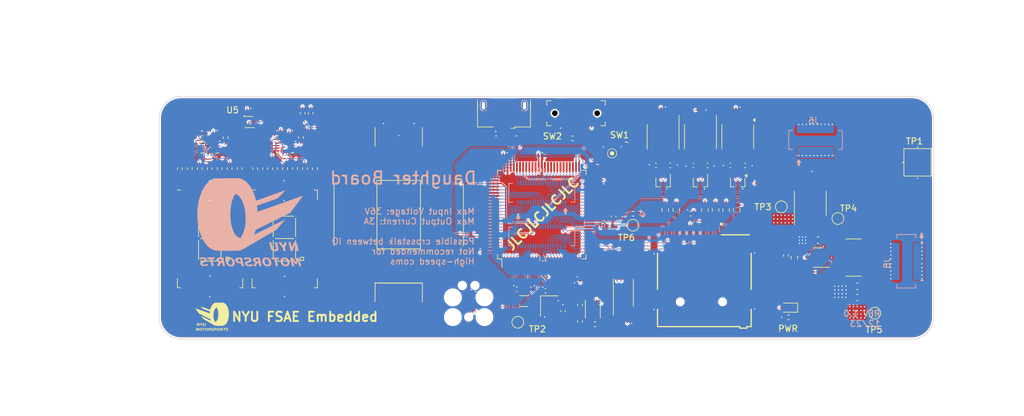
<source format=kicad_pcb>
(kicad_pcb (version 20240108) (generator "pcbnew") (generator_version "8.0")
  (layers (0 "F.Cu" signal) (1 "In1.Cu" power) (2 "In2.Cu" power) (31 "B.Cu" signal) (34 "B.Paste" user) (35 "F.Paste" user) (36 "B.SilkS" user "B.Silkscreen") (37 "F.SilkS" user "F.Silkscreen") (38 "B.Mask" user) (39 "F.Mask" user) (44 "Edge.Cuts" user))
  (net 0 "")
  (net 1 "+BATT")
  (net 2 "GND")
  (net 3 "+3V3")
  (net 4 "+3.3VA")
  (net 5 "GNDA")
  (net 6 "/Power/BUCK_EN")
  (net 7 "/Power/BUCK_CB")
  (net 8 "/Power/BUCK_SW")
  (net 9 "/Microcontroller/OSC_in")
  (net 10 "/Microcontroller/OSC32_in")
  (net 11 "/Microcontroller/OSC_out")
  (net 12 "/Microcontroller/OSC32_out")
  (net 13 "/Power/PW_R")
  (net 14 "/Sensors/RGB_G")
  (net 15 "/Sensors/RGB_R")
  (net 16 "/Sensors/RGB_B")
  (net 17 "/Microcontroller/USB_D-")
  (net 18 "/Microcontroller/USB_D+")
  (net 19 "/Microcontroller/SWDIO")
  (net 20 "/Microcontroller/nRST")
  (net 21 "/Microcontroller/SWCLK")
  (net 22 "/Microcontroller/SWO")
  (net 25 "unconnected-(J2-Shield-Pad6)")
  (net 26 "/External Memory/SD_DAT2")
  (net 27 "SDCard_CS")
  (net 28 "SPI_{1}_MOSI")
  (net 29 "SPI_{1}_SCK")
  (net 30 "SPI_{1}_MISO")
  (net 31 "/External Memory/SD_DAT1")
  (net 32 "/Power/BUCK_FB")
  (net 33 "I2C_{1}_SCL")
  (net 34 "I2C_{1}_SDA")
  (net 35 "/Microcontroller/BOOT_R")
  (net 36 "/Microcontroller/boot")
  (net 37 "/Sensors/EX2_R")
  (net 38 "/Sensors/EX1_I")
  (net 39 "/Sensors/EX2_I")
  (net 40 "/Sensors/EX1_0")
  (net 41 "/Sensors/7S1_0")
  (net 42 "/Sensors/EX1_1")
  (net 43 "/Sensors/7S1_1")
  (net 44 "/Sensors/EX1_2")
  (net 45 "/Sensors/7S1_2")
  (net 46 "/Sensors/EX1_3")
  (net 47 "/Sensors/7S1_3")
  (net 48 "/Sensors/EX1_4")
  (net 49 "/Sensors/7S1_4")
  (net 50 "/Sensors/EX1_5")
  (net 51 "/Sensors/7S1_5")
  (net 52 "/Sensors/EX1_6")
  (net 53 "/Sensors/7S1_6")
  (net 54 "/Sensors/EX2_0")
  (net 55 "/Sensors/7S2_0")
  (net 56 "/Sensors/EX2_1")
  (net 57 "/Sensors/7S2_1")
  (net 58 "/Sensors/EX2_2")
  (net 59 "/Sensors/7S2_2")
  (net 60 "/Sensors/EX2_3")
  (net 61 "/Sensors/7S2_3")
  (net 62 "/Sensors/EX2_4")
  (net 63 "/Sensors/7S2_4")
  (net 64 "/Sensors/EX2_5")
  (net 65 "/Sensors/7S2_5")
  (net 66 "/Sensors/EX2_6")
  (net 67 "/Sensors/7S2_6")
  (net 68 "R_LED")
  (net 69 "G_LED")
  (net 70 "B_LED")
  (net 71 "VBUS")
  (net 73 "currentSense_Vout")
  (net 74 "PE2")
  (net 75 "PE3")
  (net 76 "PE4")
  (net 77 "PE5")
  (net 78 "PE6")
  (net 79 "PC13")
  (net 80 "PF9")
  (net 81 "PF10")
  (net 82 "PC0")
  (net 83 "PC1")
  (net 84 "PC2")
  (net 85 "PC3")
  (net 86 "PF2")
  (net 87 "EEPROM_CS")
  (net 88 "PC4")
  (net 89 "PC5")
  (net 90 "PB0")
  (net 91 "PB1")
  (net 92 "PB2")
  (net 93 "PE7")
  (net 94 "PE8")
  (net 95 "PE9")
  (net 96 "PE10")
  (net 97 "PE11")
  (net 98 "PE12")
  (net 99 "PE13")
  (net 100 "PE14")
  (net 101 "PB15")
  (net 102 "PB10")
  (net 103 "PB11")
  (net 104 "CAN_{2}_RX")
  (net 105 "CAN_{2}_TX")
  (net 106 "PB14")
  (net 107 "PD8")
  (net 108 "PD9")
  (net 109 "PD10")
  (net 110 "PD11")
  (net 111 "PD12")
  (net 112 "PD13")
  (net 113 "PD14")
  (net 114 "PD15")
  (net 115 "PC6")
  (net 116 "PC7")
  (net 117 "PC8")
  (net 118 "PC9")
  (net 119 "PA9")
  (net 120 "PA10")
  (net 121 "PC10")
  (net 122 "PC11")
  (net 123 "PC12")
  (net 124 "CAN_{1}_RX")
  (net 125 "CAN_{1}_TX")
  (net 126 "PD2")
  (net 127 "PD3")
  (net 128 "PD4")
  (net 129 "PD5")
  (net 130 "PD6")
  (net 131 "PD7")
  (net 132 "PB5")
  (net 133 "PB6")
  (net 134 "PB9")
  (net 135 "PE0")
  (net 136 "PE1")
  (net 146 "/Sensors/EX1_R")
  (net 151 "CAN_{2}-")
  (net 152 "CAN_{1}-")
  (net 153 "CAN_{2}+")
  (net 154 "CAN_{1}+")
  (net 155 "CAN_{3}-")
  (net 156 "CAN_{3}+")
  (net 162 "CAN_{3}_TX")
  (net 163 "CAN_{3}_RX")
  (footprint "AddProject_footprints:UQFN-16_1.8x2.6mm" (layer "F.Cu") (at 114.235 76.6 -90)
    (property "Reference" "U8" (hide yes))
    (property "Value" "PI4IOE5V6408")
  )
  (footprint "Capacitor_SMD:C_0402_1005Metric" (layer "F.Cu") (at 179.425 87.35 180)
    (property "Reference" "C24" (hide yes))
    (property "Value" "10u")
  )
  (footprint "Resistor_SMD:R_0402_1005Metric" (layer "F.Cu") (at 164.05 105.125)
    (property "Reference" "R34" (hide yes))
    (property "Value" "220")
  )
  (footprint "Capacitor_SMD:C_0201_0603Metric" (layer "F.Cu") (at 198.5 96.7)
    (property "Reference" "C13" (hide yes))
    (property "Value" "100n")
  )
  (footprint "Capacitor_SMD:C_0201_0603Metric" (layer "F.Cu") (at 161.05 96.825 180)
    (property "Reference" "C11" (hide yes))
    (property "Value" "100n")
  )
  (footprint "Resistor_SMD:R_0402_1005Metric" (layer "F.Cu") (at 194.75 94.065 90)
    (property "Reference" "R1" (hide yes))
    (property "Value" "100k")
  )
  (footprint "Package_TO_SOT_SMD:SOT-323_SC-70" (layer "F.Cu") (at 181 82.3 -90)
    (property "Reference" "D4" (hide yes))
    (property "Value" "RESD1CANYFH")
  )
  (footprint "Resistor_SMD:R_0603_1608Metric" (layer "F.Cu") (at 181.725 86.75 -90)
    (property "Reference" "R9" (hide yes))
    (property "Value" "50k")
  )
  (footprint "Resistor_SMD:R_0402_1005Metric" (layer "F.Cu") (at 119.035 80.1 -90)
    (property "Reference" "R20" (hide yes))
    (property "Value" "220")
  )
  (footprint "Capacitor_SMD:C_0402_1005Metric" (layer "F.Cu") (at 176.15 79.6)
    (property "Reference" "C32" (hide yes))
    (property "Value" "100p")
  )
  (footprint "Resistor_SMD:R_0402_1005Metric" (layer "F.Cu") (at 103.725 80.09 -90)
    (property "Reference" "R25" (hide yes))
    (property "Value" "220")
  )
  (footprint "Package_SO:SOIC-8_3.9x4.9mm_P1.27mm" (layer "F.Cu") (at 198.65 85.65 90)
    (property "Reference" "U1" (hide yes))
    (property "Value" "TMCS1108")
  )
  (footprint "Capacitor_SMD:C_0201_0603Metric" (layer "F.Cu") (at 155.25 78.05)
    (property "Reference" "C6" (hide yes))
    (property "Value" "100n")
  )
  (footprint "Capacitor_SMD:C_0402_1005Metric" (layer "F.Cu") (at 158.9 103.02 90)
    (property "Reference" "C20" (hide yes))
    (property "Value" "12p")
  )
  (footprint "AddProject_footprints:UQFN-16_1.8x2.6mm" (layer "F.Cu") (at 102.125 76.65 -90)
    (property "Reference" "U9" (hide yes))
    (property "Value" "PI4IOE5V6408")
  )
  (footprint "Package_TO_SOT_SMD:SOT-323_SC-70" (layer "F.Cu") (at 187 82.3 -90)
    (property "Reference" "D7" (hide yes))
    (property "Value" "RESD1CANYFH")
  )
  (footprint "Resistor_SMD:R_0402_1005Metric" (layer "F.Cu") (at 102.125 80.1 -90)
    (property "Reference" "R30" (hide yes))
    (property "Value" "220")
  )
  (footprint "AddProject_footprints:HDSM-431X_432X" (layer "F.Cu") (at 102.135 91.35)
    (property "Reference" "U11" (hide yes))
    (property "Value" "HDSM-433C")
  )
  (footprint "Resistor_SMD:R_0402_1005Metric" (layer "F.Cu") (at 112.635 80.1 -90)
    (property "Reference" "R24" (hide yes))
    (property "Value" "220")
  )
  (footprint "Capacitor_SMD:C_0201_0603Metric" (layer "F.Cu") (at 169.6 104.55)
    (property "Reference" "C22" (hide yes))
    (property "Value" "100n")
  )
  (footprint "Resistor_SMD:R_0402_1005Metric" (layer "F.Cu") (at 161.65 104.675 90)
    (property "Reference" "R32" (hide yes))
    (property "Value" "220")
  )
  (footprint "TestPoint:TestPoint_Pad_D1.5mm" (layer "F.Cu") (at 170.15 89.2 -90)
    (property "Reference" "TP6")
    (property "Value" "VoutF_TB")
  )
  (footprint "Resistor_SMD:R_0402_1005Metric" (layer "F.Cu") (at 106.925 80.09 -90)
    (property "Reference" "R27" (hide yes))
    (property "Value" "220")
  )
  (footprint "Capacitor_SMD:C_0402_1005Metric" (layer "F.Cu") (at 161.23 97.85 180)
    (property "Reference" "C2" (hide yes))
    (property "Value" "10u")
  )
  (footprint "Resistor_SMD:R_0402_1005Metric" (layer "F.Cu") (at 160.46 75.25 180)
    (property "Reference" "R13" (hide yes))
    (property "Value" "4k7")
  )
  (footprint "Capacitor_SMD:C_0201_0603Metric" (layer "F.Cu") (at 164.95 88.75 -90)
    (property "Reference" "C9" (hide yes))
    (property "Value" "100n")
  )
  (footprint "Capacitor_SMD:C_0201_0603Metric" (layer "F.Cu") (at 164.95 82.25 -90)
    (property "Reference" "C8" (hide yes))
    (property "Value" "100n")
  )
  (footprint "Capacitor_SMD:C_0201_0603Metric" (layer "F.Cu") (at 187 70.65)
    (property "Reference" "C16" (hide yes))
    (property "Value" "100n")
  )
  (footprint "Crystal:Crystal_SMD_3215-2Pin_3.2x1.5mm" (layer "F.Cu") (at 152.6 101.4 180)
    (property "Reference" "Y2" (hide yes))
    (property "Value" "32k768")
  )
  (footprint "Capacitor_SMD:C_0201_0603Metric" (layer "F.Cu") (at 198.625 81.175)
    (property "Reference" "C1" (hide yes))
    (property "Value" "100n")
  )
  (footprint "Resistor_SMD:R_0402_1005Metric" (layer "F.Cu") (at 118.355 71.205 -90)
    (property "Reference" "R5" (hide yes))
    (property "Value" "4k7")
  )
  (footprint "AddProject_footprints:JS102011JAQN" (layer "F.Cu") (at 161 71.2 180)
    (property "Reference" "SW2")
    (property "Value" "JS202011JAQN")
  )
  (footprint "Resistor_SMD:R_0402_1005Metric" (layer "F.Cu") (at 161.65 102.025 90)
    (property "Reference" "R33" (hide yes))
    (property "Value" "220")
  )
  (footprint "Capacitor_SMD:C_0603_1608Metric" (layer "F.Cu") (at 206.225 100.825 180)
    (property "Reference" "C15" (hide yes))
    (property "Value" "22u")
  )
  (footprint "LOGO" (layer "F.Cu") (at 102.5 103.9)
    (property "Reference" "G***" (hide yes))
    (property "Value" "LOGO" (hide yes))
  )
  (footprint "Capacitor_SMD:C_0402_1005Metric" (layer "F.Cu") (at 167.05 87.8 -90)
    (property "Reference" "C3" (hide yes))
    (property "Value" "1u")
  )
  (footprint "TestPoint:TestPoint_Pad_D1.5mm" (layer "F.Cu") (at 194 86.25 -90)
    (property "Reference" "TP3")
    (property "Value" "Vbus_TP")
  )
  (footprint "Resistor_SMD:R_0603_1608Metric" (layer "F.Cu") (at 186.825 86.75 -90)
    (property "Reference" "R12" (hide yes))
    (property "Value" "50k")
  )
  (footprint "TestPoint:TestPoint_Pad_4.0x4.0mm" (layer "F.Cu") (at 215.9 79.1 90)
    (property "Reference" "TP1")
    (property "Value" "GND_point")
  )
  (footprint "Capacitor_SMD:C_0201_0603Metric" (layer "F.Cu") (at 175 70.65)
    (property "Reference" "C27" (hide yes))
    (property "Value" "100n")
  )
  (footprint "AddProject_footprints:GCT_MEM2075-00-140-01-A" (layer "F.Cu") (at 181.15 101.5175)
    (property "Reference" "J3" (hide yes))
    (property "Value" "Micro_SD_Card")
  )
  (footprint "TestPoint:TestPoint_Pad_D1.5mm" (layer "F.Cu") (at 203.1 88.125 -90)
    (property "Reference" "TP4")
    (property "Value" "Vbuck_TP")
  )
  (footprint "Resistor_SMD:R_0402_1005Metric" (layer "F.Cu") (at 115.835 80.09 -90)
    (property "Reference" "R18" (hide yes))
    (property "Value" "220")
  )
  (footprint "Capacitor_SMD:C_0201_0603Metric" (layer "F.Cu") (at 115.135 74.5)
    (property "Reference" "C28" (hide yes))
    (property "Value" "100n")
  )
  (footprint "TestPoint:TestPoint_Pad_D1.5mm" (layer "F.Cu") (at 151.65 104.8 90)
    (property "Reference" "TP2")
    (property "Value" "Vbatt_TB")
  )
  (footprint "Crystal:Crystal_SMD_2520-4Pin_2.5x2.0mm" (layer "F.Cu") (at 156.7 102.2 -90)
    (property "Reference" "Y1" (hide yes))
    (property "Value" "12M")
  )
  (footprint "AddProject_footprints:HDSM-431X_432X" (layer "F.Cu") (at 114.135 91.35)
    (property "Reference" "U10" (hide yes))
    (property "Value" "HDSM-433C")
  )
  (footprint "AddProject_footprints:ASPI-6045S" (layer "F.Cu") (at 205.575 94.4)
    (property "Reference" "L1" (hide yes))
    (property "Value" "5u6")
  )
  (footprint "Resistor_SMD:R_0402_1005Metric" (layer "F.Cu") (at 100.525 80.1 -90)
    (property "Reference" "R31" (hide yes))
    (property "Value" "220")
  )
  (footprint "LED_SMD:LED_0603_1608Metric" (layer "F.Cu") (at 195.15 102.45 180)
    (property "Reference" "D1" (hide yes))
    (property "Value" "PW-GREEN")
  )
  (footprint "Package_TO_SOT_SMD:SOT-323_SC-70" (layer "F.Cu") (at 175 82.3 -90)
    (property "Reference" "D3" (hide yes))
    (property "Value" "RESD1CANYFH")
  )
  (footprint "Capacitor_SMD:C_0201_0603Metric" (layer "F.Cu") (at 108.425 70.925)
    (property "Reference" "C25" (hide yes))
    (property "Value" "100n")
  )
  (footprint "Package_TO_SOT_SMD:SOT-563" (layer "F.Cu") (at 108.425 72.625 180)
    (property "Reference" "U5")
    (property "Value" "TMP112xxDRL")
  )
  (footprint "Capacitor_SMD:C_0402_1005Metric" (layer "F.Cu") (at 188.2 79.6)
    (property "Reference" "C35" (hide yes))
    (property "Value" "100p")
  )
  (footprint "Resistor_SMD:R_0402_1005Metric" (layer "F.Cu") (at 170.2 87.35 180)
    (property "Reference" "FB1" (hide yes))
    (property "Value" "120R@100M")
  )
  (footprint "LED_SMD:LED_ASMB-KTF0-0A306" (layer "F.Cu") (at 163.7 102.675 -90)
    (property "Reference" "D2" (hide yes))
    (property "Value" "LED_AGRB")
  )
  (footprint "Resistor_SMD:R_0402_1005Metric" (layer "F.Cu") (at 97.325 80.09 -90)
    (property "Reference" "R29" (hide yes))
    (property "Value" "220")
  )
  (footprint "Connector:Tag-Connect_TC2030-IDC-FP_2x03_P1.27mm_Vertical" (layer "F.Cu") (at 143.75 101.43 90)
    (property "Reference" "J1" (hide yes))
    (property "Value" "TC2030")
  )
  (footprint "Capacitor_SMD:C_0201_0603Metric" (layer "F.Cu") (at 181 70.65)
    (property "Reference" "C26" (hide yes))
    (property "Value" "100n")
  )
  (footprint "Resistor_SMD:R_0402_1005Metric" (layer "F.Cu") (at 105.325 80.09 -90)
    (property "Reference" "R26" (hide yes))
    (property "Value" "220")
  )
  (footprint "Capacitor_SMD:C_0201_0603Metric" (layer "F.Cu") (at 165.85 88 -90)
    (property "Reference" "C5" (hide yes))
    (property "Value" "100n")
  )
  (footprint "Package_TO_SOT_SMD:SOT-23-6" (layer "F.Cu") (at 199.9125 94.4 180)
    (property "Reference" "U2" (hide yes))
    (property "Value" "LMR51430")
  )
  (footprint "Capacitor_SMD:C_0603_1608Metric" (layer "F.Cu") (at 199.9 91.6 180)
    (property "Reference" "C12" (hide yes))
    (property "Value" "2u2")
  )
  (footprint "AddProject_footprints:BU2032SM-HD-G" (layer "F.Cu") (at 132.5 87.5 90)
    (property "Reference" "BT1" (hide yes))
    (property "Value" "CR2032 3V")
  )
  (footprint "Diode_SMD:D_0201_0603Metric" (layer "F.Cu") (at 150.55 74.84 180)
    (property "Reference" "D5" (hide yes))
    (property "Value" "ESDL2011")
  )
  (footprint "Capacitor_SMD:C_0402_1005Metric" (layer "F.Cu") (at 156.1 99.75)
    (property "Reference" "C18" (hide yes))
    (property "Value" "12p")
  )
  (footprint "Resistor_SMD:R_0603_1608Metric" (layer "F.Cu") (at 175.35 86.75 -90)
    (property "Reference" "R7" (hide yes))
    (property "Value" "50k")
  )
  (footprint "Resistor_SMD:R_0402_1005Metric" (layer "F.Cu") (at 109.435 80.1 -90)
    (property "Reference" "R22" (hide yes))
    (property "Value" "220")
  )
  (footprint "Resistor_SMD:R_0402_1005Metric" (layer "F.Cu") (at 100.875 74.45 180)
    (property "Reference" "R15" (hide yes))
    (property "Value" "4k7")
  )
  (footprint "Capacitor_SMD:C_0201_0603Metric" (layer "F.Cu") (at 103.025 74.55)
    (property "Reference" "C29" (hide yes))
    (property "Value" "100n")
  )
  (footprint "Resistor_SMD:R_0402_1005Metric" (layer "F.Cu") (at 195.1625 104 180)
    (property "Reference" "R3" (hide yes))
    (property "Value" "220")
  )
  (footprint "Resistor_SMD:R_0402_1005Metric" (layer "F.Cu") (at 112.985 74.4 180)
    (property "Reference" "R14" (hide yes))
    (property "Value" "4k7")
  )
  (footprint "Resistor_SMD:R_0603_1608Metric" (layer "F.Cu") (at 177.125 86.75 -90)
    (property "Reference" "R8" (hide yes))
    (property "Value" "50k")
  )
  (footprint "Capacitor_SMD:C_0201_0603Metric" (layer "F.Cu") (at 168.625 87.8 -90)
    (property "Reference" "C17" (hide yes))
    (property "Value" "100n")
  )
  (footprint "Resistor_SMD:R_0603_1608Metric" (layer "F.Cu") (at 196.1 94.4 -90)
    (property "Reference" "R2" (hide yes))
    (property "Value" "22k1")
  )
  (footprint "Resistor_SMD:R_0402_1005Metric" (layer "F.Cu") (at 104.675 75.15 90)
    (property "Reference" "R17" (hide yes))
    (property "Value" "4k7")
  )
  (footprint "TestPoint:TestPoint_Pad_D1.5mm" (layer "F.Cu") (at 209.025 103.325 -90)
    (property "Reference" "TP5")
    (property "Value" "Vout_TB")
  )
  (footprint "Package_SO:SOIC-8_3.9x4.9mm_P1.27mm" (layer "F.Cu") (at 181 75 -90)
    (property "Reference" "U6" (hide yes))
    (property "Value" "TCAN332")
  )
  (footprint "Package_SO:TSSOP-8_4.4x3mm_P0.65mm" (layer "F.Cu") (at 168.6 100.05 90)
    (property "Reference" "U4" (hide yes))
    (property "Value" "AT25640BXX")
  )
  (footprint "Capacitor_SMD:C_0201_0603Metric" (layer "F.Cu") (at 146.05 93.27 90)
    (property "Reference" "C10" (hide yes))
    (property "Value" "100n")
  )
  (footprint "Capacitor_SMD:C_0402_1005Metric" (layer "F.Cu") (at 173.85 79.6 180)
    (property "Reference" "C30" (hide yes))
    (property "Value" "100p")
  )
  (footprint "Capacitor_SMD:C_0201_0603Metric" (layer "F.Cu") (at 179.42 88.325 180)
    (property "Reference" "C23" (hide yes))
    (property "Value" "100n")
  )
  (footprint "Package_SO:SOIC-8_3.9x4.9mm_P1.27mm" (layer "F.Cu") (at 187 75 -90)
    (property "Reference" "U12" (hide yes))
    (property "Value" "TCAN332")
  )
  (footprint "Resistor_SMD:R_0402_1005Metric" (layer "F.Cu") (at 98.925 80.09 -90)
    (property "Reference" "R28" (hide yes))
    (property "Value" "220")
  )
  (footprint "Resistor_SMD:R_0402_1005Metric" (layer "F.Cu") (at 117.05 71.2 -90)
    (property "Reference" "R6" (hide yes))
    (property "Value" "4k7")
  )
  (footprint "Capacitor_SMD:C_0402_1005Metric" (layer "F.Cu") (at 153.75 99.5)
    (property "Reference" "C21" (hide yes))
    (property "Value" "12p")
  )
  (footprint "Diode_SMD:D_0201_0603Metric" (layer "F.Cu") (at 148.985 74.84)
    (property "Reference" "D6" (hide yes))
    (property "Value" "ESDL2011")
  )
  (footprint "Resistor_SMD:R_0402_1005Metric" (layer "F.Cu") (at 114.235 80.1 -90)
    (property "Reference" "R23" (hide yes))
    (property "Value" "220")
  )
  (footprint "Resistor_SMD:R_0603_1608Metric" (layer "F.Cu") (at 185.125 86.75 -90)
    (property "Reference" "R11" (hide yes))
    (property "Value" "50k")
  )
  (footprint "Connector_USB:USB_Micro-B_Amphenol_10118193-0001LF_Horizontal" (layer "F.Cu") (at 149.425 70 180)
    (property "Reference" "J2" (hide yes))
    (property "Value" "USB_B_Micro")
  )
  (footprint "Capacitor_SMD:C_0402_1005Metric" (layer "F.Cu") (at 185.8 79.6 180)
    (property "Reference" "C34" (hide yes))
    (property "Value" "100p")
  )
  (footprint "Capacitor_SMD:C_0402_1005Metric" (layer "F.Cu") (at 151.48 99.5)
    (property "Reference" "C19" (hide yes))
    (property "Value" "12p")
  )
  (footprint "Resistor_SMD:R_0402_1005Metric" (layer "F.Cu") (at 116.785 75.1 90)
    (property "Reference" "R16" (hide yes))
    (property "Value" "4k7")
  )
  (footprint "Capacitor_SMD:C_0201_0603Metric" (layer "F.Cu") (at 149.625 78.05)
    (property "Reference" "C4" (hide yes))
    (property "Value" "100n")
  )
  (footprint "Capacitor_SMD:C_0603_1608Metric" (layer "F.Cu") (at 206.225 99.025 180)
    (property "Reference" "C14" (hide yes))
    (property "Value" "22u")
  )
  (footprint "Capacitor_SMD:C_0402_1005Metric" (layer "F.Cu") (at 179.85 79.6 180)
    (property "Reference" "C31" (hide yes))
    (property "Value" "100p")
  )
  (footprint "Resistor_SMD:R_0402_1005Metric" (layer "F.Cu") (at 117.435 80.1 -90)
    (property "Reference" "R19" (hide yes))
    (property "Value" "220")
  )
  (footprint "Resistor_SMD:R_0603_1608Metric" (layer "F.Cu") (at 183.425 86.75 -90)
    (property "Reference" "R10" (hide yes))
    (property "Value" "50k")
  )
  (footprint "Capacitor_SMD:C_0402_1005Metric" (layer "F.Cu") (at 182.15 79.6)
    (property "Reference" "C33" (hide yes))
    (property "Value" "100p")
  )
  (footprint "Package_QFP:LQFP-100_14x14mm_P0.5mm" (layer "F.Cu") (at 155.5 87.5 90)
    (property "Reference" "U3" (hide yes))
    (property "Value" "STM32G474VEXX")
  )
  (footprint "Resistor_SMD:R_0402_1005Metric" (layer "F.Cu") (at 111.035 80.1 -90)
    (property "Reference" "R21" (hide yes))
    (property "Value" "220")
  )
  (footprint "AddProject_footprints:PTS815" (layer "F.Cu") (at 166.8 77.65)
    (property "Reference" "SW1")
    (property "Value" "PTS815 ")
  )
  (footprint "Capacitor_SMD:C_0402_1005Metric" (layer "F.Cu") (at 166.4 89.4)
    (property "Reference" "C7" (hide yes))
    (property "Value" "1u")
  )
  (footprint "Package_SO:SOIC-8_3.9x4.9mm_P1.27mm" (layer "F.Cu") (at 175 75 -90)
    (property "Reference" "U7" (hide yes))
    (property "Value" "TCAN332")
  )
  (footprint "LOGO" (layer "B.Cu") (at 108.6 88.7 180)
    (property "Reference" "G***" (hide yes))
    (property "Value" "LOGO" (hide yes))
  )
  (footprint "AddProject_footprints:DF40C-30DS" (layer "B.Cu") (at 199.5 75.5 180)
    (property "Reference" "J6")
    (property "Value" "Conn_02x15_Top_Bottom")
  )
  (footprint "AddProject_footprints:DF40C-40DS" (layer "B.Cu") (at 155.5 91)
    (property "Reference" "J7")
    (property "Value" "Conn_02x20_Counter_Clockwise")
  )
  (footprint "AddProject_footprints:DF40C-40DS" (layer "B.Cu") (at 155.5 84 180)
    (property "Reference" "J9")
    (property "Value" "Conn_02x20_Counter_Clockwise")
  )
  (footprint "AddProject_footprints:DF40C-30DS" (layer "B.Cu") (at 214.1 95 -90)
    (property "Reference" "J8")
    (property "Value" "Conn_02x15_Top_Bottom")
  )
  (gr_poly (pts (xy 151.8 87.4) (xy 151.6 87.4) (xy 151.6 87.9) (xy 151.4 87.9) (xy 151.7 88.3) (xy 152 87.9) (xy 151.8 87.9)) (stroke (width 0.15)) (fill solid) (layer "B.SilkS"))
  (gr_poly (pts (xy 159.2 87.4) (xy 159.4 87.4) (xy 159.4 86.9) (xy 159.6 86.9) (xy 159.3 86.5) (xy 159 86.9) (xy 159.2 86.9)) (stroke (width 0.15)) (fill solid) (layer "B.SilkS"))
  (gr_poly (pts (xy 196.7 79.6) (xy 196.9 79.6) (xy 196.9 79.1) (xy 197.1 79.1) (xy 196.8 78.7) (xy 196.5 79.1) (xy 196.7 79.1)) (stroke (width 0.15)) (fill solid) (layer "B.SilkS"))
  (gr_poly (pts (xy 216.65 90.5) (xy 216.45 90.5) (xy 216.45 91) (xy 216.25 91) (xy 216.55 91.4) (xy 216.85 91) (xy 216.65 91)) (stroke (width 0.15)) (fill solid) (layer "B.SilkS"))
  (gr_line (start 128.7 98.5) (end 136.3 98.5) (stroke (width 0.15)) (layer "F.SilkS"))
  (gr_line (start 215 68.5) (end 97.5 68.5) (stroke (width 0.1)) (layer "Edge.Cuts"))
  (gr_line (start 94 72) (end 94 104) (stroke (width 0.1)) (layer "Edge.Cuts"))
  (gr_line (start 97.5 107.5) (end 215 107.5) (stroke (width 0.1)) (layer "Edge.Cuts"))
  (gr_arc (start 218.5 104) (mid 217.474874 106.474874) (end 215 107.5) (stroke (width 0.1)) (layer "Edge.Cuts"))
  (gr_arc (start 215 68.5) (mid 217.474874 69.525126) (end 218.5 72) (stroke (width 0.1)) (layer "Edge.Cuts"))
  (gr_line (start 218.5 104) (end 218.5 72) (stroke (width 0.1)) (layer "Edge.Cuts"))
  (gr_arc (start 94 72) (mid 95.025126 69.525126) (end 97.5 68.5) (stroke (width 0.1)) (layer "Edge.Cuts"))
  (gr_arc (start 97.5 107.5) (mid 95.025126 106.474874) (end 94 104) (stroke (width 0.1)) (layer "Edge.Cuts"))
  (gr_text "REV 1.0\n12/23" (at 210 105.6 0) (layer "B.SilkS") (effects (font (size 1 1) (thickness 0.16)) (justify left bottom mirror)))
  (gr_text "Daughter Board" (at 145.2 82.8 0) (layer "B.SilkS") (effects (font (size 2 2) (thickness 0.3)) (justify left bottom mirror)))
  (gr_text "Max Input Voltage: 36V\nMax Output Current: 3A\n\nPossible crosstalk between IO\nNot recommended for \nHigh-speed coms" (at 144.8 95.6 0) (layer "B.SilkS") (effects (font (size 1 1) (thickness 0.16)) (justify left bottom mirror)))
  (gr_text "NYU FSAE Embedded" (at 105.5 104.8 0) (layer "F.SilkS") (effects (font (size 1.5 1.5) (thickness 0.3) (bold yes)) (justify left bottom)))
  (gr_text "JLCJLCJLCJLC" (at 150.65 93.6 45) (layer "F.SilkS") (effects (font (size 1.5 1.5) (thickness 0.3) (bold yes)) (justify left bottom)))
  (gr_text "PWR" (at 193.4 106.4 0) (layer "F.SilkS") (effects (font (size 1 1) (thickness 0.16)) (justify left bottom)))
  (segment (start 152 96.6) (end 152 95.175) (width 0.25) (layer "F.Cu") (net 1))
  (segment (start 150.05 101.5) (end 150.05 98.55) (width 0.25) (layer "F.Cu") (net 1))
  (segment (start 132.5 104.5) (end 134.45 106.45) (width 0.25) (layer "F.Cu") (net 1))
  (segment (start 134.45 106.45) (end 148.05 106.45) (width 0.25) (layer "F.Cu") (net 1))
  (segment (start 133.15 101.5) (end 132.5 102.15) (width 0.25) (layer "F.Cu") (net 1))
  (segment (start 150.05 103.2) (end 151.65 104.8) (width 0.25) (layer "F.Cu") (net 1))
  (segment (start 132.5 102.15) (end 132.5 104.5) (width 0.25) (layer "F.Cu") (net 1))
  (segment (start 148.05 106.45) (end 150.05 104.45) (width 0.25) (layer "F.Cu") (net 1))
  (segment (start 150.05 98.55) (end 152 96.6) (width 0.25) (layer "F.Cu") (net 1))
  (segment (start 150.05 101.5) (end 150.05 103.2) (width 0.25) (layer "F.Cu") (net 1))
  (segment (start 150.05 104.45) (end 150.05 103.2) (width 0.25) (layer "F.Cu") (net 1))
  (segment (start 181.635 71.235) (end 181.635 72.525) (width 0.2) (layer "F.Cu") (net 2))
  (segment (start 114.135 83.65) (end 114.135 82.085) (width 0.2) (layer "F.Cu") (net 2))
  (segment (start 114.135 99.05) (end 114.135 97.465) (width 0.2) (layer "F.Cu") (net 2))
  (segment (start 172.8 79.5) (end 172.78 79.5) (width 0.2) (layer "F.Cu") (net 2))
  (segment (start 173.55 92.0975) (end 173.55 93.8) (width 0.2) (layer "F.Cu") (net 2))
  (segment (start 175.4 70.18) (end 175.355 70.225) (width 0.2) (layer "F.Cu") (net 2))
  (segment (start 103.35 76.05) (end 103.75 75.65) (width 0.15) (layer "F.Cu") (net 2))
  (segment (start 114.135 97.465) (end 114.15 97.45) (width 0.2) (layer "F.Cu") (net 2))
  (segment (start 187.32 71.12) (end 187.32 70.65) (width 0.2) (layer "F.Cu") (net 2))
  (segment (start 102.135 85.215) (end 102.1 85.25) (width 0.2) (layer "F.Cu") (net 2))
  (segment (start 177.3 79.48) (end 177.205 79.575) (width 0.2) (layer "F.Cu") (net 2))
  (segment (start 181.32 70.65) (end 181.32 70.88) (width 0.2) (layer "F.Cu") (net 2))
  (segment (start 169.92 104.2575) (end 169.92 104.55) (width 0.2) (layer "F.Cu") (net 2))
  (segment (start 181.9 70.7) (end 181.9 70.77) (width 0.2) (layer "F.Cu") (net 2))
  (segment (start 109.175 72.625) (end 109.675 72.625) (width 0.2) (layer "F.Cu") (net 2))
  (segment (start 165.43 82.57) (end 165.45 82.55) (width 0.2) (layer "F.Cu") (net 2))
  (segment (start 102.135 97.415) (end 102.15 97.4) (width 0.2) (layer "F.Cu") (net 2))
  (segment (start 155.62 99.75) (end 155.62 99.18) (width 0.2) (layer "F.Cu") (net 2))
  (segment (start 178.945 86.755) (end 178.95 86.75) (width 0.25) (layer "F.Cu") (net 2))
  (segment (start 148.125 74.125) (end 148.1 74.15) (width 0.2) (layer "F.Cu") (net 2))
  (segment (start 160.5 96.1) (end 160.73 96.33) (width 0.2) (layer "F.Cu") (net 2))
  (segment (start 146.1 93) (end 146.05 92.95) (width 0.2) (layer "F.Cu") (net 2))
  (segment (start 108.745 70.405) (end 108.75 70.4) (width 0.2) (layer "F.Cu") (net 2))
  (segment (start 175.635 71.335) (end 175.635 72.525) (width 0.2) (layer "F.Cu") (net 2))
  (segment (start 101.525 76.875) (end 101.7 76.7) (width 0.15) (layer "F.Cu") (net 2))
  (segment (start 163.175 82.5) (end 164.88 82.5) (width 0.2) (layer "F.Cu") (net 2))
  (segment (start 150.87 74.84) (end 151.39 74.84) (width 0.2) (layer "F.Cu") (net 2))
  (segment (start 149.945 78.05) (end 149.945 77.555) (width 0.2) (layer "F.Cu") (net 2))
  (segment (start 114.135 82.085) (end 114.1 82.05) (width 0.2) (layer "F.Cu") (net 2))
  (segment (start 215.9 79.1) (end 215.9 76.65) (width 0.15) (layer "F.Cu") (net 2))
  (segment (start 160.73 96.33) (end 160.73 96.825) (width 0.2) (layer "F.Cu") (net 2))
  (segment (start 158.125 101.325) (end 158.15 101.35) (width 0.2) (layer "F.Cu") (net 2))
  (segment (start 168.275 76.575) (end 168.25 76.6) (width 0.2) (layer "F.Cu") (net 2))
  (segment (start 179.1 88.325) (end 179.1 87.505) (width 0.25) (layer "F.Cu") (net 2))
  (segment (start 173.37 79.6) (end 172.88 79.6) (width 0.2) (layer "F.Cu") (net 2))
  (segment (start 158.5 72.8) (end 158.5 70.4) (width 0.2) (layer "F.Cu") (net 2))
  (segment (start 187.8 83.35) (end 187.05 83.35) (width 0.2) (layer "F.Cu") (net 2))
  (segment (start 178.7 79.7) (end 178.68 79.7) (width 0.2) (layer "F.Cu") (net 2))
  (segment (start 178.23 89.02) (end 178.23 90.0975) (width 0.25) (layer "F.Cu") (net 2))
  (segment (start 149.945 77.555) (end 149.95 77.55) (width 0.2) (layer "F.Cu") (net 2))
  (segment (start 181.9 70.77) (end 181.805 70.675) (width 0.2) (layer "F.Cu") (net 2))
  (segment (start 109.9 71.4) (end 109.425 70.925) (width 0.2) (layer "F.Cu") (net 2))
  (segment (start 109.9 72.4) (end 109.9 71.4) (width 0.2) (layer "F.Cu") (net 2))
  (segment (start 175.32 70.65) (end 175.32 71.02) (width 0.2) (layer "F.Cu") (net 2))
  (segment (start 148.125 73.18) (end 148.125 74.125) (width 0.2) (layer "F.Cu") (net 2))
  (segment (start 181.3 70.9) (end 181.635 71.235) (width 0.2) (layer "F.Cu") (net 2))
  (segment (start 151.39 74.84) (end 151.4 74.85) (width 0.2) (layer "F.Cu") (net 2))
  (segment (start 169.575 102.9125) (end 169.575 103.9125) (width 0.2) (layer "F.Cu") (net 2))
  (segment (start 187.05 83.35) (end 187 83.3) (width 0.2) (layer "F.Cu") (net 2))
  (segment (start 103.345 74.005) (end 103.35 74) (width 0.2) (layer "F.Cu") (net 2))
  (segment (start 148.16 74.84) (end 148.15 74.85) (width 0.2) (layer "F.Cu") (net 2))
  (segment (start 146.05 92.95) (end 145.6 92.95) (width 0.2) (layer "F.Cu") (net 2))
  (segment (start 169.05 76.575) (end 168.275 76.575) (width 0.2) (layer "F.Cu") (net 2))
  (segment (start 175.38 70.2) (end 175.4 70.2) (width 0.2) (layer "F.Cu") (net 2))
  (segment (start 175.32 70.65) (end 175.32 70.26) (width 0.2) (layer "F.Cu") (net 2))
  (segment (start 155.5 79.825) (end 155.5 78.12) (width 0.2) (layer "F.Cu") (net 2))
  (segment (start 187.635 71.435) (end 187.32 71.12) (width 0.2) (layer "F.Cu") (net 2))
  (segment (start 164.55 76.575) (end 165.375 76.575) (width 0.2) (layer "F.Cu") (net 2))
  (segment (start 169.92 104.55) (end 169.92 104.97) (width 0.2) (layer "F.Cu") (net 2))
  (segment (start 101.525 77.375) (end 101.525 76.875) (width 0.15) (layer "F.Cu") (net 2))
  (segment (start 178.925 88.325) (end 178.23 89.02) (width 0.25) (layer "F.Cu") (net 2))
  (segment (start 132.5 72.85) (end 132.5 74.8) (width 0.2) (layer "F.Cu") (net 2))
  (segment (start 101.7 76.7) (end 102.1995 76.7) (width 0.15) (layer "F.Cu") (net 2))
  (segment (start 185.32 79.6) (end 184.7 79.6) (width 0.2) (layer "F.Cu") (net 2))
  (segment (start 107.675 71.675) (end 107.65 71.65) (width 0.2) (layer "F.Cu") (net 2))
  (segment (start 179.37 79.6) (end 178.78 79.6) (width 0.2) (layer "F.Cu") (net 2))
  (segment (start 107.675 72.125) (end 107.675 71.675) (width 0.2) (layer "F.Cu") (net 2))
  (segment (start 179.1 87.505) (end 178.945 87.35) (width 0.25) (layer "F.Cu") (net 2))
  (segment (start 175.55 83.3) (end 175 83.3) (width 0.2) (layer "F.Cu") (net 2))
  (segment (start 182.63 79.6) (end 183.13 79.6) (width 0.2) (layer "F.Cu") (net 2))
  (segment (start 175.32 70.26) (end 175.38 70.2) (width 0.2) (layer "F.Cu") (net 2))
  (segment (start 103.345 74.55) (end 103.345 74.005) (width 0.2) (layer "F.Cu") (net 2))
  (segment (start 165.375 76.575) (end 165.4 76.6) (width 0.2) (layer "F.Cu") (net 2))
  (segment (start 103.25 76.05) (end 103.35 76.05) (width 0.15) (layer "F.Cu") (net 2))
  (segment (start 175.6 83.35) (end 175.55 83.3) (width 0.2) (layer "F.Cu") (net 2))
  (segment (start 160.73 96.825) (end 160.73 97.83) (width 0.2) (layer "F.Cu") (net 2))
  (segment (start 109.425 70.925) (end 108.745 70.925) (width 0.2) (layer "F.Cu") (net 2))
  (segment (start 148.665 74.84) (end 148.16 74.84) (width 0.2) (layer "F.Cu") (net 2))
  (segment (start 157.4 101.325) (end 158.125 101.325) (width 0.2) (layer "F.Cu") (net 2))
  (segment (start 160.5 95.175) (end 160.5 96.1) (width 0.2) (layer "F.Cu") (net 2))
  (segment (start 102.135 83.65) (end 102.135 82.085) (width 0.2) (layer "F.Cu") (net 2))
  (segment (start 199.925 81.175) (end 200.555 81.805) (width 0.3) (layer "F.Cu") (net 2))
  (segment (start 198.945 81.175) (end 198.945 80.555) (width 0.3) (layer "F.Cu") (net 2))
  (segment (start 189.7 101.0975) (end 189.7 102.65) (width 0.2) (layer "F.Cu") (net 2))
  (segment (start 150 78.105) (end 150 79.825) (width 0.2) (layer "F.Cu") (net 2))
  (segment (start 187.635 72.525) (end 187.635 71.435) (width 0.2) (layer "F.Cu") (net 2))
  (segment (start 114.135 99.05) (end 114.135 100.635) (width 0.2) (layer "F.Cu") (net 2))
  (segment (start 132.5 72.85) (end 135 72.85) (width 0.2) (layer "F.Cu") (net 2))
  (segment (start 109.675 72.625) (end 109.9 72.4) (width 0.2) (layer "F.Cu") (net 2))
  (segment (start 155.62 99.18) (end 155.65 99.15) (width 0.2) (layer "F.Cu") (net 2))
  (segment (start 177.28 79.5) (end 177.3 79.5) (width 0.2) (layer "F.Cu") (net 2))
  (segment (start 156 103.9) (end 155.95 103.95) (width 0.2) (layer "F.Cu") (net 2))
  (segment (start 199.45 101.2) (end 202.4 101.2) (width 0.25) (layer "F.Cu") (net 2))
  (segment (start 178.68 79.7) (end 178.755 79.625) (width 0.2) (layer "F.Cu") (net 2))
  (segment (start 114.135 85.215) (end 114.1 85.25) (width 0.2) (layer "F.Cu") (net 2))
  (segment (start 187.34 70.65) (end 187.34 70.26) (width 0.2) (layer "F.Cu") (net 2))
  (segment (start 108.745 70.925) (end 108.745 70.405) (width 0.2) (layer "F.Cu") (net 2))
  (segment (start 178.945 87.35) (end 178.945 86.755) (width 0.25) (layer "F.Cu") (net 2))
  (segment (start 172.88 79.6) (end 172.8 79.52) (width 0.2) (layer "F.Cu") (net 2))
  (segment (start 183.2 79.7) (end 183.23 79.7) (width 0.2) (layer "F.Cu") (net 2))
  (segment (start 160.75 97.85) (end 160.75 98.45) (width 0.2) (layer "F.Cu") (net 2))
  (segment (start 164.95 82.57) (end 165.43 82.57) (width 0.2) (layer "F.Cu") (net 2))
  (segment (start 176.63 79.6) (end 177.18 79.6) (width 0.2) (layer "F.Cu") (net 2))
  (segment (start 155.5 78.12) (end 155.57 78.05) (width 0.2) (layer "F.Cu") (net 2))
  (segment (start 183.13 79.6) (end 183.2 79.67) (width 0.2) (layer "F.Cu") (net 2))
  (segment (start 144.594338 100.16) (end 144.385 100.16) (width 0.15) (layer "F.Cu") (net 2))
  (segment (start 154.23 99.5) (end 154.23 98.97) (width 0.2) (layer "F.Cu") (net 2))
  (segment (start 156 103.075) (end 156 103.9) (width 0.2) (layer "F.Cu") (net 2))
  (segment (start 115.65 76) (end 115.95 75.7) (width 0.15) (layer "F.Cu") (net 2))
  (segment (start 144.385 100.16) (end 144.385 99.835) (width 0.15) (layer "F.Cu") (net 2))
  (segment (start 155.57 78.05) (end 155.57 77.58) (width 0.2) (layer "F.Cu") (net 2))
  (segment (start 114.135 100.635) (end 114.15 100.65) (width 0.2) (layer "F.Cu") (net 2))
  (segment (start 198.945 81.175) (end 199.925 81.175) (width 0.3) (layer "F.Cu") (net 2))
  (segment (start 160.73 97.83) (end 160.75 97.85) (width 0.2) (layer "F.Cu") (net 2))
  (segment (start 179.1 88.325) (end 178.925 88.325) (width 0.25) (layer "F.Cu") (net 2))
  (segment (start 181.32 70.65) (end 181.78 70.65) (width 0.2) (layer "F.Cu") (net 2))
  (segment (start 147.825 93) (end 146.1 93) (width 0.2) (layer "F.Cu") (net 2))
  (segment (start 198.945 80.555) (end 198.95 80.55) (width 0.3) (layer "F.Cu") (net 2))
  (segment (start 115.455 74.005) (end 115.45 74) (width 0.2) (layer "F.Cu") (net 2))
  (segment (start 132.5 72.85) (end 130.05 72.85) (width 0.2) (layer "F.Cu") (net 2))
  (segment (start 102.135 99.05) (end 102.135 97.415) (width 0.2) (layer "F.Cu") (net 2))
  (segment (start 169.575 103.9125) (end 169.92 104.2575) (width 0.2) (layer "F.Cu") (net 2))
  (segment (start 215.9 79.1) (end 213.55 79.1) (width 0.15) (layer "F.Cu") (net 2))
  (segment (start 189.7 92.0975) (end 189.7 93.65) (width 0.2) (layer "F.Cu") (net 2))
  (segment (start 169.92 104.97) (end 169.95 105) (width 0.2) (layer "F.Cu") (net 2))
  (segment (start 102.135 82.085) (end 102.1 82.05) (width 0.2) (layer "F.Cu") (net 2))
  (segment (start 177.18 79.6) (end 177.28 79.5) (width 0.2) (layer "F.Cu") (net 2))
  (segment (start 183.2 79.67) (end 183.2 79.7) (width 0.2) (layer "F.Cu") (net 2))
  (segment (start 188.68 79.6) (end 189.3 79.6) (width 0.2) (layer "F.Cu") (net 2))
  (segment (start 164.88 82.5) (end 164.95 82.57) (width 0.2) (layer "F.Cu") (net 2))
  (segment (start 172.8 79.52) (end 172.8 79.5) (width 0.2) (layer "F.Cu") (net 2))
  (segment (start 151 99.5) (end 151 98.9) (width 0.2) (layer "F.Cu") (net 2))
  (segment (start 172.78 79.5) (end 172.855 79.575) (width 0.2) (layer "F.Cu") (net 2))
  (segment (start 178.7 79.68) (end 178.7 79.7) (width 0.2) (layer "F.Cu") (net 2))
  (segment (start 183.23 79.7) (end 183.155 79.625) (width 0.2) (layer "F.Cu") (net 2))
  (segment (start 173.55 101.0975) (end 173.55 102.75) (width 0.2) (layer "F.Cu") (net 2))
  (segment (start 181.32 70.88) (end 181.3 70.9) (width 0.2) (layer "F.Cu") (net 2))
  (segment (start 181.05 83.35) (end 181 83.3) (width 0.2) (layer "F.Cu") (net 2))
  (segment (start 196.1 95.225) (end 196.1 97.85) (width 0.25) (layer "F.Cu") (net 2))
  (segment (start 102.135 100.685) (end 102.15 100.7) (width 0.2) (layer "F.Cu") (net 2))
  (segment (start 181.65 83.35) (end 181.05 83.35) (width 0.2) (layer "F.Cu") (net 2))
  (segment (start 114.135 83.65) (end 114.135 85.215) (width 0.2) (layer "F.Cu") (net 2))
  (segment (start 175.32 71.02) (end 175.635 71.335) (width 0.2) (layer "F.Cu") (net 2))
  (segment (start 155.57 77.58) (end 155.6 77.55) (width 0.2) (layer "F.Cu") (net 2))
  (segment (start 215.9 79.1) (end 215.9 81.65) (width 0.15) (layer "F.Cu") (net 2))
  (segment (start 194.6525 104) (end 194.1 104) (width 0.2) (layer "F.Cu") (net 2))
  (segment (start 115.36 76) (end 115.65 76) (width 0.15) (layer "F.Cu") (net 2))
  (segment (start 149.945 78.05) (end 150 78.105) (width 0.2) (layer "F.Cu") (net 2))
  (segment (start 177.3 79.5) (end 177.3 79.48) (width 0.2) (layer "F.Cu") (net 2))
  (segment (start 158.9 102.54) (end 158.9 102) (width 0.2) (layer "F.Cu") (net 2))
  (segment (start 175.4 70.2) (end 175.4 70.18) (width 0.2) (layer "F.Cu") (net 2))
  (segment (start 102.135 83.65) (end 102.135 85.215) (width 0.2) (layer "F.Cu") (net 2))
  (segment (start 115.455 74.5) (end 115.455 74.005) (width 0.2) (layer "F.Cu") (net 2))
  (segment (start 200.555 81.805) (end 200.555 83.175) (width 0.3) (layer "F.Cu") (net 2))
  (segment (start 144.385 99.835) (end 144.1 99.55) (width 0.15) (layer "F.Cu") (net 2))
  (segment (start 181.83 70.7) (end 181.9 70.7) (width 0.2) (layer "F.Cu") (net 2))
  (segment (start 158.5 72.4) (end 158.5 73.6) (width 0.2) (layer "F.Cu") (net 2))
  (segment (start 196.1 97.85) (end 199.45 101.2) (width 0.25) (layer "F.Cu") (net 2))
  (segment (start 154.23 98.97) (end 154.3 98.9) (width 0.2) (layer "F.Cu") (net 2))
  (segment (start 102.135 99.05) (end 102.135 100.685) (width 0.2) (layer "F.Cu") (net 2))
  (segment (start 178.78 79.6) (end 178.7 79.68) (width 0.2) (layer "F.Cu") (net 2))
  (segment (start 181.78 70.65) (end 181.83 70.7) (width 0.2) (layer "F.Cu") (net 2))
  (segment (start 144.902169 99.852169) (end 144.594338 100.16) (width 0.15) (layer "F.Cu") (net 2))
  (via (at 102.15 100.7) (size 0.3) (drill 0.2) (layers "F.Cu" "B.Cu") (net 2))
  (via (at 130.05 72.85) (size 0.3) (drill 0.2) (layers "F.Cu" "B.Cu") (net 2))
  (via (at 187.375 70.225) (size 0.3) (drill 0.2) (layers "F.Cu" "B.Cu") (net 2))
  (via (at 204.4 99) (size 0.3) (drill 0.2) (layers "F.Cu" "B.Cu") (net 2))
  (via (at 175.6 83.35) (size 0.3) (drill 0.2) (layers "F.Cu" "B.Cu") (net 2))
  (via (at 169.95 105) (size 0.3) (drill 0.2) (layers "F.Cu" "B.Cu") (net 2))
  (via (at 177.3 79.5) (size 0.3) (drill 0.2) (layers "F.Cu" "B.Cu") (net 2))
  (via (at 204.4 100.2) (size 0.3) (drill 0.2) (layers "F.Cu" "B.Cu") (net 2))
  (via (at 135 72.85) (size 0.3) (drill 0.2) (layers "F.Cu" "B.Cu") (net 2))
  (via (at 103.35 74) (size 0.3) (drill 0.2) (layers "F.Cu" "B.Cu") (net 2))
  (via (at 194.1 104) (size 0.3) (drill 0.2) (layers "F.Cu" "B.Cu") (net 2))
  (via (at 155.95 103.95) (size 0.3) (drill 0.2) (layers "F.Cu" "B.Cu") (net 2))
  (via (at 203.8 100.2) (size 0.3) (drill 0.2) (layers "F.Cu" "B.Cu") (net 2))
  (via (at 183.2 79.7) (size 0.3) (drill 0.2) (layers "F.Cu" "B.Cu") (net 2))
  (via (at 181.65 83.35) (size 0.3) (drill 0.2) (layers "F.Cu" "B.Cu") (net 2))
  (via (at 197.9 91.1) (size 0.3) (drill 0.2) (layers "F.Cu" "B.Cu") (net 2))
  (via (at 213.55 79.1) (size 0.3) (drill 0.2) (layers "F.Cu" "B.Cu") (net 2))
  (via (at 204.4 99.6) (size 0.3) (drill 0.2) (layers "F.Cu" "B.Cu") (net 2))
  (via (at 198.6 73) (size 0.3) (drill 0.2) (layers "F.Cu" "B.Cu") (net 2))
  (via (at 102.15 97.4) (size 0.3) (drill 0.2) (layers "F.Cu" "B.Cu") (net 2))
  (via (at 173.55 102.75) (size 0.3) (drill 0.2) (layers "F.Cu" "B.Cu") (net 2))
  (via (at 102.1995 76.7) (size 0.3) (drill 0.2) (layers "F.Cu" "B.Cu") (net 2))
  (via (at 187.8 83.35) (size 0.3) (drill 0.2) (layers "F.Cu" "B.Cu") (net 2))
  (via (at 196.9 92.1) (size 0.3) (drill 0.2) (layers "F.Cu" "B.Cu") (net 2))
  (via (at 189.7 93.65) (size 0.3) (drill 0.2) (layers "F.Cu" "B.Cu") (net 2))
  (via (at 211.6 97.8) (size 0.3) (drill 0.2) (layers "F.Cu" "B.Cu") (net 2))
  (via (at 178.7 79.7) (size 0.3) (drill 0.2) (layers "F.Cu" "B.Cu") (net 2))
  (via (at 202.6 99.6) (size 0.3) (drill 0.2) (layers "F.Cu" "B.Cu") (net 2))
  (via (at 211.6 93.4) (size 0.3) (drill 0.2) (layers "F.Cu" "B.Cu") (net 2))
  (via (at 196.9 91.1) (size 0.3) (drill 0.2) (layers "F.Cu" "B.Cu") (net 2))
  (via (at 189.7 102.65) (size 0.3) (drill 0.2) (layers "F.Cu" "B.Cu") (net 2))
  (via (at 202.6 100.8) (size 0.3) (drill 0.2) (layers "F.Cu" "B.Cu") (net 2))
  (via (at 114.15 100.65) (size 0.3) (drill 0.2) (layers "F.Cu" "B.Cu") (net 2))
  (via (at 158.5 73.6) (size 0.3) (drill 0.2) (layers "F.Cu" "B.Cu") (net 2))
  (via (at 211.6 97.2) (size 0.3) (drill 0.2) (layers "F.Cu" "B.Cu") (net 2))
  (via (at 155.65 99.15) (size 0.3) (drill 0.2) (layers "F.Cu" "B.Cu") (net 2))
  (via (at 196.8 73) (size 0.3) (drill 0.2) (layers "F.Cu" "B.Cu") (net 2))
  (via (at 168.25 76.6) (size 0.3) (drill 0.2) (layers "F.Cu" "B.Cu") (net 2))
  (via (at 201.6 73) (size 0.3) (drill 0.2) (layers "F.Cu" "B.Cu") (net 2))
  (via (at 181.9 70.7) (size 0.3) (drill 0.2) (layers "F.Cu" "B.Cu") (net 2))
  (via (at 203.8 99.6) (size 0.3) (drill 0.2) (layers "F.Cu" "B.Cu") (net 2))
  (via (at 197.4 91.1) (size 0.3) (drill 0.2) (layers "F.Cu" "B.Cu") (net 2))
  (via (at 204.4 100.8) (size 0.3) (drill 0.2) (layers "F.Cu" "B.Cu") (net 2))
  (via (at 151.4 74.85) (size 0.3) (drill 0.2) (layers "F.Cu" "B.Cu") (net 2))
  (via (at 114.1 82.05) (size 0.3) (drill 0.2) (layers "F.Cu" "B.Cu") (net 2))
  (via (at 211.6 95.4) (size 0.3) (drill 0.2) (layers "F.Cu" "B.Cu") (net 2))
  (via (at 102.1 85.25) (size 0.3) (drill 0.2) (layers "F.Cu" "B.Cu") (net 2))
  (via (at 197.4 91.6) (size 0.3) (drill 0.2) (layers "F.Cu" "B.Cu") (net 2))
  (via (at 215.9 76.65) (size 0.3) (drill 0.2) (layers "F.Cu" "B.Cu") (net 2))
  (via (at 211.6 94) (size 0.3) (drill 0.2) (layers "F.Cu" "B.Cu") (net 2))
  (via (at 199.8 73) (size 0.3) (drill 0.2) (layers "F.Cu" "B.Cu") (net 2))
  (via (at 158.15 101.35) (size 0.3) (drill 0.2) (layers "F.Cu" "B.Cu") (net 2))
  (via (at 203.2 100.2) (size 0.3) (drill 0.2) (layers "F.Cu" "B.Cu") (net 2))
  (via (at 189.7 82) (size 0.3) (drill 0.2) (layers "F.Cu" "B.Cu") (net 2))
  (via (at 107.65 71.65) (size 0.3) (drill 0.2) (layers "F.Cu" "B.Cu") (net 2))
  (via (at 158.9 102) (size 0.3) (drill 0.2) (layers "F.Cu" "B.Cu") (net 2))
  (via (at 211.6 94.6) (size 0.3) (drill 0.2) (layers "F.Cu" "B.Cu") (net 2))
  (via (at 151 98.9) (size 0.3) (drill 0.2) (layers "F.Cu" "B.Cu") (net 2))
  (via (at 197.4 73) (size 0.3) (drill 0.2) (layers "F.Cu" "B.Cu") (net 2))
  (via (at 197.9 91.6) (size 0.3) (drill 0.2) (layers "F.Cu" "B.Cu") (net 2))
  (via (at 115.95 75.7) (size 0.3) (drill 0.2) (layers "F.Cu" "B.Cu") (net 2))
  (via (at 114.1 85.25) (size 0.3) (drill 0.2) (layers "F.Cu" "B.Cu") (net 2))
  (via (at 148.1 74.15) (size 0.3) (drill 0.2) (layers "F.Cu" "B.Cu") (net 2))
  (via (at 199.2 73) (size 0.3) (drill 0.2) (layers "F.Cu" "B.Cu") (net 2))
  (via (at 198.95 80.55) (size 0.3) (drill 0.2) (layers "F.Cu" "B.Cu") (net 2))
  (via (at 144.1 99.55) (size 0.3) (drill 0.2) (layers "F.Cu" "B.Cu") (net 2))
  (via (at 215.9 81.65) (size 0.3) (drill 0.2) (layers "F.Cu" "B.Cu") (net 2))
  (via (at 173.55 93.8) (size 0.3) (drill 0.2) (layers "F.Cu" "B.Cu") (net 2))
  (via (at 114.15 97.45) (size 0.3) (drill 0.2) (layers "F.Cu" "B.Cu") (net 2))
  (via (at 203.2 100.8) (size 0.3) (drill 0.2) (layers "F.Cu" "B.Cu") (net 2))
  (via (at 211.6 92.2) (size 0.3) (drill 0.2) (layers "F.Cu" "B.Cu") (net 2))
  (via (at 172.8 79.5) (size 0.3) (drill 0.2) (layers "F.Cu" "B.Cu") (net 2))
  (via (at 144.902169 99.852169) (size 0.3) (drill 0.2) (layers "F.Cu" "B.Cu") (net 2))
  (via (at 160.75 98.45) (size 0.3) (drill 0.2) (layers "F.Cu" "B.Cu") (net 2))
  (via (at 175.4 70.2) (size 0.3) (drill 0.2) (layers "F.Cu" "B.Cu") (net 2))
  (via (at 202.6 99) (size 0.3) (drill 0.2) (layers "F.Cu" "B.Cu") (net 2))
  (via (at 202.6 100.2) (size 0.3) (drill 0.2) (layers "F.Cu" "B.Cu") (net 2))
  (via (at 165.4 76.6) (size 0.3) (drill 0.2) (layers "F.Cu" "B.Cu") (net 2))
  (via (at 203.8 99) (size 0.3) (drill 0.2) (layers "F.Cu" "B.Cu") (net 2))
  (via (at 200.4 73) (size 0.3) (drill 0.2) (layers "F.Cu" "B.Cu") (net 2))
  (via (at 165.45 82.55) (size 0.3) (drill 0.2) (layers "F.Cu" "B.Cu") (net 2))
  (via (at 148.15 74.85) (size 0.3) (drill 0.2) (layers "F.Cu" "B.Cu") (net 2))
  (via (at 211.6 96.6) (size 0.3) (drill 0.2) (layers "F.Cu" "B.Cu") (net 2))
  (via (at 108.75 70.4) (size 0.3) (drill 0.2) (layers "F.Cu" "B.Cu") (net 2))
  (via (at 184.7 79.6) (size 0.3) (drill 0.2) (layers "F.Cu" "B.Cu") (net 2))
  (via (at 201 73) (size 0.3) (drill 0.2) (layers "F.Cu" "B.Cu") (net 2))
  (via (at 132.5 74.8) (size 0.3) (drill 0.2) (layers "F.Cu" "B.Cu") (net 2))
  (via (at 178.95 86.75) (size 0.3) (drill 0.2) (layers "F.Cu" "B.Cu") (net 2))
  (via (at 211.6 92.8) (size 0.3) (drill 0.2) (layers "F.Cu" "B.Cu") (net 2))
  (via (at 211.6 96) (size 0.3) (drill 0.2) (layers "F.Cu" "B.Cu") (net 2))
  (via (at 203.2 99.6) (size 0.3) (drill 0.2) (layers "F.Cu" "B.Cu") (net 2))
  (via (at 197.4 92.1) (size 0.3) (drill 0.2) (layers "F.Cu" "B.Cu") (net 2))
  (via (at 155.6 77.55) (size 0.3) (drill 0.2) (layers "F.Cu" "B.Cu") (net 2))
  (via (at 149.95 77.55) (size 0.3) (drill 0.2) (layers "F.Cu" "B.Cu") (net 2))
  (via (at 145.6 92.95) (size 0.3) (drill 0.2) (layers "F.Cu" "B.Cu") (net 2))
  (via (at 189.3 79.6) (size 0.3) (drill 0.2) (layers "F.Cu" "B.Cu") (net 2))
  (via (at 198 73) (size 0.3) (drill 0.2) (layers "F.Cu" "B.Cu") (net 2))
  (via (at 203.2 99) (size 0.3) (drill 0.2) (layers "F.Cu" "B.Cu") (net 2))
  (via (at 103.75 75.65) (size 0.3) (drill 0.2) (layers "F.Cu" "B.Cu") (net 2))
  (via (at 115.45 74) (size 0.3) (drill 0.2) (layers "F.Cu" "B.Cu") (net 2))
  (via (at 196.9 91.6) (size 0.3) (drill 0.2) (layers "F.Cu" "B.Cu") (net 2))
  (via (at 203.8 100.8) (size 0.3) (drill 0.2) (layers "F.Cu" "B.Cu") (net 2))
  (via (at 102.1 82.05) (size 0.3) (drill 0.2) (layers "F.Cu" "B.Cu") (net 2))
  (via (at 202.2 73) (size 0.3) (drill 0.2) (layers "F.Cu" "B.Cu") (net 2))
  (via (at 197.9 92.1) (size 0.3) (drill 0.2) (layers "F.Cu" "B.Cu") (net 2))
  (via (at 154.3 98.9) (size 0.3) (drill 0.2) (layers "F.Cu" "B.Cu") (net 2))
  (segment (start 179.74 87.515) (end 179.905 87.35) (width 0.25) (layer "F.Cu") (net 3))
  (segment (start 187.6 85.95) (end 186.85 85.95) (width 0.2) (layer "F.Cu") (net 3))
  (segment (start 183.425 85.925) (end 183.425 85.275) (width 0.2) (layer "F.Cu") (net 3))
  (segment (start 168.925 104.195) (end 168.925 102.9125) (width 0.2) (layer "F.Cu") (net 3))
  (segment (start 164.88 82) (end 164.95 81.93) (width 0.2) (layer "F.Cu") (net 3))
  (segment (start 196.775 83.145) (end 196.745 83.175) (width 0.25) (layer "F.Cu") (net 3))
  (segment (start 116.785 75.61) (end 116.785 76.115) (width 0.2) (layer "F.Cu") (net 3))
  (segment (start 149.305 78.05) (end 149.305 77.555) (width 0.2) (layer "F.Cu") (net 3))
  (segment (start 161.37 96.92) (end 161.71 97.26) (width 0.2) (layer "F.Cu") (net 3))
  (segment (start 114.815 74.97) (end 114.435 75.35) (width 0.15) (layer "F.Cu") (net 3))
  (segment (start 179.74 88.34) (end 180.43 89.03) (width 0.25) (layer "F.Cu") (net 3))
  (segment (start 174.68 70.65) (end 174.68 70.97) (width 0.2) (layer "F.Cu") (net 3))
  (segment (start 149.5 78.725) (end 149.5 79.825) (width 0.2) (layer "F.Cu") (net 3))
  (segment (start 169.28 104.55) (end 169.28 104.97) (width 0.2) (layer "F.Cu") (net 3))
  (segment (start 180.68 70.65) (end 180.23 70.65) (width 0.2) (layer "F.Cu") (net 3))
  (segment (start 194.75 94.575) (end 194.75 97.475) (width 0.25) (layer "F.Cu") (net 3))
  (segment (start 104.675 76.125) (end 104.55 76.25) (width 0.2) (layer "F.Cu") (net 3))
  (segment (start 115.95 76.35) (end 115.9 76.4) (width 0.15) (layer "F.Cu") (net 3))
  (segment (start 107.225 72.625) (end 107 72.4) (width 0.2) (layer "F.Cu") (net 3))
  (segment (start 198.305 81.175) (end 197.5 81.175) (width 0.3) (layer "F.Cu") (net 3))
  (segment (start 164.95 81.93) (end 165.43 81.93) (width 0.2) (layer "F.Cu") (net 3))
  (segment (start 180.68 70.65) (end 180.68 70.92) (width 0.2) (layer "F.Cu") (net 3))
  (segment (start 164.3 101.775) (end 164.3 101.05) (width 0.2) (layer "F.Cu") (net 3))
  (segment (start 174.6 70.2) (end 174.6 70.17) (width 0.2) (layer "F.Cu") (net 3))
  (segment (start 114.435 75.35) (end 114.435 75.875) (width 0.15) (layer "F.Cu") (net 3))
  (segment (start 102.705 74.55) (end 102.705 74.005) (width 0.15) (layer "F.Cu") (net 3))
  (segment (start 180.2 70.68) (end 180.2 70.7) (width 0.2) (layer "F.Cu") (net 3))
  (segment (start 174.6 70.17) (end 174.655 70.225) (width 0.2) (layer "F.Cu") (net 3))
  (segment (start 161 95.175) (end 161 96.00741) (width 0.2) (layer "F.Cu") (net 3))
  (segment (start 144.385 102.7) (end 144.596792 102.7) (width 0.15) (layer "F.Cu") (net 3))
  (segment (start 186.7 70.65) (end 186.7 70.25) (width 0.2) (layer "F.Cu") (net 3))
  (segment (start 179.905 86.755) (end 179.9 86.75) (width 0.25) (layer "F.Cu") (net 3))
  (segment (start 144.385 102.7) (end 144.385 103.185) (width 0.15) (layer "F.Cu") (net 3))
  (segment (start 103.775 76.45) (end 103.25 76.45) (width 0.15) (layer "F.Cu") (net 3))
  (segment (start 161.71 97.85) (end 161.71 98.44) (width 0.2) (layer "F.Cu") (net 3))
  (segment (start 154.93 78.05) (end 154.93 77.57) (width 0.2) (layer "F.Cu") (net 3))
  (segment (start 185.125 85.925) (end 185.125 85.275) (width 0.2) (layer "F.Cu") (net 3))
  (segment (start 168.275 98.175) (end 168.3 98.2) (width 0.2) (layer "F.Cu") (net 3))
  (segment (start 161.37 96.825) (end 161.37 96.92) (width 0.2) (layer "F.Cu") (net 3))
  (segment (start 180.23 70.65) (end 180.2 70.68) (width 0.2) (layer "F.Cu") (net 3))
  (segment (start 167.625 98.175) (end 167.6 98.2) (width 0.2) (layer "F.Cu") (net 3))
  (segment (start 114.815 74.5) (end 114.815 74.035) (width 0.15) (layer "F.Cu") (net 3))
  (segment (start 175.35 85.3) (end 175.4 85.25) (width 0.2) (layer "F.Cu") (net 3))
  (segment (start 201.275 104) (end 204.6 104) (width 0.25) (layer "F.Cu") (net 3))
  (segment (start 165.43 81.93) (end 165.45 81.95) (width 0.2) (layer "F.Cu") (net 3))
  (segment (start 104.675 75.66) (end 104.675 76.125) (width 0.2) (layer "F.Cu") (net 3))
  (segment (start 102.325 75.425) (end 102.705 75.045) (width 0.15) (layer "F.Cu") (net 3))
  (segment (start 144.596792 102.7) (end 144.906462 103.00967) (width 0.15) (layer "F.Cu") (net 3))
  (segment (start 102.325 75.925) (end 102.325 75.425) (width 0.15) (layer "F.Cu") (net 3))
  (segment (start 183.425 85.275) (end 183.45 85.25) (width 0.2) (layer "F.Cu") (net 3))
  (segment (start 113.635 76.825) (end 113.81 76.65) (width 0.15) (layer "F.Cu") (net 3))
  (segment (start 165.025 101.775) (end 165.05 101.8) (width 0.2) (layer "F.Cu") (net 3))
  (segment (start 192.65 82.5) (end 189.7 82.5) (width 0.3) (layer "F.Cu") (net 3))
  (segment (start 186.85 85.95) (end 186.825 85.925) (width 0.2) (layer "F.Cu") (net 3))
  (segment (start 149.305 78.53) (end 149.5 78.725) (width 0.2) (layer "F.Cu") (net 3))
  (segment (start 147.825 93.5) (end 146.14 93.5) (width 0.2) (layer "F.Cu") (net 3))
  (segment (start 186.365 71.435) (end 186.68 71.12) (width 0.2) (layer "F.Cu") (net 3))
  (segment (start 108.105 70.405) (end 108.1 70.4) (width 0.2) (layer "F.Cu") (net 3))
  (segment (start 177.125 85.275) (end 177.15 85.25) (width 0.2) (layer "F.Cu") (net 3))
  (segment (start 103.85 76.375) (end 103.775 76.45) (width 0.15) (layer "F.Cu") (net 3))
  (segment (start 186.68 71.12) (end 186.68 70.65) (width 0.2) (layer "F.Cu") (net 3))
  (segment (start 114.815 74.035) (end 114.85 74) (width 0.15) (layer "F.Cu") (net 3))
  (segment (start 108.105 70.925) (end 108.105 70.405) (width 0.2) (layer "F.Cu") (net 3))
  (segment (start 102.705 74.005) (end 102.7 74) (width 0.15) (layer "F.Cu") (net 3))
  (segment (start 113.81 76.65) (end 114.3095 76.65) (width 0.15) (layer "F.Cu") (net 3))
  (segment (start 181.725 85.275) (end 181.75 85.25) (width 0.2) (layer "F.Cu") (net 3))
  (segment (start 181.725 85.925) (end 181.725 85.275) (width 0.2) (layer "F.Cu") (net 3))
  (segment (start 107.675 72.625) (end 107.225 72.625) (width 0.2) (layer "F.Cu") (net 3))
  (segment (start 118.355 70.105) (end 118.35 70.1) (width 0.2) (layer "F.Cu") (net 3))
  (segment (start 174.68 70.97) (end 174.365 71.285) (width 0.2) (layer "F.Cu") (net 3))
  (segment (start 180.43 89.03) (end 180.43 90.0975) (width 0.25) (layer "F.Cu") (net 3))
  (segment (start 107 71.5) (end 107.575 70.925) (width 0.2) (layer "F.Cu") (net 3))
  (segment (start 163.175 82) (end 164.88 82) (width 0.2) (layer "F.Cu") (net 3))
  (segment (start 113.495 73.805) (end 113.55 73.75) (width 0.2) (layer "F.Cu") (net 3))
  (segment (start 155 78.12) (end 154.93 78.05) (width 0.2) (layer "F.Cu") (net 3))
  (segment (start 186.365 72.525) (end 186.365 71.435) (width 0.2) (layer "F.Cu") (net 3))
  (segment (start 107.575 70.925) (end 108.105 70.925) (width 0.2) (layer "F.Cu") (net 3))
  (segment (start 174.63 70.2) (end 174.6 70.2) (width 0.2) (layer "F.Cu") (net 3))
  (segment (start 144.385 103.185) (end 144.5 103.3) (width 0.15) (layer "F.Cu") (net 3))
  (segment (start 101.385 74.45) (end 101.95 74.45) (width 0.2) (layer "F.Cu") (net 3))
  (segment (start 196.745 81.93) (end 196.745 83.175) (width 0.3) (layer "F.Cu") (net 3))
  (segment (start 113.635 77.325) (end 113.635 76.825) (width 0.15) (layer "F.Cu") (net 3))
  (segment (start 180.68 70.92) (end 180.365 71.235) (width 0.2) (layer "F.Cu") (net 3))
  (segment (start 117.05 70.69) (end 117.05 70.1) (width 0.2) (layer "F.Cu") (net 3))
  (segment (start 167.625 97.1875) (end 167.625 98.175) (width 0.2) (layer "F.Cu") (net 3))
  (segment (start 154.93 77.57) (end 154.95 77.55) (width 0.2) (layer "F.Cu") (net 3))
  (segment (start 161 96.00741) (end 161.37 96.37741) (width 0.2) (layer "F.Cu") (net 3))
  (segment (start 146.14 93.5) (end 146.05 93.59) (width 0.2) (layer "F.Cu") (net 3))
  (segment (start 198.15 80.5) (end 194.65 80.5) (width 0.3) (layer "F.Cu") (net 3))
  (segment (start 116.785 76.115) (end 116.7 76.2) (width 0.2) (layer "F.Cu") (net 3))
  (segment (start 185.125 85.275) (end 185.15 85.25) (width 0.2) (layer "F.Cu") (net 3))
  (segment (start 114.815 74.5) (end 114.815 74.97) (width 0.15) (layer "F.Cu") (net 3))
  (segment (start 118.355 70.695) (end 118.355 70.105) (width 0.2) (layer "F.Cu") (net 3))
  (segment (start 161.71 98.44) (end 161.7 98.45) (width 0.2) (layer "F.Cu") (net 3))
  (segment (start 194.75 97.475) (end 201.275 104) (width 0.25) (layer "F.Cu") (net 3))
  (segment (start 169.28 104.55) (end 168.925 104.195) (width 0.2) (layer "F.Cu") (net 3))
  (segment (start 194.65 80.5) (end 193.3 81.85) (width 0.3) (layer "F.Cu") (net 3))
  (segment (start 145.61 93.59) (end 145.6 93.6) (width 0.2) (layer "F.Cu") (net 3))
  (segment (start 155 79.825) (end 155 78.12) (width 0.2) (layer "F.Cu") (net 3))
  (segment (start 177.125 85.925) (end 177.125 85.275) (width 0.2) (layer "F.Cu") (net 3))
  (segment (start 168.275 97.1875) (end 168.275 98.175) (width 0.2) (layer "F.Cu") (net 3))
  (segment (start 197.5 81.175) (end 196.745 81.93) (width 0.3) (layer "F.Cu") (net 3))
  (segment (start 161.37 96.37741) (end 161.37 96.825) (width 0.2) (layer "F.Cu") (net 3))
  (segment (start 175.35 85.925) (end 175.35 85.3) (width 0.2) (layer "F.Cu") (net 3))
  (segment (start 113.495 74.4) (end 113.495 73.805) (width 0.2) (layer "F.Cu") (net 3))
  (segment (start 180.365 71.235) (end 180.365 72.525) (width 0.2) (layer "F.Cu") (net 3))
  (segment (start 107 72.4) (end 107 71.5) (width 0.2) (layer "F.Cu") (net 3))
  (segment (start 194.3625 102.45) (end 193.7 102.45) (width 0.2) (layer "F.Cu") (net 3))
  (segment (start 198.305 81.175) (end 198.305 80.655) (width 0.3) (layer "F.Cu") (net 3))
  (segment (start 179.74 88.325) (end 179.74 88.34) (width 0.25) (layer "F.Cu") (net 3))
  (segment (start 174.365 71.285) (end 174.365 72.525) (width 0.2) (layer "F.Cu") (net 3))
  (segment (start 163.5 72.8) (end 163.5 70.4) (width 0.2) (layer "F.Cu") (net 3))
  (segment (start 149.305 78.05) (end 149.305 78.53) (width 0.2) (layer "F.Cu") (net 3))
  (segment (start 169.28 104.97) (end 169.25 105) (width 0.2) (layer "F.Cu") (net 3))
  (segment (start 146.05 93.59) (end 145.61 93.59) (width 0.2) (layer "F.Cu") (net 3))
  (segment (start 164.3 101.775) (end 165.025 101.775) (width 0.2) (layer "F.Cu") (net 3))
  (segment (start 180.53 89.9975) (end 180.43 90.0975) (width 0.3) (layer "F.Cu") (net 3))
  (segment (start 161.71 97.26) (end 161.71 97.85) (width 0.2) (layer "F.Cu") (net 3))
  (segment (start 180.18 70.7) (end 180.205 70.675) (width 0.2) (layer "F.Cu") (net 3))
  (segment (start 198.305 80.655) (end 198.15 80.5) (width 0.3) (layer "F.Cu") (net 3))
  (segment (start 163.5 72.4) (end 163.5 73.6) (width 0.2) (layer "F.Cu") (net 3))
  (segment (start 179.74 88.325) (end 179.74 87.515) (width 0.25) (layer "F.Cu") (net 3))
  (segment (start 102.705 75.045) (end 102.705 74.55) (width 0.15) (layer "F.Cu") (net 3))
  (segment (start 180.2 70.7) (end 180.18 70.7) (width 0.2) (layer "F.Cu") (net 3))
  (segment (start 179.905 87.35) (end 179.905 86.755) (width 0.25) (layer "F.Cu") (net 3))
  (segment (start 115.9 76.4) (end 115.36 76.4) (width 0.15) (layer "F.Cu") (net 3))
  (segment (start 174.68 70.25) (end 174.63 70.2) (width 0.2) (layer "F.Cu") (net 3))
  (segment (start 174.68 70.65) (end 174.68 70.25) (width 0.2) (layer "F.Cu") (net 3))
  (segment (start 149.305 77.555) (end 149.3 77.55) (width 0.2) (layer "F.Cu") (net 3))
  (segment (start 193.3 81.85) (end 192.65 82.5) (width 0.3) (layer "F.Cu") (net 3))
  (via (at 114.85 74) (size 0.3) (drill 0.2) (layers "F.Cu" "B.Cu") (net 3))
  (via (at 207.4 104.1) (size 0.3) (drill 0.2) (layers "F.Cu" "B.Cu") (net 3))
  (via (at 206.8 104.1) (size 0.3) (drill 0.2) (layers "F.Cu" "B.Cu") (net 3))
  (via (at 205.6 104.1) (size 0.3) (drill 0.2) (layers "F.Cu" "B.Cu") (net 3))
  (via (at 180.2 70.7) (size 0.3) (drill 0.2) (layers "F.Cu" "B.Cu") (net 3))
  (via (at 206.2 102.3) (size 0.3) (drill 0.2) (layers "F.Cu" "B.Cu") (net 3))
  (via (at 206.2 103.5) (size 0.3) (drill 0.2) (layers "F.Cu" "B.Cu") (net 3))
  (via (at 115.95 76.35) (size 0.3) (drill 0.2) (layers "F.Cu" "B.Cu") (net 3))
  (via (at 193.7 102.45) (size 0.3) (drill 0.2) (layers "F.Cu" "B.Cu") (net 3))
  (via (at 216.6 97.8) (size 0.3) (drill 0.2) (layers "F.Cu" "B.Cu") (net 3))
  (via (at 216.6 94) (size 0.3) (drill 0.2) (layers "F.Cu" "B.Cu") (net 3))
  (via (at 206.2 104.1) (size 0.3) (drill 0.2) (layers "F.Cu" "B.Cu") (net 3))
  (via (at 206.8 102.9) (size 0.3) (drill 0.2) (layers "F.Cu" "B.Cu") (net 3))
  (via (at 179.9 86.75) (size 0.3) (drill 0.2) (layers "F.Cu" "B.Cu") (net 3))
  (via (at 117.05 70.1) (size 0.3) (drill 0.2) (layers "F.Cu" "B.Cu") (net 3))
  (via (at 189.7 82.5) (size 0.3) (drill 0.2) (layers "F.Cu" "B.Cu") (net 3))
  (via (at 205.6 102.3) (size 0.3) (drill 0.2) (layers "F.Cu" "B.Cu") (net 3))
  (via (at 145.6 93.6) (size 0.3) (drill 0.2) (layers "F.Cu" "B.Cu") (net 3))
  (via (at 171.75 87.55) (size 0.3) (drill 0.2) (layers "F.Cu" "B.Cu") (net 3))
  (via (at 102.7 74) (size 0.3) (drill 0.2) (layers "F.Cu" "B.Cu") (net 3))
  (via (at 205.6 103.5) (size 0.3) (drill 0.2) (layers "F.Cu" "B.Cu") (net 3))
  (via (at 171.4 87.179121) (size 0.3) (drill 0.2) (layers "F.Cu" "B.Cu") (net 3))
  (via (at 206.8 102.3) (size 0.3) (drill 0.2) (layers "F.Cu" "B.Cu") (net 3))
  (via (at 149.3 77.55) (size 0.3) (drill 0.2) (layers "F.Cu" "B.Cu") (net 3))
  (via (at 187.6 85.95) (size 0.3) (drill 0.2) (layers "F.Cu" "B.Cu") (net 3))
  (via (at 114.3095 76.65) (size 0.3) (drill 0.2) (layers "F.Cu" "B.Cu") (net 3))
  (via (at 216.6 92.2) (size 0.3) (drill 0.2) (layers "F.Cu" "B.Cu") (net 3))
  (via (at 168.3 98.2) (size 0.3) (drill 0.2) (layers "F.Cu" "B.Cu") (net 3))
  (via (at 169.25 105) (size 0.3) (drill 0.2) (layers "F.Cu" "B.Cu") (net 3))
  (via (at 164.3 101.05) (size 0.3) (drill 0.2) (layers "F.Cu" "B.Cu") (net 3))
  (via (at 216.6 95.4) (size 0.3) (drill 0.2) (layers "F.Cu" "B.Cu") (net 3))
  (via (at 144.5 103.3) (size 0.3) (drill 0.2) (layers "F.Cu" "B.Cu") (net 3))
  (via (at 205 102.3) (size 0.3) (drill 0.2) (layers "F.Cu" "B.Cu") (net 3))
  (via (at 205.6 102.9) (size 0.3) (drill 0.2) (layers "F.Cu" "B.Cu") (net 3))
  (via (at 154.95 77.55) (size 0.3) (drill 0.2) (layers "F.Cu" "B.Cu") (net 3))
  (via (at 185.15 85.25) (size 0.3) (drill 0.2) (layers "F.Cu" "B.Cu") (net 3))
  (via (at 118.35 70.1) (size 0.3) (drill 0.2) (layers "F.Cu" "B.Cu") (net 3))
  (via (at 216.6 97.2) (size 0.3) (drill 0.2) (layers "F.Cu" "B.Cu") (net 3))
  (via (at 116.7 76.2) (size 0.3) (drill 0.2) (layers "F.Cu" "B.Cu") (net 3))
  (via (at 206.8 103.5) (size 0.3) (drill 0.2) (layers "F.Cu" "B.Cu") (net 3))
  (via (at 161.7 98.45) (size 0.3) (drill 0.2) (layers "F.Cu" "B.Cu") (net 3))
  (via (at 216.6 96) (size 0.3) (drill 0.2) (layers "F.Cu" "B.Cu") (net 3))
  (via (at 216.6 93.4) (size 0.3) (drill 0.2) (layers "F.Cu" "B.Cu") (net 3))
  (via (at 207.4 103.5) (size 0.3) (drill 0.2) (layers "F.Cu" "B.Cu") (net 3))
  (via (at 207.4 102.9) (size 0.3) (drill 0.2) (layers "F.Cu" "B.Cu") (net 3))
  (via (at 205 102.9) (size 0.3) (drill 0.2) (layers "F.Cu" "B.Cu") (net 3))
  (via (at 186.675 70.225) (size 0.3) (drill 0.2) (layers "F.Cu" "B.Cu") (net 3))
  (via (at 205 103.5) (size 0.3) (drill 0.2) (layers "F.Cu" "B.Cu") (net 3))
  (via (at 207.4 102.3) (size 0.3) (drill 0.2) (layers "F.Cu" "B.Cu") (net 3))
  (via (at 183.45 85.25) (size 0.3) (drill 0.2) (layers "F.Cu" "B.Cu") (net 3))
  (via (at 165.05 101.8) (size 0.3) (drill 0.2) (layers "F.Cu" "B.Cu") (net 3))
  (via (at 103.85 76.375) (size 0.3) (drill 0.2) (layers "F.Cu" "B.Cu") (net 3))
  (via (at 181.75 85.25) (size 0.3) (drill 0.2) (layers "F.Cu" "B.Cu") (net 3))
  (via (at 108.1 70.4) (size 0.3) (drill 0.2) (layers "F.Cu" "B.Cu") (net 3))
  (via (at 205 104.1) (size 0.3) (drill 0.2) (layers "F.Cu" "B.Cu") (net 3))
  (via (at 174.6 70.2) (size 0.3) (drill 0.2) (layers "F.Cu" "B.Cu") (net 3))
  (via (at 101.95 74.45) (size 0.3) (drill 0.2) (layers "F.Cu" "B.Cu") (net 3))
  (via (at 163.5 73.6) (size 0.3) (drill 0.2) (layers "F.Cu" "B.Cu") (net 3))
  (via (at 216.6 96.6) (size 0.3) (drill 0.2) (layers "F.Cu" "B.Cu") (net 3))
  (via (at 144.906462 103.00967) (size 0.3) (drill 0.2) (layers "F.Cu" "B.Cu") (net 3))
  (via (at 113.55 73.75) (size 0.3) (drill 0.2) (layers "F.Cu" "B.Cu") (net 3))
  (via (at 104.55 76.25) (size 0.3) (drill 0.2) (layers "F.Cu" "B.Cu") (net 3))
  (via (at 216.6 92.8) (size 0.3) (drill 0.2) (layers "F.Cu" "B.Cu") (net 3))
  (via (at 175.4 85.25) (size 0.3) (drill 0.2) (layers "F.Cu" "B.Cu") (net 3))
  (via (at 167.6 98.2) (size 0.3) (drill 0.2) (layers "F.Cu" "B.Cu") (net 3))
  (via (at 206.2 102.9) (size 0.3) (drill 0.2) (layers "F.Cu" "B.Cu") (net 3))
  (via (at 165.45 81.95) (size 0.3) (drill 0.2) (layers "F.Cu" "B.Cu") (net 3))
  (via (at 177.15 85.25) (size 0.3) (drill 0.2) (layers "F.Cu" "B.Cu") (net 3))
  (via (at 216.6 94.6) (size 0.3) (drill 0.2) (layers "F.Cu" "B.Cu") (net 3))
  (segment (start 165.92 89.4) (end 165.92 89.200001) (width 0.2) (layer "F.Cu") (net 4))
  (segment (start 165.92 89.4) (end 165.92 89.97) (width 0.3) (layer "F.Cu") (net 4))
  (segment (start 169.56 87.48) (end 169.69 87.35) (width 0.3) (layer "F.Cu") (net 4))
  (segment (start 164.88 88.5) (end 164.95 88.43) (width 0.2) (layer "F.Cu") (net 4))
  (segment (start 168.625 87.48) (end 168.395832 87.48) (width 0.3) (layer "F.Cu") (net 4))
  (segment (start 166.125 90.175) (end 169.175 90.175) (width 0.3) (layer "F.Cu") (net 4))
  (segment (start 168.625 87.48) (end 167.755 87.48) (width 0.3) (layer "F.Cu") (net 4))
  (segment (start 167.595 87.32) (end 167.05 87.32) (width 0.3) (layer "F.Cu") (net 4))
  (segment (start 164.87 87.68) (end 164.55 88) (width 0.2) (layer "F.Cu") (net 4))
  (segment (start 165.149999 88.43) (end 164.95 88.43) (width 0.2) (layer "F.Cu") (net 4))
  (segment (start 166.32 87.68) (end 166.68 87.32) (width 0.2) (layer "F.Cu") (net 4))
  (segment (start 165.92 89.97) (end 166.125 90.175) (width 0.3) (layer "F.Cu") (net 4))
  (segment (start 164.55 88) (end 163.175 88) (width 0.2) (layer "F.Cu") (net 4))
  (segment (start 165.85 87.68) (end 166.32 87.68) (width 0.2) (layer "F.Cu") (net 4))
  (segment (start 167.05 87.32) (end 166.68 87.32) (width 0.2) (layer "F.Cu") (net 4))
  (segment (start 169.175 90.175) (end 170.15 89.2) (width 0.3) (layer "F.Cu") (net 4))
  (segment (start 163.175 88.5) (end 164.88 88.5) (width 0.2) (layer "F.Cu") (net 4))
  (segment (start 167.755 87.48) (end 167.595 87.32) (width 0.3) (layer "F.Cu") (net 4))
  (segment (start 165.85 87.68) (end 164.87 87.68) (width 0.2) (layer "F.Cu") (net 4))
  (segment (start 165.92 89.200001) (end 165.149999 88.43) (width 0.2) (layer "F.Cu") (net 4))
  (segment (start 168.625 87.48) (end 169.56 87.48) (width 0.3) (layer "F.Cu") (net 4))
  (segment (start 169.69 87.35) (end 169.69 88.74) (width 0.3) (layer "F.Cu") (net 4))
  (segment (start 169.69 88.74) (end 170.175 89.225) (width 0.3) (layer "F.Cu") (net 4))
  (segment (start 167.01 88.32) (end 167.05 88.28) (width 0.3) (layer "F.Cu") (net 5))
  (segment (start 168.625 88.12) (end 167.21 88.12) (width 0.3) (layer "F.Cu") (net 5))
  (segment (start 167.21 88.12) (end 167.05 88.28) (width 0.3) (layer "F.Cu") (net 5))
  (segment (start 166.93 89.45) (end 166.88 89.4) (width 0.2) (layer "F.Cu") (net 5))
  (segment (start 167.7 89.65) (end 167.5 89.45) (width 0.3) (layer "F.Cu") (net 5))
  (segment (start 164.95 89.07) (end 164.95 89.65) (width 0.2) (layer "F.Cu") (net 5))
  (segment (start 165.85 88.32) (end 167.01 88.32) (width 0.3) (layer "F.Cu") (net 5))
  (segment (start 164.95 89.07) (end 164.88 89) (width 0.2) (layer "F.Cu") (net 5))
  (segment (start 166.88 88.45) (end 167.05 88.28) (width 0.3) (layer "F.Cu") (net 5))
  (segment (start 167.5 89.45) (end 166.93 89.45) (width 0.3) (layer "F.Cu") (net 5))
  (segment (start 166.88 89.4) (end 166.88 88.45) (width 0.3) (layer "F.Cu") (net 5))
  (segment (start 164.88 89) (end 163.175 89) (width 0.2) (layer "F.Cu") (net 5))
  (via (at 167.7 89.65) (size 0.3) (drill 0.2) (layers "F.Cu" "B.Cu") (net 5))
  (via (at 164.95 89.65) (size 0.3) (drill 0.2) (layers "F.Cu" "B.Cu") (net 5))
  (segment (start 167.7 89.65) (end 164.95 89.65) (width 0.2) (layer "B.Cu") (net 5))
  (segment (start 198.775 94.4) (end 197.775 94.4) (width 0.2) (layer "F.Cu") (net 6))
  (via (at 197.775 94.4) (size 0.3) (drill 0.2) (layers "F.Cu" "B.Cu") (net 6))
  (via (at 200.775 92.625) (size 0.3) (drill 0.2) (layers "F.Cu" "B.Cu") (net 6))
  (segment (start 197.775 94.4) (end 199.55 92.625) (width 0.2) (layer "B.Cu") (net 6))
  (segment (start 199.55 92.625) (end 200.775 92.625) (width 0.2) (layer "B.Cu") (net 6))
  (segment (start 198.82 96.7) (end 199.45 96.7) (width 0.25) (layer "F.Cu") (net 8))
  (via (at 199.45 96.7) (size 0.3) (drill 0.2) (layers "F.Cu" "B.Cu") (net 8))
  (via (at 202.1 94.4) (size 0.3) (drill 0.2) (layers "F.Cu" "B.Cu") (net 8))
  (segment (start 202.075 94.425) (end 202.1 94.4) (width 0.25) (layer "B.Cu") (net 8))
  (segment (start 200.225 96.7) (end 202.075 94.85) (width 0.25) (layer "B.Cu") (net 8))
  (segment (start 202.075 94.85) (end 202.075 94.425) (width 0.25) (layer "B.Cu") (net 8))
  (segment (start 199.45 96.7) (end 200.225 96.7) (width 0.25) (layer "B.Cu") (net 8))
  (segment (start 156.58 99.75) (end 156.58 98.88) (width 0.2) (layer "F.Cu") (net 9))
  (segment (start 156.58 100.37) (end 156.58 99.75) (width 0.2) (layer "F.Cu") (net 9))
  (segment (start 156 101.325) (end 156 100.95) (width 0.2) (layer "F.Cu") (net 9))
  (segment (start 155 97.3) (end 155 95.175) (width 0.2) (layer "F.Cu") (net 9))
  (segment (start 156 100.95) (end 156.58 100.37) (width 0.2) (layer "F.Cu") (net 9))
  (segment (start 156.58 98.88) (end 155 97.3) (width 0.2) (layer "F.Cu") (net 9))
  (segment (start 151.35 101.4) (end 151.35 100.7) (width 0.2) (layer "F.Cu") (net 10))
  (segment (start 151.96 99.5) (end 151.96 99.015) (width 0.2) (layer "F.Cu") (net 10))
  (segment (start 151.96 99.015) (end 153 97.975) (width 0.2) (layer "F.Cu") (net 10))
  (segment (start 151.35 100.7) (end 151.96 100.09) (width 0.2) (layer "F.Cu") (net 10))
  (segment (start 151.96 100.09) (end 151.96 99.5) (width 0.2) (layer "F.Cu") (net 10))
  (segment (start 153 97.975) (end 153 95.175) (width 0.2) (layer "F.Cu") (net 10))
  (segment (start 158.9 103.5) (end 157.825 103.5) (width 0.2) (layer "F.Cu") (net 11))
  (segment (start 159.35 103.5) (end 158.9 103.5) (width 0.2) (layer "F.Cu") (net 11))
  (segment (start 155.5 97.1) (end 159.65 101.25) (width 0.2) (layer "F.Cu") (net 11))
  (segment (start 159.65 101.25) (end 159.65 103.2) (width 0.2) (layer "F.Cu") (net 11))
  (segment (start 157.825 103.5) (end 157.4 103.075) (width 0.2) (layer "F.Cu") (net 11))
  (segment (start 155.5 95.175) (end 155.5 97.1) (width 0.2) (layer "F.Cu") (net 11))
  (segment (start 159.65 103.2) (end 159.35 103.5) (width 0.2) (layer "F.Cu") (net 11))
  (segment (start 153.27 99.5) (end 153.27 98.98) (width 0.2) (layer "F.Cu") (net 12))
  (segment (start 153.85 100.6) (end 153.27 100.02) (width 0.2) (layer "F.Cu") (net 12))
  (segment (start 153.27 98.98) (end 153.5 98.75) (width 0.2) (layer "F.Cu") (net 12))
  (segment (start 153.27 100.02) (end 153.27 99.5) (width 0.2) (layer "F.Cu") (net 12))
  (segment (start 153.5 98.75) (end 153.5 95.175) (width 0.2) (layer "F.Cu") (net 12))
  (segment (start 153.85 101.4) (end 153.85 100.6) (width 0.2) (layer "F.Cu") (net 12))
  (segment (start 195.6725 102.715) (end 195.9375 102.45) (width 0.3) (layer "F.Cu") (net 13))
  (segment (start 195.6725 104) (end 195.6725 102.715) (width 0.3) (layer "F.Cu") (net 13))
  (segment (start 161.65 101.515) (end 162.19 101.515) (width 0.2) (layer "F.Cu") (net 14))
  (segment (start 162.45 101.775) (end 163.1 101.775) (width 0.2) (layer "F.Cu") (net 14))
  (segment (start 162.19 101.515) (end 162.45 101.775) (width 0.2) (layer "F.Cu") (net 14))
  (segment (start 161.91 104.165) (end 162.5 103.575) (width 0.2) (layer "F.Cu") (net 15))
  (segment (start 161.65 104.165) (end 161.91 104.165) (width 0.2) (layer "F.Cu") (net 15))
  (segment (start 162.5 103.575) (end 163.1 103.575) (width 0.2) (layer "F.Cu") (net 15))
  (segment (start 164.56 105.125) (end 164.56 103.835) (width 0.2) (layer "F.Cu") (net 16))
  (segment (start 164.56 103.835) (end 164.3 103.575) (width 0.2) (layer "F.Cu") (net 16))
  (segment (start 149.9925 75.4993) (end 150.975 76.4818) (width 0.2) (layer "F.Cu") (net 17))
  (segment (start 150.975 78.599999) (end 151 78.624999) (width 0.2) (layer "F.Cu") (net 17))
  (segment (start 150.075 74.05) (end 150.23 74.205) (width 0.2) (layer "F.Cu") (net 17))
  (segment (start 150.975 76.4818) (end 150.975 78.599999) (width 0.2) (layer "F.Cu") (net 17))
  (segment (start 150.23 74.84) (end 150.23 75.185001) (width 0.2) (layer "F.Cu") (net 17))
  (segment (start 150.23 74.205) (end 150.23 74.84) (width 0.2) (layer "F.Cu") (net 17))
  (segment (start 151 78.624999) (end 151 79.825) (width 0.2) (layer "F.Cu") (net 17))
  (segment (start 150.075 73.18) (end 150.075 74.05) (width 0.2) (layer "F.Cu") (net 17))
  (segment (start 150.23 75.185001) (end 149.9925 75.422501) (width 0.2) (layer "F.Cu") (net 17))
  (segment (start 149.9925 75.422501) (end 149.9925 75.4993) (width 0.2) (layer "F.Cu") (net 17))
  (segment (start 150.525 78.599999) (end 150.5 78.624999) (width 0.2) (layer "F.Cu") (net 18))
  (segment (start 149.425 73.18) (end 149.425 74.075) (width 0.2) (layer "F.Cu") (net 18))
  (segment (start 149.5425 75.6857) (end 150.525 76.6682) (width 0.2) (layer "F.Cu") (net 18))
  (segment (start 150.525 76.6682) (end 150.525 78.599999) (width 0.2) (layer "F.Cu") (net 18))
  (segment (start 149.425 74.075) (end 149.3 74.2) (width 0.2) (layer "F.Cu") (net 18))
  (segment (start 149.5425 75.422501) (end 149.5425 75.6857) (width 0.2) (layer "F.Cu") (net 18))
  (segment (start 150.5 78.624999) (end 150.5 79.825) (width 0.2) (layer "F.Cu") (net 18))
  (segment (start 149.305 74.205) (end 149.305 74.84) (width 0.2) (layer "F.Cu") (net 18))
  (segment (start 149.305 74.84) (end 149.305 75.185001) (width 0.2) (layer "F.Cu") (net 18))
  (segment (start 149.3 74.2) (end 149.305 74.205) (width 0.2) (layer "F.Cu") (net 18))
  (segment (start 149.305 75.185001) (end 149.5425 75.422501) (width 0.2) (layer "F.Cu") (net 18))
  (segment (start 139.2 104.6) (end 139.2 97.65) (width 0.15) (layer "F.Cu") (net 19))
  (segment (start 142.95 83.4) (end 144.85 81.5) (width 0.15) (layer "F.Cu") (net 19))
  (segment (start 142.15 105.7) (end 140.3 105.7) (width 0.15) (layer "F.Cu") (net 19))
  (segment (start 142.9297 104.9203) (end 142.15 105.7) (width 0.15) (layer "F.Cu") (net 19))
  (segment (start 142.95 93.9) (end 142.95 83.4) (width 0.15) (layer "F.Cu") (net 19))
  (segment (start 143.115 102.7) (end 142.9297 102.8853) (width 0.15) (layer "F.Cu") (net 19))
  (segment (start 140.3 105.7) (end 139.2 104.6) (width 0.15) (layer "F.Cu") (net 19))
  (segment (start 144.85 81.5) (end 147.825 81.5) (width 0.15) (layer "F.Cu") (net 19))
  (segment (start 142.9297 102.8853) (end 142.9297 104.9203) (width 0.15) (layer "F.Cu") (net 19))
  (segment (start 139.2 97.65) (end 142.95 93.9) (width 0.15) (layer "F.Cu") (net 19))
  (segment (start 156.519655 97.494655) (end 156 96.975) (width 0.15) (layer "F.Cu") (net 20))
  (segment (start 149.2 102.3) (end 149.19255 102.30745) (width 0.15) (layer "F.Cu") (net 20))
  (segment (start 145.26245 102.30745) (end 144.385 101.43) (width 0.15) (layer "F.Cu") (net 20))
  (segment (start 163.45 78.75) (end 164.525 78.75) (width 0.15) (layer "F.Cu") (net 20))
  (segment (start 156 96.975) (end 156 95.175) (width 0.15) (layer "F.Cu") (net 20))
  (segment (start 164.525 78.75) (end 164.55 78.725) (width 0.15) (layer "F.Cu") (net 20))
  (segment (start 156.530345 97.494655) (end 156.519655 97.494655) (width 0.15) (layer "F.Cu") (net 20))
  (segment (start 164.55 78.725) (end 169.05 78.725) (width 0.15) (layer "F.Cu") (net 20))
  (segment (start 149.19255 102.30745) (end 145.26245 102.30745) (width 0.15) (layer "F.Cu") (net 20))
  (via (at 163.45 78.75) (size 0.3) (drill 0.2) (layers "F.Cu" "B.Cu") (net 20))
  (via (at 149.2 102.3) (size 0.3) (drill 0.2) (layers "F.Cu" "B.Cu") (net 20))
  (via (at 156.530345 97.494655) (size 0.3) (drill 0.2) (layers "F.Cu" "B.Cu") (net 20))
  (segment (start 149.2 102.3) (end 151.725 102.3) (width 0.15) (layer "B.Cu") (net 20))
  (segment (start 163.45 78.05) (end 163.45 78.75) (width 0.15) (layer "B.Cu") (net 20))
  (segment (start 152.851041 76.45) (end 161.85 76.45) (width 0.15) (layer "B.Cu") (net 20))
  (segment (start 147.2 94.5) (end 147.2 82.101041) (width 0.15) (layer "B.Cu") (net 20))
  (segment (start 150.194655 97.494655) (end 147.2 94.5) (width 0.15) (layer "B.Cu") (net 20))
  (segment (start 147.2 82.101041) (end 152.851041 76.45) (width 0.15) (layer "B.Cu") (net 20))
  (segment (start 156.530345 97.494655) (end 150.194655 97.494655) (width 0.15) (layer "B.Cu") (net 20))
  (segment (start 161.85 76.45) (end 163.45 78.05) (width 0.15) (layer "B.Cu") (net 20))
  (segment (start 151.725 102.3) (end 156.530345 97.494655) (width 0.15) (layer "B.Cu") (net 20))
  (segment (start 142.195 102.35) (end 143.115 101.43) (width 0.15) (layer "F.Cu") (net 21))
  (segment (start 143.3 94.3) (end 139.6 98) (width 0.15) (layer "F.Cu") (net 21))
  (segment (start 139.6 98) (end 139.6 101.55) (width 0.15) (layer "F.Cu") (net 21))
  (segment (start 145.55 82) (end 143.3 84.25) (width 0.15) (layer "F.Cu") (net 21))
  (segment (start 147.825 82) (end 145.55 82) (width 0.15) (layer "F.Cu") (net 21))
  (segment (start 139.6 101.55) (end 140.4 102.35) (width 0.15) (layer "F.Cu") (net 21))
  (segment (start 140.4 102.35) (end 142.195 102.35) (width 0.15) (layer "F.Cu") (net 21))
  (segment (start 143.3 84.25) (end 143.3 94.3) (width 0.15) (layer "F.Cu") (net 21))
  (segment (start 143.65 99.625) (end 143.65 90.25) (width 0.15) (layer "F.Cu") (net 22))
  (segment (start 143.115 100.16) (end 143.65 99.625) (width 0.15) (layer "F.Cu") (net 22))
  (segment (start 143.65 90.25) (end 145.4 88.5) (width 0.15) (layer "F.Cu") (net 22))
  (segment (start 145.4 88.5) (end 147.825 88.5) (width 0.15) (layer "F.Cu") (net 22))
  (segment (start 150.625 70.505) (end 152.725 70.505) (width 0.2) (layer "F.Cu") (net 25))
  (segment (start 146.225 70.605) (end 146.125 70.505) (width 0.2) (layer "F.Cu") (net 25))
  (segment (start 152.625 72.955) (end 152.625 70.605) (width 0.2) (layer "F.Cu") (net 25))
  (segment (start 146.225 72.955) (end 146.225 70.605) (width 0.2) (layer "F.Cu") (net 25))
  (segment (start 148.225 70.505) (end 150.625 70.505) (width 0.2) (layer "F.Cu") (net 25))
  (segment (start 148.225 70.505) (end 146.125 70.505) (width 0.2) (layer "F.Cu") (net 25))
  (segment (start 152.625 70.605) (end 152.725 70.505) (width 0.2) (layer "F.Cu") (net 25))
  (segment (start 184.175 89.15) (end 183.73 89.595) (width 0.15) (layer "F.Cu") (net 26))
  (segment (start 185.9 89.15) (end 184.175 89.15) (width 0.15) (layer "F.Cu") (net 26))
  (segment (start 186.825 88.225) (end 185.9 89.15) (width 0.15) (layer "F.Cu") (net 26))
  (segment (start 186.825 87.575) (end 186.825 88.225) (width 0.15) (layer "F.Cu") (net 26))
  (segment (start 183.73 89.595) (end 183.73 90.0975) (width 0.15) (layer "F.Cu") (net 26))
  (segment (start 184.525 88.8) (end 182.85 88.8) (width 0.15) (layer "F.Cu") (net 27))
  (segment (start 166.15 104) (end 167.9 105.75) (width 0.1) (layer "F.Cu") (net 27))
  (segment (start 182.85 88.8) (end 182.63 89.02) (width 0.15) (layer "F.Cu") (net 27))
  (segment (start 184.9 93.1) (end 183.5 93.1) (width 0.1) (layer "F.Cu") (net 27))
  (segment (start 185.325 99.05) (end 185.325 93.525) (width 0.1) (layer "F.Cu") (net 27))
  (segment (start 182.63 89.02) (end 182.63 90.0975) (width 0.15) (layer "F.Cu") (net 27))
  (segment (start 167.9 105.75) (end 178.625 105.75) (width 0.1) (layer "F.Cu") (net 27))
  (segment (start 182.63 92.23) (end 182.63 90.0975) (width 0.1) (layer "F.Cu") (net 27))
  (segment (start 185.125 87.575) (end 185.125 88.2) (width 0.15) (layer "F.Cu") (net 27))
  (segment (start 183.5 93.1) (end 182.63 92.23) (width 0.1) (layer "F.Cu") (net 27))
  (segment (start 161.5 95.175) (end 161.5 94.1) (width 0.1) (layer "F.Cu") (net 27))
  (segment (start 161.5 95.175) (end 164.25 95.175) (width 0.1) (layer "F.Cu") (net 27))
  (segment (start 185.125 88.2) (end 184.525 88.8) (width 0.15) (layer "F.Cu") (net 27))
  (segment (start 185.325 93.525) (end 184.9 93.1) (width 0.1) (layer "F.Cu") (net 27))
  (segment (start 178.625 105.75) (end 185.325 99.05) (width 0.1) (layer "F.Cu") (net 27))
  (segment (start 164.25 95.175) (end 166.15 97.075) (width 0.1) (layer "F.Cu") (net 27))
  (segment (start 166.15 97.075) (end 166.15 104) (width 0.1) (layer "F.Cu") (net 27))
  (via (at 161.5 94.1) (size 0.3) (drill 0.2) (layers "F.Cu" "B.Cu") (net 27))
  (segment (start 159.3 93) (end 159.3 92.54) (width 0.1) (layer "B.Cu") (net 27))
  (segment (start 161.5 94.1) (end 161 93.6) (width 0.1) (layer "B.Cu") (net 27))
  (segment (start 159.9 93.6) (end 159.3 93) (width 0.1) (layer "B.Cu") (net 27))
  (segment (start 161 93.6) (end 159.9 93.6) (width 0.1) (layer "B.Cu") (net 27))
  (segment (start 162.050994 92) (end 162.05 92.000994) (width 0.1) (layer "F.Cu") (net 28))
  (segment (start 181.2 92) (end 181.53 91.67) (width 0.1) (layer "F.Cu") (net 28))
  (segment (start 181.53 88.87) (end 181.53 90.0975) (width 0.15) (layer "F.Cu") (net 28))
  (segment (start 169.575 96.175) (end 169.575 97.1875) (width 0.1) (layer "F.Cu") (net 28))
  (segment (start 183.125 88.45) (end 181.95 88.45) (width 0.15) (layer "F.Cu") (net 28))
  (segment (start 183.425 88.15) (end 183.125 88.45) (width 0.15) (layer "F.Cu") (net 28))
  (segment (start 183.425 87.575) (end 183.425 88.15) (width 0.15) (layer "F.Cu") (net 28))
  (segment (start 181.95 88.45) (end 181.53 88.87) (width 0.15) (layer "F.Cu") (net 28))
  (segment (start 179.95 92) (end 181.2 92) (width 0.1) (layer "F.Cu") (net 28))
  (segment (start 163.175 92) (end 172.275 92) (width 0.1) (layer "F.Cu") (net 28))
  (segment (start 165.4 92) (end 169.575 96.175) (width 0.1) (layer "F.Cu") (net 28))
  (segment (start 181.53 91.67) (end 181.53 90.0975) (width 0.1) (layer "F.Cu") (net 28))
  (segment (start 163.175 92) (end 162.050994 92) (width 0.1) (layer "F.Cu") (net 28))
  (segment (start 174.6 92) (end 178.3 92) (width 0.1) (layer "F.Cu") (net 28))
  (segment (start 163.175 92) (end 165.4 92) (width 0.1) (layer "F.Cu") (net 28))
  (via (at 162.05 92.000994) (size 0.3) (drill 0.2) (layers "F.Cu" "B.Cu") (net 28))
  (via (at 178.35 92) (size 0.3) (drill 0.2) (layers "F.Cu" "B.Cu") (net 28))
  (via (at 179.95 92) (size 0.3) (drill 0.2) (layers "F.Cu" "B.Cu") (net 28))
  (via (at 174.6 92) (size 0.3) (drill 0.2) (layers "F.Cu" "B.Cu") (net 28))
  (via (at 172.3 92) (size 0.3) (drill 0.2) (layers "F.Cu" "B.Cu") (net 28))
  (segment (start 160.507094 92.000994) (end 159.876101 91.37) (width 0.1) (layer "B.Cu") (net 28))
  (segment (start 178.35 92) (end 179.95 92) (width 0.1) (layer "B.Cu") (net 28))
  (segment (start 158.13 91.37) (end 157.7 91.8) (width 0.1) (layer "B.Cu") (net 28))
  (segment (start 157.7 91.8) (end 157.7 92.54) (width 0.1) (layer "B.Cu") (net 28))
  (segment (start 172.3 92) (end 174.6 92) (width 0.1) (layer "B.Cu") (net 28))
  (segment (start 172.275 92) (end 172.3 92) (width 0.1) (layer "B.Cu") (net 28))
  (segment (start 162.05 92.000994) (end 160.507094 92.000994) (width 0.1) (layer "B.Cu") (net 28))
  (segment (start 178.3 92) (end 178.35 92) (width 0.1) (layer "B.Cu") (net 28))
  (segment (start 159.876101 91.37) (end 158.13 91.37) (width 0.1) (layer "B.Cu") (net 28))
  (segment (start 167.9 93.024709) (end 167.925291 93.05) (width 0.1) (layer "F.Cu") (net 29))
  (segment (start 178.1 93.025) (end 179.33 91.795) (width 0.1) (layer "F.Cu") (net 29))
  (segment (start 172.272688 93.022688) (end 172.275 93.025) (width 0.1) (layer "F.Cu") (net 29))
  (segment (start 174.825 93.025) (end 174.85 93.05) (width 0.1) (layer "F.Cu") (net 29))
  (segment (start 179.375 90.0525) (end 179.33 90.0975) (width 0.15) (layer "F.Cu") (net 29))
  (segment (start 181.1 88.525) (end 180.825 88.525) (width 0.15) (layer "F.Cu") (net 29))
  (segment (start 181.725 87.9) (end 181.1 88.525) (width 0.15) (layer "F.Cu") (net 29))
  (segment (start 172.25 93.05) (end 172.272688 93.022688) (width 0.1) (layer "F.Cu") (net 29))
  (segment (start 165.75 93) (end 168.925 96.175) (width 0.1) (layer "F.Cu") (net 29))
  (segment (start 167.925291 93.05) (end 172.25 93.05) (width 0.1) (layer "F.Cu") (net 29))
  (segment (start 179.325 90.0925) (end 179.33 90.0975) (width 0.2) (layer "F.Cu") (net 29))
  (segment (start 179.33 91.795) (end 179.33 90.0975) (width 0.1) (layer "F.Cu") (net 29))
  (segment (start 165.6 93) (end 163.175 93) (width 0.1) (layer "F.Cu") (net 29))
  (segment (start 181.725 87.575) (end 181.725 87.9) (width 0.15) (layer "F.Cu") (net 29))
  (segment (start 165.6 93) (end 165.75 93) (width 0.1) (layer "F.Cu") (net 29))
  (segment (start 179.375 88.9) (end 179.375 90.0525) (width 0.15) (layer "F.Cu") (net 29))
  (segment (start 174.875 93.025) (end 178.1 93.025) (width 0.1) (layer "F.Cu") (net 29))
  (segment (start 168.925 96.175) (end 168.925 97.1875) (width 0.1) (layer "F.Cu") (net 29))
  (segment (start 174.775 93.025) (end 174.825 93.025) (width 0.1) (layer "F.Cu") (net 29))
  (segment (start 174.85 93.05) (end 174.875 93.025) (width 0.1) (layer "F.Cu") (net 29))
  (segment (start 163.175 93) (end 162.05 93) (width 0.1) (layer "F.Cu") (net 29))
  (via (at 167.9 93.024709) (size 0.3) (drill 0.2) (layers "F.Cu" "B.Cu") (net 29))
  (via (at 179.375 88.9) (size 0.3) (drill 0.2) (layers "F.Cu" "B.Cu") (net 29))
  (via (at 174.85 93.05) (size 0.3) (drill 0.2) (layers "F.Cu" "B.Cu") (net 29))
  (via (at 165.75 93) (size 0.3) (drill 0.2) (layers "F.Cu" "B.Cu") (net 29))
  (via (at 172.25 93.05) (size 0.3) (drill 0.2) (layers "F.Cu" "B.Cu") (net 29))
  (via (at 180.825 88.525) (size 0.3) (drill 0.2) (layers "F.Cu" "B.Cu") (net 29))
  (via (at 162.05 93) (size 0.3) (drill 0.2) (layers "F.Cu" "B.Cu") (net 29))
  (segment (start 167.9 93.024709) (end 167.897979 93.022688) (width 0.1) (layer "B.Cu") (net 29))
  (segment (start 167.9 93.024709) (end 165.774709 93.024709) (width 0.1) (layer "B.Cu") (net 29))
  (segment (start 158.7 91.75) (end 158.5 91.95) (width 0.1) (layer "B.Cu") (net 29))
  (segment (start 160.9687 93) (end 159.7187 91.75) (width 0.1) (layer "B.Cu") (net 29))
  (segment (start 172.275 93.025) (end 174.775 93.025) (width 0.1) (layer "B.Cu") (net 29))
  (segment (start 159.7187 91.75) (end 158.7 91.75) (width 0.1) (layer "B.Cu") (net 29))
  (segment (start 165.774709 93.024709) (end 165.75 93) (width 0.1) (layer "B.Cu") (net 29))
  (segment (start 158.5 91.95) (end 158.5 92.54) (width 0.1) (layer "B.Cu") (net 29))
  (segment (start 180.825 88.525) (end 179.75 88.525) (width 0.15) (layer "B.Cu") (net 29))
  (segment (start 179.75 88.525) (end 179.375 88.9) (width 0.15) (layer "B.Cu") (net 29))
  (segment (start 162.05 93) (end 160.9687 93) (width 0.1) (layer "B.Cu") (net 29))
  (segment (start 177.125 87.575) (end 177.125 90.0925) (width 0.15) (layer "F.Cu") (net 30))
  (segment (start 162.050497 92.5) (end 162.05 92.500497) (width 0.1) (layer "F.Cu") (net 30))
  (segment (start 166.525 92.525) (end 170.375 96.375) (width 0.1) (layer "F.Cu") (net 30))
  (segment (start 170.375 96.375) (end 170.375 99.95) (width 0.1) (layer "F.Cu") (net 30))
  (segment (start 163.175 92.5) (end 162.050497 92.5) (width 0.1) (layer "F.Cu") (net 30))
  (segment (start 168.275 102.05) (end 168.275 102.9125) (width 0.1) (layer "F.Cu") (net 30))
  (segment (start 176.75 91.575) (end 177.13 91.195) (width 0.1) (layer "F.Cu") (net 30))
  (segment (start 175.75 91.6) (end 176.75 91.575) (width 0.1) (layer "F.Cu") (net 30))
  (segment (start 175.725 91.575) (end 175.75 91.6) (width 0.1) (layer "F.Cu") (net 30))
  (segment (start 166.525 92.525) (end 166.55 92.5) (width 0.1) (layer "F.Cu") (net 30))
  (segment (start 165.025 92.5) (end 165.05 92.525) (width 0.1) (layer "F.Cu") (net 30))
  (segment (start 166.6 92.525) (end 166.525 92.525) (width 0.1) (layer "F.Cu") (net 30))
  (segment (start 166.55 92.5) (end 172.25 92.525) (width 0.1) (layer "F.Cu") (net 30))
  (segment (start 177.13 91.195) (end 177.13 90.0975) (width 0.1) (layer "F.Cu") (net 30))
  (segment (start 163.175 92.5) (end 165.025 92.5) (width 0.1) (layer "F.Cu") (net 30))
  (segment (start 177.125 90.0925) (end 177.13 90.0975) (width 0.15) (layer "F.Cu") (net 30))
  (segment (start 170.375 99.95) (end 168.275 102.05) (width 0.1) (layer "F.Cu") (net 30))
  (via (at 166.55 92.5) (size 0.3) (drill 0.2) (layers "F.Cu" "B.Cu") (net 30))
  (via (at 172.3 92.5) (size 0.3) (drill 0.2) (layers "F.Cu" "B.Cu") (net 30))
  (via (at 165.1 92.5) (size 0.3) (drill 0.2) (layers "F.Cu" "B.Cu") (net 30))
  (via (at 175.75 91.6) (size 0.3) (drill 0.2) (layers "F.Cu" "B.Cu") (net 30))
  (via (at 162.05 92.500497) (size 0.3) (drill 0.2) (layers "F.Cu" "B.Cu") (net 30))
  (segment (start 158.44 91.56) (end 158.1 91.9) (width 0.1) (layer "B.Cu") (net 30))
  (segment (start 165.075 92.525) (end 165.1 92.5) (width 0.1) (layer "B.Cu") (net 30))
  (segment (start 172.25 92.525) (end 172.275 92.525) (width 0.1) (layer "B.Cu") (net 30))
  (segment (start 172.325 92.525) (end 174.780331 92.525) (width 0.1) (layer "B.Cu") (net 30))
  (segment (start 175.725 91.580331) (end 175.725 91.575) (width 0.1) (layer "B.Cu") (net 30))
  (segment (start 160.737897 92.500497) (end 159.797401 91.56) (width 0.1) (layer "B.Cu") (net 30))
  (segment (start 165.05 92.525) (end 165.075 92.525) (width 0.1) (layer "B.Cu") (net 30))
  (segment (start 162.05 92.500497) (end 160.737897 92.500497) (width 0.1) (layer "B.Cu") (net 30))
  (segment (start 165.1 92.5) (end 165.125 92.525) (width 0.1) (layer "B.Cu") (net 30))
  (segment (start 165.125 92.525) (end 166.6 92.525) (width 0.1) (layer "B.Cu") (net 30))
  (segment (start 158.1 91.9) (end 158.1 92.54) (width 0.1) (layer "B.Cu") (net 30))
  (segment (start 172.3 92.5) (end 172.325 92.525) (width 0.1) (layer "B.Cu") (net 30))
  (segment (start 174.780331 92.525) (end 175.725 91.580331) (width 0.1) (layer "B.Cu") (net 30))
  (segment (start 172.275 92.525) (end 172.3 92.5) (width 0.1) (layer "B.Cu") (net 30))
  (segment (start 159.797401 91.56) (end 158.44 91.56) (width 0.1) (layer "B.Cu") (net 30))
  (segment (start 175.35 88.275) (end 175.35 87.575) (width 0.15) (layer "F.Cu") (net 31))
  (segment (start 176.03 88.955) (end 175.35 88.275) (width 0.15) (layer "F.Cu") (net 31))
  (segment (start 176.03 90.0975) (end 176.03 88.955) (width 0.15) (layer "F.Cu") (net 31))
  (segment (start 194.75 93.555) (end 196.08 93.555) (width 0.3) (layer "F.Cu") (net 32))
  (segment (start 198.65 93.575) (end 198.775 93.45) (width 0.3) (layer "F.Cu") (net 32))
  (segment (start 196.1 93.575) (end 198.65 93.575) (width 0.3) (layer "F.Cu") (net 32))
  (segment (start 196.08 93.555) (end 196.1 93.575) (width 0.3) (layer "F.Cu") (net 32))
  (segment (start 146.3 82.5) (end 147.825 82.5) (width 0.15) (layer "F.Cu") (net 33))
  (segment (start 150.05 88.75) (end 154.5 88.75) (width 0.15) (layer "F.Cu") (net 33))
  (segment (start 118.355 72.395) (end 118.355 71.715) (width 0.15) (layer "F.Cu") (net 33))
  (segment (start 118.355 75.77) (end 116.925 77.2) (width 0.15) (layer "F.Cu") (net 33))
  (segment (start 130.925 82.5) (end 142.5 82.5) (width 0.15) (layer "F.Cu") (net 33))
  (segment (start 105.05 77.25) (end 108.475 73.825) (width 0.15) (layer "F.Cu") (net 33))
  (segment (start 109.175 73.125) (end 117.625 73.125) (width 0.15) (layer "F.Cu") (net 33))
  (segment (start 120.14 71.715) (end 129.925 81.5) (width 0.15) (layer "F.Cu") (net 33))
  (segment (start 108.475 73.3) (end 108.65 73.125) (width 0.15) (layer "F.Cu") (net 33))
  (segment (start 103.25 77.25) (end 105.05 77.25) (width 0.15) (layer "F.Cu") (net 33))
  (segment (start 129.925 81.5) (end 130.925 82.5) (width 0.15) (layer "F.Cu") (net 33))
  (segment (start 108.65 73.125) (end 109.175 73.125) (width 0.15) (layer "F.Cu") (net 33))
  (segment (start 117.625 73.125) (end 118.355 72.395) (width 0.15) (layer "F.Cu") (net 33))
  (segment (start 118.355 71.715) (end 120.14 71.715) (width 0.15) (layer "F.Cu") (net 33))
  (segment (start 149.086397 82.5) (end 147.825 82.5) (width 0.2) (layer "F.Cu") (net 33))
  (segment (start 118.355 71.715) (end 118.355 75.77) (width 0.15) (layer "F.Cu") (net 33))
  (segment (start 149.7 88.4) (end 150.05 88.75) (width 0.15) (layer "F.Cu") (net 33))
  (segment (start 108.475 73.825) (end 108.475 73.3) (width 0.15) (layer "F.Cu") (net 33))
  (segment (start 116.925 77.2) (end 115.36 77.2) (width 0.15) (layer "F.Cu") (net 33))
  (segment (start 149.7 83.113603) (end 149.086397 82.5) (width 0.2) (layer "F.Cu") (net 33))
  (segment (start 149.7 88.4) (end 149.7 83.113603) (width 0.2) (layer "F.Cu") (net 33))
  (via (at 146.3 82.5) (size 0.3) (drill 0.2) (layers "F.Cu" "B.Cu") (net 33))
  (via (at 142.5 82.5) (size 0.3) (drill 0.2) (layers "F.Cu" "B.Cu") (net 33))
  (via (at 154.5 88.75) (size 0.3) (drill 0.2) (layers "F.Cu" "B.Cu") (net 33))
  (segment (start 154.5 88.75) (end 154.5 89.46) (width 0.15) (layer "B.Cu") (net 33))
  (segment (start 142.5 82.5) (end 146.3 82.5) (width 0.15) (layer "B.Cu") (net 33))
  (segment (start 107.705025 73.155025) (end 108.125 73.155026) (width 0.15) (layer "F.Cu") (net 34))
  (segment (start 108.315013 72.965013) (end 108.425 72.855026) (width 0.15) (layer "F.Cu") (net 34))
  (segment (start 108.425 72.855026) (end 108.425 72.625) (width 0.15) (layer "F.Cu") (net 34))
  (segment (start 147.825 90.5) (end 154.1 90.5) (width 0.15) (layer "F.Cu") (net 34))
  (segment (start 107 73.125) (end 107.675 73.125) (width 0.15) (layer "F.Cu") (net 34))
  (segment (start 111.265 71.71) (end 117.05 71.71) (width 0.15) (layer "F.Cu") (net 34))
  (segment (start 106.725 74.85) (end 106.725 73.4) (width 0.15) (layer "F.Cu") (net 34))
  (segment (start 110.35 72.625) (end 111.265 71.71) (width 0.15) (layer "F.Cu") (net 34))
  (segment (start 117.875 75.7) (end 117.875 73.775) (width 0.15) (layer "F.Cu") (net 34))
  (segment (start 108.125 73.155026) (end 108.315013 72.965013) (width 0.15) (layer "F.Cu") (net 34))
  (segment (start 120.025 73.5) (end 118.95 73.5) (width 0.15) (layer "F.Cu") (net 34))
  (segment (start 117.462333 72.687333) (end 117.05 72.275) (width 0.15) (layer "F.Cu") (net 34))
  (segment (start 142.375 90.5) (end 137.025 90.5) (width 0.15) (layer "F.Cu") (net 34))
  (segment (start 117.6 75.975) (end 117.875 75.7) (width 0.15) (layer "F.Cu") (net 34))
  (segment (start 144.6 90.5) (end 147.825 90.5) (width 0.15) (layer "F.Cu") (net 34))
  (segment (start 117.875 73.775) (end 117.875 73.475) (width 0.15) (layer "F.Cu") (net 34))
  (segment (start 107.675 73.125) (end 107.705025 73.155025) (width 0.15) (layer "F.Cu") (net 34))
  (segment (start 117.05 72.275) (end 117.05 71.71) (width 0.15) (layer "F.Cu") (net 34))
  (segment (start 115.36 76.8) (end 116.775 76.8) (width 0.15) (layer "F.Cu") (net 34))
  (segment (start 116.775 76.8) (end 117.6 75.975) (width 0.15) (layer "F.Cu") (net 34))
  (segment (start 104.725 76.85) (end 106.725 74.85) (width 0.15) (layer "F.Cu") (net 34))
  (segment (start 137.025 90.5) (end 120.025 73.5) (width 0.15) (layer "F.Cu") (net 34))
  (segment (start 106.725 73.4) (end 107 73.125) (width 0.15) (layer "F.Cu") (net 34))
  (segment (start 103.25 76.85) (end 104.725 76.85) (width 0.15) (layer "F.Cu") (net 34))
  (via (at 142.375 90.5) (size 0.3) (drill 0.2) (layers "F.Cu" "B.Cu") (net 34))
  (via (at 110.35 72.625) (size 0.3) (drill 0.2) (layers "F.Cu" "B.Cu") (net 34))
  (via (at 154.1 90.5) (size 0.3) (drill 0.2) (layers "F.Cu" "B.Cu") (net 34))
  (via (at 108.425 72.625) (size 0.3) (drill 0.2) (layers "F.Cu" "B.Cu") (net 34))
  (via (at 117.462333 72.687333) (size 0.3) (drill 0.2) (layers "F.Cu" "B.Cu") (net 34))
  (via (at 144.6 90.5) (size 0.3) (drill 0.2) (layers "F.Cu" "B.Cu") (net 34))
  (via (at 117.875 73.475) (size 0.3) (drill 0.2) (layers "F.Cu" "B.Cu") (net 34))
  (via (at 118.95 73.5) (size 0.3) (drill 0.2) (layers "F.Cu" "B.Cu") (net 34))
  (segment (start 142.375 90.5) (end 144.6 90.5) (width 0.15) (layer "B.Cu") (net 34))
  (segment (start 154.1 90.5) (end 154.1 89.46) (width 0.15) (layer "B.Cu") (net 34))
  (segment (start 117.875 73.475) (end 118.925 73.475) (width 0.15) (layer "B.Cu") (net 34))
  (segment (start 118.925 73.475) (end 118.95 73.5) (width 0.15) (layer "B.Cu") (net 34))
  (segment (start 117.875 73.475) (end 117.875 73.1) (width 0.15) (layer "B.Cu") (net 34))
  (segment (start 108.425 72.625) (end 110.35 72.625) (width 0.15) (layer "B.Cu") (net 34))
  (segment (start 117.875 73.1) (end 117.462333 72.687333) (width 0.15) (layer "B.Cu") (net 34))
  (segment (start 160.97 73.155) (end 160.975 73.15) (width 0.15) (layer "F.Cu") (net 35))
  (segment (start 160.975 70.75) (end 160.975 73.15) (width 0.2) (layer "F.Cu") (net 35))
  (segment (start 160.97 75.25) (end 160.97 73.155) (width 0.15) (layer "F.Cu") (net 35))
  (segment (start 145.1 91) (end 147.825 91) (width 0.15) (layer "F.Cu") (net 36))
  (segment (start 145.05 90.95) (end 145.1 91) (width 0.15) (layer "F.Cu") (net 36))
  (segment (start 159.95 75.25) (end 153.45 75.25) (width 0.15) (layer "F.Cu") (net 36))
  (segment (start 153.45 75.25) (end 152 76.7) (width 0.15) (layer "F.Cu") (net 36))
  (via (at 152 76.7) (size 0.3) (drill 0.2) (layers "F.Cu" "B.Cu") (net 36))
  (via (at 145.05 90.95) (size 0.3) (drill 0.2) (layers "F.Cu" "B.Cu") (net 36))
  (segment (start 152 76.7) (end 143.95 76.7) (width 0.15) (layer "B.Cu") (net 36))
  (segment (start 141.35 90.076041) (end 142.223959 90.95) (width 0.15) (layer "B.Cu") (net 36))
  (segment (start 141.35 79.3) (end 141.35 90.076041) (width 0.15) (layer "B.Cu") (net 36))
  (segment (start 142.223959 90.95) (end 145.05 90.95) (width 0.15) (layer "B.Cu") (net 36))
  (segment (start 143.95 76.7) (end 141.35 79.3) (width 0.15) (layer "B.Cu") (net 36))
  (segment (start 101.925 77.728659) (end 101.775 77.878659) (width 0.15) (layer "F.Cu") (net 37))
  (segment (start 100.375 75.1255) (end 100.375 74.46) (width 0.15) (layer "F.Cu") (net 37))
  (segment (start 100.375 74.46) (end 100.365 74.45) (width 0.15) (layer "F.Cu") (net 37))
  (segment (start 101.925 77.375) (end 101.925 77.728659) (width 0.15) (layer "F.Cu") (net 37))
  (segment (start 101.775 77.878659) (end 101.775 77.95) (width 0.15) (layer "F.Cu") (net 37))
  (via (at 100.375 75.1255) (size 0.3) (drill 0.2) (layers "F.Cu" "B.Cu") (net 37))
  (via (at 101.775 77.95) (size 0.3) (drill 0.2) (layers "F.Cu" "B.Cu") (net 37))
  (segment (start 101.775 76.5255) (end 100.375 75.1255) (width 0.15) (layer "B.Cu") (net 37))
  (segment (start 101.775 77.95) (end 101.775 76.5255) (width 0.15) (layer "B.Cu") (net 37))
  (segment (start 115.885 75.2) (end 116.495 74.59) (width 0.15) (layer "F.Cu") (net 38))
  (segment (start 114.835 75.925) (end 114.835 75.55) (width 0.15) (layer "F.Cu") (net 38))
  (segment (start 116.495 74.59) (end 116.785 74.59) (width 0.15) (layer "F.Cu") (net 38))
  (segment (start 115.185 75.2) (end 115.885 75.2) (width 0.15) (layer "F.Cu") (net 38))
  (segment (start 114.835 75.55) (end 115.185 75.2) (width 0.15) (layer "F.Cu") (net 38))
  (segment (start 102.725 75.975) (end 102.725 75.55) (width 0.15) (layer "F.Cu") (net 39))
  (segment (start 104.035 74.64) (end 104.675 74.64) (width 0.15) (layer "F.Cu") (net 39))
  (segment (start 102.725 75.55) (end 103.025 75.25) (width 0.15) (layer "F.Cu") (net 39))
  (segment (start 103.025 75.25) (end 103.425 75.25) (width 0.15) (layer "F.Cu") (net 39))
  (segment (start 103.425 75.25) (end 104.035 74.64) (width 0.15) (layer "F.Cu") (net 39))
  (segment (start 114.835 78) (end 115.835 79) (width 0.15) (layer "F.Cu") (net 40))
  (segment (start 115.835 79) (end 115.835 79.58) (width 0.15) (layer "F.Cu") (net 40))
  (segment (start 114.835 77.325) (end 114.835 78) (width 0.15) (layer "F.Cu") (net 40))
  (segment (start 116.035 81.75) (end 116.035 83.65) (width 0.3) (layer "F.Cu") (net 41))
  (segment (start 115.835 81.55) (end 116.035 81.75) (width 0.3) (layer "F.Cu") (net 41))
  (segment (start 115.835 80.6) (end 115.835 81.55) (width 0.3) (layer "F.Cu") (net 41))
  (segment (start 117.435 78.9245) (end 117.435 79.59) (width 0.15) (layer "F.Cu") (net 42))
  (segment (start 114.4105 77.9) (end 114.435 77.8755) (width 0.15) (layer "F.Cu") (net 42))
  (segment (start 114.435 77.8755) (end 114.435 77.325) (width 0.15) (layer "F.Cu") (net 42))
  (via (at 114.4105 77.9) (size 0.3) (drill 0.2) (layers "F.Cu" "B.Cu") (net 42))
  (via (at 117.435 78.9245) (size 0.3) (drill 0.2) (layers "F.Cu" "B.Cu") (net 42))
  (segment (start 116.4105 77.9) (end 117.435 78.9245) (width 0.15) (layer "B.Cu") (net 42))
  (segment (start 114.4105 77.9) (end 116.4105 77.9) (width 0.15) (layer "B.Cu") (net 42))
  (segment (start 117.435 80.61) (end 117.435 81.4) (width 0.3) (layer "F.Cu") (net 43))
  (segment (start 117.435 81.4) (end 117.935 81.9) (width 0.3) (layer "F.Cu") (net 43))
  (segment (start 117.935 81.9) (end 117.935 83.65) (width 0.3) (layer "F.Cu") (net 43))
  (segment (start 113.11 77.825) (end 113.11 77.2) (width 0.15) (layer "F.Cu") (net 44))
  (segment (start 113.785 78.5) (end 113.11 77.825) (width 0.15) (layer "F.Cu") (net 44))
  (segment (start 115.985 78.5) (end 118.485 78.5) (width 0.15) (layer "F.Cu") (net 44))
  (segment (start 118.485 78.5) (end 119.035 79.05) (width 0.15) (layer "F.Cu") (net 44))
  (segment (start 114.535 78.5) (end 113.785 78.5) (width 0.15) (layer "F.Cu") (net 44))
  (segment (start 119.035 79.05) (end 119.035 79.59) (width 0.15) (layer "F.Cu") (net 44))
  (via (at 115.985 78.5) (size 0.3) (drill 0.2) (layers "F.Cu" "B.Cu") (net 44))
  (via (at 114.535 78.5) (size 0.3) (drill 0.2) (layers "F.Cu" "B.Cu") (net 44))
  (segment (start 114.535 78.5) (end 115.985 78.5) (width 0.15) (layer "B.Cu") (net 44))
  (segment (start 119.035 80.61) (end 119.035 81.05) (width 0.3) (layer "F.Cu") (net 45))
  (segment (start 119.035 81.05) (end 119.585 81.6) (width 0.3) (layer "F.Cu") (net 45))
  (segment (start 119.585 92.95) (end 116.035 96.5) (width 0.3) (layer "F.Cu") (net 45))
  (segment (start 116.035 96.5) (end 116.035 99.05) (width 0.3) (layer "F.Cu") (net 45))
  (segment (start 119.585 81.6) (end 119.585 92.95) (width 0.3) (layer "F.Cu") (net 45))
  (segment (start 111.035 79.59) (end 111.035 78.3) (width 0.15) (layer "F.Cu") (net 46))
  (segment (start 111.035 78.3) (end 112.535 76.8) (width 0.15) (layer "F.Cu") (net 46))
  (segment (start 112.535 76.8) (end 113.11 76.8) (width 0.15) (layer "F.Cu") (net 46))
  (segment (start 110.825 80.61) (end 109.085 82.35) (width 0.3) (layer "F.Cu") (net 47))
  (segment (start 109.085 94.1) (end 112.235 97.25) (width 0.3) (layer "F.Cu") (net 47))
  (segment (start 109.085 82.35) (end 109.085 94.1) (width 0.3) (layer "F.Cu") (net 47))
  (segment (start 112.235 97.25) (end 112.235 99.05) (width 0.3) (layer "F.Cu") (net 47))
  (segment (start 111.035 80.61) (end 110.825 80.61) (width 0.3) (layer "F.Cu") (net 47))
  (segment (start 109.435 78.95) (end 109.435 79.59) (width 0.15) (layer "F.Cu") (net 48))
  (segment (start 111.985 76.4) (end 109.435 78.95) (width 0.15) (layer "F.Cu") (net 48))
  (segment (start 113.11 76.4) (end 111.985 76.4) (width 0.15) (layer "F.Cu") (net 48))
  (segment (start 110.335 97.2) (end 110.335 99.05) (width 0.3) (layer "F.Cu") (net 49))
  (segment (start 108.485 95.35) (end 110.335 97.2) (width 0.3) (layer "F.Cu") (net 49))
  (segment (start 109.435 80.61) (end 109.435 81) (width 0.3) (layer "F.Cu") (net 49))
  (segment (start 108.485 81.95) (end 108.485 95.35) (width 0.3) (layer "F.Cu") (net 49))
  (segment (start 109.435 81) (end 108.485 81.95) (width 0.3) (layer "F.Cu") (net 49))
  (segment (start 114.235 79.4) (end 114.235 79.59) (width 0.15) (layer "F.Cu") (net 50))
  (segment (start 112.735 76) (end 112.585 75.85) (width 0.15) (layer "F.Cu") (net 50))
  (segment (start 113.885 79.05) (end 114.235 79.4) (width 0.15) (layer "F.Cu") (net 50))
  (segment (start 113.11 76) (end 112.735 76) (width 0.15) (layer "F.Cu") (net 50))
  (via (at 113.885 79.05) (size 0.3) (drill 0.2) (layers "F.Cu" "B.Cu") (net 50))
  (via (at 112.585 75.85) (size 0.3) (drill 0.2) (layers "F.Cu" "B.Cu") (net 50))
  (segment (start 113.835 79.05) (end 112.785 78) (width 0.15) (layer "B.Cu") (net 50))
  (segment (start 113.885 79.05) (end 113.835 79.05) (width 0.15) (layer "B.Cu") (net 50))
  (segment (start 112.785 76.05) (end 112.585 75.85) (width 0.15) (layer "B.Cu") (net 50))
  (segment (start 112.785 78) (end 112.785 76.05) (width 0.15) (layer "B.Cu") (net 50))
  (segment (start 112.235 82.007106) (end 112.235 83.65) (width 0.3) (layer "F.Cu") (net 51))
  (segment (start 114.235 80.61) (end 114.235 81) (width 0.3) (layer "F.Cu") (net 51))
  (segment (start 113.485 81.75) (end 112.492106 81.75) (width 0.3) (layer "F.Cu") (net 51))
  (segment (start 112.492106 81.75) (end 112.235 82.007106) (width 0.3) (layer "F.Cu") (net 51))
  (segment (start 114.235 81) (end 113.485 81.75) (width 0.3) (layer "F.Cu") (net 51))
  (segment (start 112.185 77.9) (end 112.185 78.5) (width 0.15) (layer "F.Cu") (net 52))
  (segment (start 112.185 78.5) (end 112.635 78.95) (width 0.15) (layer "F.Cu") (net 52))
  (segment (start 113.635 75.55) (end 113.485 75.4) (width 0.15) (layer "F.Cu") (net 52))
  (segment (start 113.635 75.875) (end 113.635 75.55) (width 0.15) (layer "F.Cu") (net 52))
  (segment (start 112.635 78.95) (end 112.635 79.59) (width 0.15) (layer "F.Cu") (net 52))
  (segment (start 113.485 75.4) (end 112.235 75.4) (width 0.15) (layer "F.Cu") (net 52))
  (via (at 112.185 77.9) (size 0.3) (drill 0.2) (layers "F.Cu" "B.Cu") (net 52))
  (via (at 112.235 75.4) (size 0.3) (drill 0.2) (layers "F.Cu" "B.Cu") (net 52))
  (segment (start 112.16 77.875) (end 112.185 77.9) (width 0.15) (layer "B.Cu") (net 52))
  (segment (start 112.235 75.4) (end 112.16 75.475) (width 0.15) (layer "B.Cu") (net 52))
  (segment (start 112.16 75.475) (end 112.16 77.875) (width 0.15) (layer "B.Cu") (net 52))
  (segment (start 110.985 81.6) (end 110.335 82.25) (width 0.3) (layer "F.Cu") (net 53))
  (segment (start 111.935 81.6) (end 110.985 81.6) (width 0.3) (layer "F.Cu") (net 53))
  (segment (start 112.635 80.9) (end 111.935 81.6) (width 0.3) (layer "F.Cu") (net 53))
  (segment (start 110.335 82.25) (end 110.335 83.65) (width 0.3) (layer "F.Cu") (net 53))
  (segment (start 112.635 80.61) (end 112.635 80.9) (width 0.3) (layer "F.Cu") (net 53))
  (segment (start 102.725 77.9) (end 103.725 78.9) (width 0.15) (layer "F.Cu") (net 54))
  (segment (start 103.725 78.9) (end 103.725 79.58) (width 0.15) (layer "F.Cu") (net 54))
  (segment (start 102.725 77.375) (end 102.725 77.9) (width 0.15) (layer "F.Cu") (net 54))
  (segment (start 103.725 81.6) (end 104.035 81.91) (width 0.3) (layer "F.Cu") (net 55))
  (segment (start 104.035 81.91) (end 104.035 83.65) (width 0.3) (layer "F.Cu") (net 55))
  (segment (start 103.725 80.6) (end 103.725 81.6) (width 0.3) (layer "F.Cu") (net 55))
  (segment (start 105.325 78.8745) (end 105.325 79.58) (width 0.15) (layer "F.Cu") (net 56))
  (segment (start 102.325 77.375) (end 102.325 77.9297) (width 0.15) (layer "F.Cu") (net 56))
  (segment (start 102.325 77.9297) (end 102.303588 77.951112) (width 0.15) (layer "F.Cu") (net 56))
  (via (at 102.303588 77.951112) (size 0.3) (drill 0.2) (layers "F.Cu" "B.Cu") (net 56))
  (via (at 105.325 78.8745) (size 0.3) (drill 0.2) (layers "F.Cu" "B.Cu") (net 56))
  (segment (start 102.303588 77.951112) (end 104.426112 77.951112) (width 0.15) (layer "B.Cu") (net 56))
  (segment (start 105.325 78.85) (end 105.325 78.8745) (width 0.15) (layer "B.Cu") (net 56))
  (segment (start 104.426112 77.951112) (end 105.325 78.85) (width 0.15) (layer "B.Cu") (net 56))
  (segment (start 105.325 80.6) (end 105.325 81.35) (width 0.3) (layer "F.Cu") (net 57))
  (segment (start 105.935 81.96) (end 105.935 83.65) (width 0.3) (layer "F.Cu") (net 57))
  (segment (start 105.325 81.35) (end 105.935 81.96) (width 0.3) (layer "F.Cu") (net 57))
  (segment (start 101.45 78.575) (end 101 78.125) (width 0.15) (layer "F.Cu") (net 58))
  (segment (start 104.175 78.45) (end 106.375 78.45) (width 0.15) (layer "F.Cu") (net 58))
  (segment (start 106.925 79) (end 106.925 79.58) (width 0.15) (layer "F.Cu") (net 58))
  (segment (start 102.3 78.575) (end 101.45 78.575) (width 0.15) (layer "F.Cu") (net 58))
  (segment (start 106.375 78.45) (end 106.925 79) (width 0.15) (layer "F.Cu") (net 58))
  (segment (start 101 78.125) (end 101 77.25) (width 0.15) (layer "F.Cu") (net 58))
  (via (at 102.3 78.575) (size 0.3) (drill 0.2) (layers "F.Cu" "B.Cu") (net 58))
  (via (at 104.175 78.45) (size 0.3) (drill 0.2) (layers "F.Cu" "B.Cu") (net 58))
  (segment (start 102.3 78.575) (end 102.425 78.45) (width 0.15) (layer "B.Cu") (net 58))
  (segment (start 102.425 78.45) (end 104.175 78.45) (width 0.15) (layer "B.Cu") (net 58))
  (segment (start 106.925 80.6) (end 106.925 81.45) (width 0.3) (layer "F.Cu") (net 59))
  (segment (start 107.375 93.95) (end 104.035 97.29) (width 0.3) (layer "F.Cu") (net 59))
  (segment (start 104.035 97.29) (end 104.035 99.05) (width 0.3) (layer "F.Cu") (net 59))
  (segment (start 107.375 81.9) (end 107.375 93.95) (width 0.3) (layer "F.Cu") (net 59))
  (segment (start 106.925 81.45) (end 107.375 81.9) (width 0.3) (layer "F.Cu") (net 59))
  (segment (start 101 76.85) (end 100.5 76.85) (width 0.15) (layer "F.Cu") (net 60))
  (segment (start 98.925 78.425) (end 98.925 79.58) (width 0.15) (layer "F.Cu") (net 60))
  (segment (start 100.5 76.85) (end 98.925 78.425) (width 0.15) (layer "F.Cu") (net 60))
  (segment (start 98.925 80.6) (end 98.375 80.6) (width 0.3) (layer "F.Cu") (net 61))
  (segment (start 100.235 96.86) (end 100.235 99.05) (width 0.3) (layer "F.Cu") (net 61))
  (segment (start 98.375 80.6) (end 96.725 82.25) (width 0.3) (layer "F.Cu") (net 61))
  (segment (start 96.725 93.35) (end 100.235 96.86) (width 0.3) (layer "F.Cu") (net 61))
  (segment (start 96.725 82.25) (end 96.725 93.35) (width 0.3) (layer "F.Cu") (net 61))
  (segment (start 97.325 79.58) (end 97.325 78.75) (width 0.15) (layer "F.Cu") (net 62))
  (segment (start 99.625 76.45) (end 101 76.45) (width 0.15) (layer "F.Cu") (net 62))
  (segment (start 97.325 78.75) (end 99.625 76.45) (width 0.15) (layer "F.Cu") (net 62))
  (segment (start 98.335 99.05) (end 98.335 96.36) (width 0.3) (layer "F.Cu") (net 63))
  (segment (start 96.125 94.15) (end 96.125 81.65) (width 0.3) (layer "F.Cu") (net 63))
  (segment (start 96.125 81.65) (end 97.175 80.6) (width 0.3) (layer "F.Cu") (net 63))
  (segment (start 98.335 96.36) (end 96.125 94.15) (width 0.3) (layer "F.Cu") (net 63))
  (segment (start 97.175 80.6) (end 97.325 80.6) (width 0.3) (layer "F.Cu") (net 63))
  (segment (start 101.925 79.05) (end 102.125 79.25) (width 0.15) (layer "F.Cu") (net 64))
  (segment (start 101 76.05) (end 100.575 76.05) (width 0.15) (layer "F.Cu") (net 64))
  (segment (start 102.125 79.25) (end 102.125 79.59) (width 0.15) (layer "F.Cu") (net 64))
  (segment (start 100.575 76.05) (end 100.525 76) (width 0.15) (layer "F.Cu") (net 64))
  (segment (start 101.575 79.05) (end 101.925 79.05) (width 0.15) (layer "F.Cu") (net 64))
  (via (at 101.575 79.05) (size 0.3) (drill 0.2) (layers "F.Cu" "B.Cu") (net 64))
  (via (at 100.525 76) (size 0.3) (drill 0.2) (layers "F.Cu" "B.Cu") (net 64))
  (segment (start 100.525 76) (end 101.275 76.75) (width 0.15) (layer "B.Cu") (net 64))
  (segment (start 101.275 76.75) (end 101.275 78.8) (width 0.15) (layer "B.Cu") (net 64))
  (segment (start 101.275 78.8) (end 101.525 79.05) (width 0.15) (layer "B.Cu") (net 64))
  (segment (start 101.525 79.05) (end 101.575 79.05) (width 0.15) (layer "B.Cu") (net 64))
  (segment (start 100.732106 81.65) (end 100.235 82.147106) (width 0.3) (layer "F.Cu") (net 65))
  (segment (start 102.125 80.61) (end 102.125 80.8) (width 0.3) (layer "F.Cu") (net 65))
  (segment (start 100.235 82.147106) (end 100.235 83.65) (width 0.3) (layer "F.Cu") (net 65))
  (segment (start 101.275 81.65) (end 100.732106 81.65) (width 0.3) (layer "F.Cu") (net 65))
  (segment (start 102.125 80.8) (end 101.275 81.65) (width 0.3) (layer "F.Cu") (net 65))
  (segment (start 100.025 75.55) (end 99.925 75.65) (width 0.15) (layer "F.Cu") (net 66))
  (segment (start 101.4 75.55) (end 100.025 75.55) (width 0.15) (layer "F.Cu") (net 66))
  (segment (start 101.525 75.675) (end 101.4 75.55) (width 0.15) (layer "F.Cu") (net 66))
  (segment (start 100.475 79.54) (end 100.525 79.59) (width 0.15) (layer "F.Cu") (net 66))
  (segment (start 101.525 75.925) (end 101.525 75.675) (width 0.15) (layer "F.Cu") (net 66))
  (segment (start 100.475 78.95) (end 100.475 79.54) (width 0.15) (layer "F.Cu") (net 66))
  (via (at 99.925 75.65) (size 0.3) (drill 0.2) (layers "F.Cu" "B.Cu") (net 66))
  (via (at 100.475 78.95) (size 0.3) (drill 0.2) (layers "F.Cu" "B.Cu") (net 66))
  (segment (start 99.925 78.4) (end 100.475 78.95) (width 0.15) (layer "B.Cu") (net 66))
  (segment (start 99.925 75.65) (end 99.925 78.4) (width 0.15) (layer "B.Cu") (net 66))
  (segment (start 100.525 80.85) (end 99.725 81.65) (width 0.3) (layer "F.Cu") (net 67))
  (segment (start 100.525 80.61) (end 100.525 80.85) (width 0.3) (layer "F.Cu") (net 67))
  (segment (start 98.825 81.65) (end 98.335 82.14) (width 0.3) (layer "F.Cu") (net 67))
  (segment (start 99.725 81.65) (end 98.825 81.65) (width 0.3) (layer "F.Cu") (net 67))
  (segment (start 98.335 82.14) (end 98.335 83.65) (width 0.3) (layer "F.Cu") (net 67))
  (segment (start 159 95.175) (end 159 99.75) (width 0.15) (layer "F.Cu") (net 68))
  (segment (start 160.275 101.025) (end 160.275 104.8) (width 0.15) (layer "F.Cu") (net 68))
  (segment (start 159 99.75) (end 160.275 101.025) (width 0.15) (layer "F.Cu") (net 68))
  (segment (start 160.66 105.185) (end 161.65 105.185) (width 0.15) (layer "F.Cu") (net 68))
  (segment (start 160.275 104.8) (end 160.66 105.185) (width 0.15) (layer "F.Cu") (net 68))
  (segment (start 160.625 100.825) (end 159.5 99.7) (width 0.15) (layer "F.Cu") (net 69))
  (segment (start 161.235 102.535) (end 160.625 101.925) (width 0.15) (layer "F.Cu") (net 69))
  (segment (start 161.65 102.535) (end 161.235 102.535) (width 0.15) (layer "F.Cu") (net 69))
  (segment (start 159.5 99.7) (end 159.5 95.175) (width 0.15) (layer "F.Cu") (net 69))
  (segment (start 160.625 101.925) (end 160.625 100.825) (width 0.15) (layer "F.Cu") (net 69))
  (segment (start 160 96.175) (end 159.85 96.325) (width 0.15) (layer "F.Cu") (net 70))
  (segment (start 160 95.175) (end 160 96.175) (width 0.15) (layer "F.Cu") (net 70))
  (segment (start 160.65 100.25) (end 164.85 100.25) (width 0.15) (layer "F.Cu") (net 70))
  (segment (start 164.85 100.25) (end 165.625 101.025) (width 0.15) (layer "F.Cu") (net 70))
  (segment (start 163.54 105.64) (end 163.54 105.125) (width 0.15) (layer "F.Cu") (net 70))
  (segment (start 159.85 99.45) (end 160.65 100.25) (width 0.15) (layer "F.Cu") (net 70))
  (segment (start 165.625 105.075) (end 164.85 105.85) (width 0.15) (layer "F.Cu") (net 70))
  (segment (start 164.85 105.85) (end 163.75 105.85) (width 0.15) (layer "F.Cu") (net 70))
  (segment (start 163.75 105.85) (end 163.54 105.64) (width 0.15) (layer "F.Cu") (net 70))
  (segment (start 159.85 96.325) (end 159.85 99.45) (width 0.15) (layer "F.Cu") (net 70))
  (segment (start 165.625 101.025) (end 165.625 105.075) (width 0.15) (layer "F.Cu") (net 70))
  (via (at 192.8 88.8) (size 0.3) (drill 0.2) (layers "F.Cu" "B.Cu") (net 71))
  (via (at 197.4 78) (size 0.3) (drill 0.2) (layers "F.Cu" "B.Cu") (net 71))
  (via (at 194 87.6) (size 0.3) (drill 0.2) (layers "F.Cu" "B.Cu") (net 71))
  (via (at 192.8 87.6) (size 0.3) (drill 0.2) (layers "F.Cu" "B.Cu") (net 71))
  (via (at 199.8 78) (size 0.3) (drill 0.2) (layers "F.Cu" "B.Cu") (net 71))
  (via (at 200.4 78) (size 0.3) (drill 0.2) (layers "F.Cu" "B.Cu") (net 71))
  (via (at 195.2 88.2) (size 0.3) (drill 0.2) (layers "F.Cu" "B.Cu") (net 71))
  (via (at 195.2 88.8) (size 0.3) (drill 0.2) (layers "F.Cu" "B.Cu") (net 71))
  (via (at 198 78) (size 0.3) (drill 0.2) (layers "F.Cu" "B.Cu") (net 71))
  (via (at 196.8 78) (size 0.3) (drill 0.2) (layers "F.Cu" "B.Cu") (net 71))
  (via (at 194.6 88.8) (size 0.3) (drill 0.2) (layers "F.Cu" "B.Cu") (net 71))
  (via (at 194.6 88.2) (size 0.3) (drill 0.2) (layers "F.Cu" "B.Cu") (net 71))
  (via (at 195.8 88.2) (size 0.3) (drill 0.2) (layers "F.Cu" "B.Cu") (net 71))
  (via (at 193.4 87.6) (size 0.3) (drill 0.2) (layers "F.Cu" "B.Cu") (net 71))
  (via (at 201.6 78) (size 0.3) (drill 0.2) (layers "F.Cu" "B.Cu") (net 71))
  (via (at 198.6 78) (size 0.3) (drill 0.2) (layers "F.Cu" "B.Cu") (net 71))
  (via (at 195.2 87.6) (size 0.3) (drill 0.2) (layers "F.Cu" "B.Cu") (net 71))
  (via (at 199.2 78) (size 0.3) (drill 0.2) (layers "F.Cu" "B.Cu") (net 71))
  (via (at 195.8 87.6) (size 0.3) (drill 0.2) (layers "F.Cu" "B.Cu") (net 71))
  (via (at 194 88.2) (size 0.3) (drill 0.2) (layers "F.Cu" "B.Cu") (net 71))
  (via (at 193.4 88.8) (size 0.3) (drill 0.2) (layers "F.Cu" "B.Cu") (net 71))
  (via (at 201 78) (size 0.3) (drill 0.2) (layers "F.Cu" "B.Cu") (net 71))
  (via (at 202.2 78) (size 0.3) (drill 0.2) (layers "F.Cu" "B.Cu") (net 71))
  (via (at 194.6 87.6) (size 0.3) (drill 0.2) (layers "F.Cu" "B.Cu") (net 71))
  (via (at 194 88.8) (size 0.3) (drill 0.2) (layers "F.Cu" "B.Cu") (net 71))
  (via (at 195.8 88.8) (size 0.3) (drill 0.2) (layers "F.Cu" "B.Cu") (net 71))
  (via (at 192.8 88.2) (size 0.3) (drill 0.2) (layers "F.Cu" "B.Cu") (net 71))
  (via (at 193.4 88.2) (size 0.3) (drill 0.2) (layers "F.Cu" "B.Cu") (net 71))
  (segment (start 198.015 83.175) (end 198.015 84.435) (width 0.25) (layer "F.Cu") (net 73))
  (segment (start 165.5 84.75) (end 164.25 83.5) (width 0.25) (layer "F.Cu") (net 73))
  (segment (start 164.25 83.5) (end 163.175 83.5) (width 0.25) (layer "F.Cu") (net 73))
  (segment (start 197.7 84.75) (end 165.5 84.75) (width 0.25) (layer "F.Cu") (net 73))
  (segment (start 198.015 84.435) (end 197.7 84.75) (width 0.25) (layer "F.Cu") (net 73))
  (segment (start 149.5 95.175) (end 149.5 94.05) (width 0.1) (layer "F.Cu") (net 74))
  (via (at 149.5 94.05) (size 0.3) (drill 0.2) (layers "F.Cu" "B.Cu") (net 74))
  (segment (start 152.5 92) (end 152.5 92.54) (width 0.1) (layer "B.Cu") (net 74))
  (segment (start 152.2 91.7) (end 152.5 92) (width 0.1) (layer "B.Cu") (net 74))
  (segment (start 149.5 93.581299) (end 151.381299 91.7) (width 0.1) (layer "B.Cu") (net 74))
  (segment (start 151.381299 91.7) (end 152.2 91.7) (width 0.1) (layer "B.Cu") (net 74))
  (segment (start 149.5 94.05) (end 149.5 93.581299) (width 0.1) (layer "B.Cu") (net 74))
  (segment (start 150 95.175) (end 150 94.05) (width 0.1) (layer "F.Cu") (net 75))
  (via (at 150 94.05) (size 0.3) (drill 0.2) (layers "F.Cu" "B.Cu") (net 75))
  (segment (start 152.1 92.05) (end 152.1 92.54) (width 0.1) (layer "B.Cu") (net 75))
  (segment (start 150 94.05) (end 150 93.35) (width 0.1) (layer "B.Cu") (net 75))
  (segment (start 151.46 91.89) (end 151.94 91.89) (width 0.1) (layer "B.Cu") (net 75))
  (segment (start 150 93.35) (end 151.46 91.89) (width 0.1) (layer "B.Cu") (net 75))
  (segment (start 151.94 91.89) (end 152.1 92.05) (width 0.1) (layer "B.Cu") (net 75))
  (segment (start 150.5 95.175) (end 150.5 94.05) (width 0.1) (layer "F.Cu") (net 76))
  (via (at 150.5 94.05) (size 0.3) (drill 0.2) (layers "F.Cu" "B.Cu") (net 76))
  (segment (start 150.5 93.984314) (end 151.134314 93.35) (width 0.1) (layer "B.Cu") (net 76))
  (segment (start 151.5 93.35) (end 151.7 93.15) (width 0.1) (layer "B.Cu") (net 76))
  (segment (start 150.5 94.05) (end 150.5 93.984314) (width 0.1) (layer "B.Cu") (net 76))
  (segment (start 151.134314 93.35) (end 151.5 93.35) (width 0.1) (layer "B.Cu") (net 76))
  (segment (start 151.7 93.15) (end 151.7 92.54) (width 0.1) (layer "B.Cu") (net 76))
  (segment (start 151 95.175) (end 151 94.05) (width 0.1) (layer "F.Cu") (net 77))
  (via (at 151 94.05) (size 0.3) (drill 0.2) (layers "F.Cu" "B.Cu") (net 77))
  (segment (start 151.3 93.6) (end 152.35 93.6) (width 0.1) (layer "B.Cu") (net 77))
  (segment (start 151 94.05) (end 151 93.9) (width 0.1) (layer "B.Cu") (net 77))
  (segment (start 151 93.9) (end 151.3 93.6) (width 0.1) (layer "B.Cu") (net 77))
  (segment (start 152.35 93.6) (end 152.9 93.05) (width 0.1) (layer "B.Cu") (net 77))
  (segment (start 152.9 93.05) (end 152.9 92.54) (width 0.1) (layer "B.Cu") (net 77))
  (segment (start 151.5 95.175) (end 151.5 94.050497) (width 0.1) (layer "F.Cu") (net 78))
  (segment (start 151.5 94.050497) (end 151.499503 94.05) (width 0.1) (layer "F.Cu") (net 78))
  (via (at 151.499503 94.05) (size 0.3) (drill 0.2) (layers "F.Cu" "B.Cu") (net 78))
  (segment (start 153.3 93) (end 153.3 92.54) (width 0.1) (layer "B.Cu") (net 78))
  (segment (start 151.499503 94.05) (end 152.25 94.05) (width 0.1) (layer "B.Cu") (net 78))
  (segment (start 152.25 94.05) (end 153.3 93) (width 0.1) (layer "B.Cu") (net 78))
  (segment (start 154 95.175) (end 154 94.05) (width 0.1) (layer "F.Cu") (net 80))
  (via (at 154 94.05) (size 0.3) (drill 0.2) (layers "F.Cu" "B.Cu") (net 80))
  (segment (start 153.7 93.45) (end 153.7 92.54) (width 0.1) (layer "B.Cu") (net 80))
  (segment (start 154 93.75) (end 153.7 93.45) (width 0.1) (layer "B.Cu") (net 80))
  (segment (start 154 94.05) (end 154 93.75) (width 0.1) (layer "B.Cu") (net 80))
  (segment (start 154.5 95.175) (end 154.5 94.05) (width 0.1) (layer "F.Cu") (net 81))
  (via (at 154.5 94.05) (size 0.3) (drill 0.2) (layers "F.Cu" "B.Cu") (net 81))
  (segment (start 154.5 93.85) (end 154.1 93.45) (width 0.1) (layer "B.Cu") (net 81))
  (segment (start 154.1 93.45) (end 154.1 92.54) (width 0.1) (layer "B.Cu") (net 81))
  (segment (start 154.5 94.05) (end 154.5 93.85) (width 0.1) (layer "B.Cu") (net 81))
  (segment (start 156.5 95.175) (end 156.5 94.1) (width 0.1) (layer "F.Cu") (net 82))
  (via (at 156.5 94.1) (size 0.3) (drill 0.2) (layers "F.Cu" "B.Cu") (net 82))
  (segment (start 156.5 94.1) (end 155.25 94.1) (width 0.1) (layer "B.Cu") (net 82))
  (segment (start 154.5 93.35) (end 154.5 92.54) (width 0.1) (layer "B.Cu") (net 82))
  (segment (start 155.25 94.1) (end 154.5 93.35) (width 0.1) (layer "B.Cu") (net 82))
  (segment (start 157 95.175) (end 157 94.1) (width 0.1) (layer "F.Cu") (net 83))
  (via (at 157 94.1) (size 0.3) (drill 0.2) (layers "F.Cu" "B.Cu") (net 83))
  (segment (start 155.4 93.7) (end 154.9 93.2) (width 0.1) (layer "B.Cu") (net 83))
  (segment (start 156.665686 93.7) (end 155.4 93.7) (width 0.1) (layer "B.Cu") (net 83))
  (segment (start 157 94.034314) (end 156.665686 93.7) (width 0.1) (layer "B.Cu") (net 83))
  (segment (start 154.9 93.2) (end 154.9 92.54) (width 0.1) (layer "B.Cu") (net 83))
  (segment (start 157 94.1) (end 157 94.034314) (width 0.1) (layer "B.Cu") (net 83))
  (segment (start 157.5 95.175) (end 157.5 94.1) (width 0.1) (layer "F.Cu") (net 84))
  (via (at 157.5 94.1) (size 0.3) (drill 0.2) (layers "F.Cu" "B.Cu") (net 84))
  (segment (start 157.5 94.1) (end 157.5 94.034314) (width 0.1) (layer "B.Cu") (net 84))
  (segment (start 156.965686 93.5) (end 155.7 93.5) (width 0.1) (layer "B.Cu") (net 84))
  (segment (start 157.5 94.034314) (end 156.965686 93.5) (width 0.1) (layer "B.Cu") (net 84))
  (segment (start 155.3 93.1) (end 155.3 92.54) (width 0.1) (layer "B.Cu") (net 84))
  (segment (start 155.7 93.5) (end 155.3 93.1) (width 0.1) (layer "B.Cu") (net 84))
  (segment (start 158 94.100497) (end 157.999503 94.1) (width 0.1) (layer "F.Cu") (net 85))
  (segment (start 158 95.175) (end 158 94.100497) (width 0.1) (layer "F.Cu") (net 85))
  (via (at 157.999503 94.1) (size 0.3) (drill 0.2) (layers "F.Cu" "B.Cu") (net 85))
  (segment (start 156.01 93.31) (end 155.7 93) (width 0.1) (layer "B.Cu") (net 85))
  (segment (start 155.7 93) (end 155.7 92.54) (width 0.1) (layer "B.Cu") (net 85))
  (segment (start 157.999503 94.033817) (end 157.275686 93.31) (width 0.1) (layer "B.Cu") (net 85))
  (segment (start 157.275686 93.31) (end 156.01 93.31) (width 0.1) (layer "B.Cu") (net 85))
  (segment (start 157.999503 94.1) (end 157.999503 94.033817) (width 0.1) (layer "B.Cu") (net 85))
  (segment (start 158.5 95.175) (end 158.5 94.1) (width 0.1) (layer "F.Cu") (net 86))
  (via (at 158.5 94.1) (size 0.3) (drill 0.2) (layers "F.Cu" "B.Cu") (net 86))
  (segment (start 156.1 92.95) (end 156.1 92.54) (width 0.1) (layer "B.Cu") (net 86))
  (segment (start 158.5 94.1) (end 158.5 94.034811) (width 0.1) (layer "B.Cu") (net 86))
  (segment (start 158.5 94.034811) (end 157.495189 93.03) (width 0.1) (layer "B.Cu") (net 86))
  (segment (start 157.495189 93.03) (end 156.18 93.03) (width 0.1) (layer "B.Cu") (net 86))
  (segment (start 156.18 93.03) (end 156.1 92.95) (width 0.1) (layer "B.Cu") (net 86))
  (segment (start 166.85 95.525) (end 166.85 101.3) (width 0.1) (layer "F.Cu") (net 87))
  (segment (start 166.85 101.3) (end 167.625 102.075) (width 0.1) (layer "F.Cu") (net 87))
  (segment (start 163.175 93.5) (end 164.825 93.5) (width 0.1) (layer "F.Cu") (net 87))
  (segment (start 167.625 102.075) (end 167.625 102.9125) (width 0.1) (layer "F.Cu") (net 87))
  (segment (start 164.825 93.5) (end 166.85 95.525) (width 0.1) (layer "F.Cu") (net 87))
  (segment (start 163.175 93.5) (end 162.05 93.5) (width 0.1) (layer "F.Cu") (net 87))
  (via (at 162.05 93.5) (size 0.3) (drill 0.2) (layers "F.Cu" "B.Cu") (net 87))
  (segment (start 161.2 93.5) (end 159.65 91.95) (width 0.1) (layer "B.Cu") (net 87))
  (segment (start 159 91.95) (end 158.9 92.05) (width 0.1) (layer "B.Cu") (net 87))
  (segment (start 159.65 91.95) (end 159 91.95) (width 0.1) (layer "B.Cu") (net 87))
  (segment (start 158.9 92.05) (end 158.9 92.54) (width 0.1) (layer "B.Cu") (net 87))
  (segment (start 162.05 93.5) (end 161.2 93.5) (width 0.1) (layer "B.Cu") (net 87))
  (segment (start 163.175 91.5) (end 162.05 91.5) (width 0.1) (layer "F.Cu") (net 88))
  (via (at 162.05 91.5) (size 0.3) (drill 0.2) (layers "F.Cu" "B.Cu") (net 88))
  (segment (start 160.2748 91.5) (end 159.954801 91.18) (width 0.1) (layer "B.Cu") (net 88))
  (segment (start 157.87 91.18) (end 157.3 91.75) (width 0.1) (layer "B.Cu") (net 88))
  (segment (start 157.3 91.75) (end 157.3 92.54) (width 0.1) (layer "B.Cu") (net 88))
  (segment (start 162.05 91.5) (end 160.2748 91.5) (width 0.1) (layer "B.Cu") (net 88))
  (segment (start 159.954801 91.18) (end 157.87 91.18) (width 0.1) (layer "B.Cu") (net 88))
  (segment (start 163.175 91) (end 162.05 91) (width 0.1) (layer "F.Cu") (net 89))
  (via (at 162.05 91) (size 0.3) (drill 0.2) (layers "F.Cu" "B.Cu") (net 89))
  (segment (start 162.05 91) (end 162.04 90.99) (width 0.1) (layer "B.Cu") (net 89))
  (segment (start 162.04 90.99) (end 157.61 90.99) (width 0.1) (layer "B.Cu") (net 89))
  (segment (start 156.9 91.7) (end 156.9 92.54) (width 0.1) (layer "B.Cu") (net 89))
  (segment (start 157.61 90.99) (end 156.9 91.7) (width 0.1) (layer "B.Cu") (net 89))
  (segment (start 163.175 90.5) (end 162.05 90.5) (width 0.1) (layer "F.Cu") (net 90))
  (via (at 162.05 90.5) (size 0.3) (drill 0.2) (layers "F.Cu" "B.Cu") (net 90))
  (segment (start 156.5 91.55) (end 156.5 92.54) (width 0.1) (layer "B.Cu") (net 90))
  (segment (start 162.05 90.5) (end 160.2 90.5) (width 0.1) (layer "B.Cu") (net 90))
  (segment (start 159.9 90.8) (end 157.25 90.8) (width 0.1) (layer "B.Cu") (net 90))
  (segment (start 160.2 90.5) (end 159.9 90.8) (width 0.1) (layer "B.Cu") (net 90))
  (segment (start 157.25 90.8) (end 156.5 91.55) (width 0.1) (layer "B.Cu") (net 90))
  (segment (start 163.175 90) (end 160 90) (width 0.1) (layer "F.Cu") (net 91))
  (segment (start 160 90) (end 159.75 90.25) (width 0.1) (layer "F.Cu") (net 91))
  (via (at 159.75 90.25) (size 0.3) (drill 0.2) (layers "F.Cu" "B.Cu") (net 91))
  (segment (start 159.75 90.25) (end 159.3 89.8) (width 0.1) (layer "B.Cu") (net 91))
  (segment (start 159.3 89.8) (end 159.3 89.46) (width 0.1) (layer "B.Cu") (net 91))
  (segment (start 158.9 90.2) (end 159.6 89.5) (width 0.1) (layer "F.Cu") (net 92))
  (segment (start 159.6 89.5) (end 163.175 89.5) (width 0.1) (layer "F.Cu") (net 92))
  (via (at 158.9 90.2) (size 0.3) (drill 0.2) (layers "F.Cu" "B.Cu") (net 92))
  (segment (start 158.9 90.2) (end 158.9 89.46) (width 0.1) (layer "B.Cu") (net 92))
  (segment (start 163.175 87.5) (end 162 87.5) (width 0.1) (layer "F.Cu") (net 93))
  (via (at 162 87.5) (size 0.3) (drill 0.2) (layers "F.Cu" "B.Cu") (net 93))
  (segment (start 162 87.5) (end 161.52 87.5) (width 0.1) (layer "B.Cu") (net 93))
  (segment (start 161.52 87.5) (end 160.9 86.88) (width 0.1) (layer "B.Cu") (net 93))
  (segment (start 157.7 86.3) (end 157.7 85.54) (width 0.1) (layer "B.Cu") (net 93))
  (segment (start 158.28 86.88) (end 157.7 86.3) (width 0.1) (layer "B.Cu") (net 93))
  (segment (start 160.9 86.88) (end 158.28 86.88) (width 0.1) (layer "B.Cu") (net 93))
  (segment (start 163.175 87) (end 162 87) (width 0.1) (layer "F.Cu") (net 94))
  (via (at 162 87) (size 0.3) (drill 0.2) (layers "F.Cu" "B.Cu") (net 94))
  (segment (start 158.1 86.25) (end 158.1 85.54) (width 0.1) (layer "B.Cu") (net 94))
  (segment (start 158.54 86.69) (end 158.1 86.25) (width 0.1) (layer "B.Cu") (net 94))
  (segment (start 162 87) (end 161.46 87) (width 0.1) (layer "B.Cu") (net 94))
  (segment (start 161.46 87) (end 161.15 86.69) (width 0.1) (layer "B.Cu") (net 94))
  (segment (start 161.15 86.69) (end 158.54 86.69) (width 0.1) (layer "B.Cu") (net 94))
  (segment (start 163.175 86.5) (end 162 86.5) (width 0.1) (layer "F.Cu") (net 95))
  (via (at 162 86.5) (size 0.3) (drill 0.2) (layers "F.Cu" "B.Cu") (net 95))
  (segment (start 158.5 86.15) (end 158.5 85.54) (width 0.1) (layer "B.Cu") (net 95))
  (segment (start 158.85 86.5) (end 158.5 86.15) (width 0.1) (layer "B.Cu") (net 95))
  (segment (start 162 86.5) (end 158.85 86.5) (width 0.1) (layer "B.Cu") (net 95))
  (segment (start 163.175 86) (end 162 86) (width 0.1) (layer "F.Cu") (net 96))
  (via (at 162 86) (size 0.3) (drill 0.2) (layers "F.Cu" "B.Cu") (net 96))
  (segment (start 158.9 86.05) (end 158.9 85.54) (width 0.1) (layer "B.Cu") (net 96))
  (segment (start 159.15 86.3) (end 158.9 86.05) (width 0.1) (layer "B.Cu") (net 96))
  (segment (start 161.05 86.3) (end 159.15 86.3) (width 0.1) (layer "B.Cu") (net 96))
  (segment (start 161.35 86) (end 161.05 86.3) (width 0.1) (layer "B.Cu") (net 96))
  (segment (start 162 86) (end 161.35 86) (width 0.1) (layer "B.Cu") (net 96))
  (segment (start 163.175 85.5) (end 162 85.5) (width 0.1) (layer "F.Cu") (net 97))
  (via (at 162 85.5) (size 0.3) (drill 0.2) (layers "F.Cu" "B.Cu") (net 97))
  (segment (start 161.5813 85.5) (end 160.9713 86.11) (width 0.1) (layer "B.Cu") (net 97))
  (segment (start 159.46 86.11) (end 159.3 85.95) (width 0.1) (layer "B.Cu") (net 97))
  (segment (start 162 85.5) (end 161.5813 85.5) (width 0.1) (layer "B.Cu") (net 97))
  (segment (start 159.3 85.95) (end 159.3 85.54) (width 0.1) (layer "B.Cu") (net 97))
  (segment (start 160.9713 86.11) (end 159.46 86.11) (width 0.1) (layer "B.Cu") (net 97))
  (segment (start 163.175 85) (end 162 85) (width 0.1) (layer "F.Cu") (net 98))
  (via (at 162 85) (size 0.3) (drill 0.2) (layers "F.Cu" "B.Cu") (net 98))
  (segment (start 162 85) (end 160.3 85) (width 0.1) (layer "B.Cu") (net 98))
  (segment (start 157.3 85.05) (end 157.3 85.54) (width 0.1) (layer "B.Cu") (net 98))
  (segment (start 160.15 84.85) (end 157.5 84.85) (width 0.1) (layer "B.Cu") (net 98))
  (segment (start 160.3 85) (end 160.15 84.85) (width 0.1) (layer "B.Cu") (net 98))
  (segment (start 157.5 84.85) (end 157.3 85.05) (width 0.1) (layer "B.Cu") (net 98))
  (segment (start 163.175 84.5) (end 162 84.5) (width 0.1) (layer "F.Cu") (net 99))
  (via (at 162 84.5) (size 0.3) (drill 0.2) (layers "F.Cu" "B.Cu") (net 99))
  (segment (start 160.248302 84.660001) (end 157.139999 84.660001) (width 0.1) (layer "B.Cu") (net 99))
  (segment (start 157.139999 84.660001) (end 156.9 84.9) (width 0.1) (layer "B.Cu") (net 99))
  (segment (start 162 84.5) (end 160.408303 84.5) (width 0.1) (layer "B.Cu") (net 99))
  (segment (start 156.9 84.9) (end 156.9 85.54) (width 0.1) (layer "B.Cu") (net 99))
  (segment (start 160.408303 84.5) (end 160.248302 84.660001) (width 0.1) (layer "B.Cu") (net 99))
  (segment (start 163.175 84) (end 162 84) (width 0.1) (layer "F.Cu") (net 100))
  (via (at 162 84) (size 0.3) (drill 0.2) (layers "F.Cu" "B.Cu") (net 100))
  (segment (start 156.829999 84.470001) (end 156.5 84.8) (width 0.1) (layer "B.Cu") (net 100))
  (segment (start 160.639602 84) (end 160.169602 84.470001) (width 0.1) (layer "B.Cu") (net 100))
  (segment (start 156.5 84.8) (end 156.5 85.54) (width 0.1) (layer "B.Cu") (net 100))
  (segment (start 162 84) (end 160.639602 84) (width 0.1) (layer "B.Cu") (net 100))
  (segment (start 160.169602 84.470001) (end 156.829999 84.470001) (width 0.1) (layer "B.Cu") (net 100))
  (segment (start 160 79.825) (end 160 80.9) (width 0.1) (layer "F.Cu") (net 101))
  (via (at 160 80.9) (size 0.3) (drill 0.2) (layers "F.Cu" "B.Cu") (net 101))
  (segment (start 159.6974 83.330001) (end 160.2 82.827401) (width 0.1) (layer "B.Cu") (net 101))
  (segment (start 160.2 81.9) (end 160 81.7) (width 0.1) (layer "B.Cu") (net 101))
  (segment (start 160 81.7) (end 160 80.9) (width 0.1) (layer "B.Cu") (net 101))
  (segment (start 158.1 82.46) (end 158.1 82.95) (width 0.1) (layer "B.Cu") (net 101))
  (segment (start 158.480001 83.330001) (end 159.6974 83.330001) (width 0.1) (layer "B.Cu") (net 101))
  (segment (start 160.2 82.827401) (end 160.2 81.9) (width 0.1) (layer "B.Cu") (net 101))
  (segment (start 158.1 82.95) (end 158.480001 83.330001) (width 0.1) (layer "B.Cu") (net 101))
  (segment (start 163.175 83) (end 162 83) (width 0.1) (layer "F.Cu") (net 102))
  (via (at 162 83) (size 0.3) (drill 0.2) (layers "F.Cu" "B.Cu") (net 102))
  (segment (start 156.519999 84.280001) (end 156.1 84.7) (width 0.1) (layer "B.Cu") (net 102))
  (segment (start 162 83) (end 161.370901 83) (width 0.1) (layer "B.Cu") (net 102))
  (segment (start 156.1 84.7) (end 156.1 85.54) (width 0.1) (layer "B.Cu") (net 102))
  (segment (start 161.370901 83) (end 160.090901 84.280001) (width 0.1) (layer "B.Cu") (net 102))
  (segment (start 160.090901 84.280001) (end 156.519999 84.280001) (width 0.1) (layer "B.Cu") (net 102))
  (segment (start 162 82.068866) (end 162 82.1) (width 0.1) (layer "F.Cu") (net 103))
  (segment (start 163.175 81.5) (end 162.568866 81.5) (width 0.1) (layer "F.Cu") (net 103))
  (segment (start 162.568866 81.5) (end 162 82.068866) (width 0.1) (layer "F.Cu") (net 103))
  (via (at 162 82.1) (size 0.3) (drill 0.2) (layers "F.Cu" "B.Cu") (net 103))
  (segment (start 162 82.102202) (end 160.012201 84.090001) (width 0.1) (layer "B.Cu") (net 103))
  (segment (start 160.012201 84.090001) (end 157.340001 84.090001) (width 0.1) (layer "B.Cu") (net 103))
  (segment (start 157.340001 84.090001) (end 156.5 83.25) (width 0.1) (layer "B.Cu") (net 103))
  (segment (start 162 82.1) (end 162 82.102202) (width 0.1) (layer "B.Cu") (net 103))
  (segment (start 156.5 83.25) (end 156.5 82.46) (width 0.1) (layer "B.Cu") (net 103))
  (segment (start 161.5 77.9) (end 168.6 70.8) (width 0.1) (layer "F.Cu") (net 104))
  (segment (start 172.6 70.8) (end 173.095 71.295) (width 0.1) (layer "F.Cu") (net 104))
  (segment (start 161.5 79.825) (end 161.5 77.9) (width 0.1) (layer "F.Cu") (net 104))
  (segment (start 161.5 78.6) (end 161.5 79.825) (width 0.1) (layer "F.Cu") (net 104))
  (segment (start 173.095 71.295) (end 173.095 72.525) (width 0.1) (layer "F.Cu") (net 104))
  (segment (start 168.6 70.8) (end 172.6 70.8) (width 0.1) (layer "F.Cu") (net 104))
  (via (at 161.5 78.6) (size 0.3) (drill 0.2) (layers "F.Cu" "B.Cu") (net 104))
  (segment (start 161.6 82.233502) (end 159.933501 83.900001) (width 0.1) (layer "B.Cu") (net 104))
  (segment (start 161.5 78.6) (end 161.6 78.7) (width 0.1) (layer "B.Cu") (net 104))
  (segment (start 157.750001 83.900001) (end 156.9 83.05) (width 0.1) (layer "B.Cu") (net 104))
  (segment (start 156.9 83.05) (end 156.9 82.46) (width 0.1) (layer "B.Cu") (net 104))
  (segment (start 161.6 78.7) (end 161.6 82.233502) (width 0.1) (layer "B.Cu") (net 104))
  (segment (start 159.933501 83.900001) (end 157.750001 83.900001) (width 0.1) (layer "B.Cu") (net 104))
  (segment (start 161 79.825) (end 161 78.600003) (width 0.1) (layer "F.Cu") (net 105))
  (segment (start 161 79.825) (end 161 77.825) (width 0.1) (layer "F.Cu") (net 105))
  (segment (start 169.625 69.2) (end 176.3 69.2) (width 0.1) (layer "F.Cu") (net 105))
  (segment (start 161 78.600003) (end 160.999997 78.6) (width 0.1) (layer "F.Cu") (net 105))
  (segment (start 176.3 69.2) (end 176.905 69.805) (width 0.1) (layer "F.Cu") (net 105))
  (segment (start 176.905 69.805) (end 176.905 72.525) (width 0.1) (layer "F.Cu") (net 105))
  (segment (start 161 77.825) (end 169.625 69.2) (width 0.1) (layer "F.Cu") (net 105))
  (via (at 160.999997 78.6) (size 0.3) (drill 0.2) (layers "F.Cu" "B.Cu") (net 105))
  (segment (start 161 78.600003) (end 161 82.564801) (width 0.1) (layer "B.Cu") (net 105))
  (segment (start 157.3 82.9) (end 157.3 82.46) (width 0.1) (layer "B.Cu") (net 105))
  (segment (start 161 82.564801) (end 159.8548 83.710001) (width 0.1) (layer "B.Cu") (net 105))
  (segment (start 158.110001 83.710001) (end 157.3 82.9) (width 0.1) (layer "B.Cu") (net 105))
  (segment (start 160.999997 78.6) (end 161 78.600003) (width 0.1) (layer "B.Cu") (net 105))
  (segment (start 159.8548 83.710001) (end 158.110001 83.710001) (width 0.1) (layer "B.Cu") (net 105))
  (segment (start 160.5 79.825) (end 160.5 80.9) (width 0.1) (layer "F.Cu") (net 106))
  (via (at 160.5 80.9) (size 0.3) (drill 0.2) (layers "F.Cu" "B.Cu") (net 106))
  (segment (start 157.7 82.46) (end 157.7 82.95) (width 0.1) (layer "B.Cu") (net 106))
  (segment (start 157.7 82.95) (end 158.270001 83.520001) (width 0.1) (layer "B.Cu") (net 106))
  (segment (start 158.270001 83.520001) (end 159.7761 83.520001) (width 0.1) (layer "B.Cu") (net 106))
  (segment (start 159.7761 83.520001) (end 160.5 82.796101) (width 0.1) (layer "B.Cu") (net 106))
  (segment (start 160.5 82.796101) (end 160.5 80.9) (width 0.1) (layer "B.Cu") (net 106))
  (segment (start 159.5 79.825) (end 159.5 80.9) (width 0.1) (layer "F.Cu") (net 107))
  (via (at 159.5 80.9) (size 0.3) (drill 0.2) (layers "F.Cu" "B.Cu") (net 107))
  (segment (start 158.5 82.46) (end 158.5 82.9) (width 0.1) (layer "B.Cu") (net 107))
  (segment (start 159.89 82.868701) (end 159.89 81.99) (width 0.1) (layer "B.Cu") (net 107))
  (segment (start 159.5 81.6) (end 159.5 80.9) (width 0.1) (layer "B.Cu") (net 107))
  (segment (start 159.6187 83.14) (end 159.89 82.868701) (width 0.1) (layer "B.Cu") (net 107))
  (segment (start 158.74 83.14) (end 159.6187 83.14) (width 0.1) (layer "B.Cu") (net 107))
  (segment (start 159.89 81.99) (end 159.5 81.6) (width 0.1) (layer "B.Cu") (net 107))
  (segment (start 158.5 82.9) (end 158.74 83.14) (width 0.1) (layer "B.Cu") (net 107))
  (segment (start 159 79.825) (end 159 80.9) (width 0.1) (layer "F.Cu") (net 108))
  (via (at 159 80.9) (size 0.3) (drill 0.2) (layers "F.Cu" "B.Cu") (net 108))
  (segment (start 158.9 82.85) (end 159 82.95) (width 0.1) (layer "B.Cu") (net 108))
  (segment (start 159.7 82.15) (end 159 81.45) (width 0.1) (layer "B.Cu") (net 108))
  (segment (start 159.7 82.79) (end 159.7 82.15) (width 0.1) (layer "B.Cu") (net 108))
  (segment (start 159 81.45) (end 159 80.9) (width 0.1) (layer "B.Cu") (net 108))
  (segment (start 159.54 82.95) (end 159.7 82.79) (width 0.1) (layer "B.Cu") (net 108))
  (segment (start 159 82.95) (end 159.54 82.95) (width 0.1) (layer "B.Cu") (net 108))
  (segment (start 158.9 82.46) (end 158.9 82.85) (width 0.1) (layer "B.Cu") (net 108))
  (segment (start 158.5 79.825) (end 158.5 80.9) (width 0.1) (layer "F.Cu") (net 109))
  (via (at 158.5 80.9) (size 0.3) (drill 0.2) (layers "F.Cu" "B.Cu") (net 109))
  (segment (start 158.5 81.2187) (end 158.5 80.9) (width 0.1) (layer "B.Cu") (net 109))
  (segment (start 159.3 82.46) (end 159.3 82.0187) (width 0.1) (layer "B.Cu") (net 109))
  (segment (start 159.3 82.0187) (end 158.5 81.2187) (width 0.1) (layer "B.Cu") (net 109))
  (segment (start 158 79.825) (end 158 80.9) (width 0.1) (layer "F.Cu") (net 110))
  (via (at 158 80.9) (size 0.3) (drill 0.2) (layers "F.Cu" "B.Cu") (net 110))
  (segment (start 158 80.965686) (end 157.095686 81.87) (width 0.1) (layer "B.Cu") (net 110))
  (segment (start 158 80.9) (end 158 80.965686) (width 0.1) (layer "B.Cu") (net 110))
  (segment (start 156.23 81.87) (end 156.1 82) (width 0.1) (layer "B.Cu") (net 110))
  (segment (start 157.095686 81.87) (end 156.23 81.87) (width 0.1) (layer "B.Cu") (net 110))
  (segment (start 156.1 82) (end 156.1 82.46) (width 0.1) (layer "B.Cu") (net 110))
  (segment (start 157.5 79.825) (end 157.5 80.9) (width 0.1) (layer "F.Cu") (net 111))
  (via (at 157.5 80.9) (size 0.3) (drill 0.2) (layers "F.Cu" "B.Cu") (net 111))
  (segment (start 156.785686 81.68) (end 155.97 81.68) (width 0.1) (layer "B.Cu") (net 111))
  (segment (start 155.97 81.68) (end 155.7 81.95) (width 0.1) (layer "B.Cu") (net 111))
  (segment (start 155.7 81.95) (end 155.7 82.46) (width 0.1) (layer "B.Cu") (net 111))
  (segment (start 157.5 80.9) (end 157.5 80.965686) (width 0.1) (layer "B.Cu") (net 111))
  (segment (start 157.5 80.965686) (end 156.785686 81.68) (width 0.1) (layer "B.Cu") (net 111))
  (segment (start 157 79.825) (end 157 80.9) (width 0.1) (layer "F.Cu") (net 112))
  (via (at 157 80.9) (size 0.3) (drill 0.2) (layers "F.Cu" "B.Cu") (net 112))
  (segment (start 155.51 81.49) (end 155.3 81.7) (width 0.1) (layer "B.Cu") (net 112))
  (segment (start 155.3 81.7) (end 155.3 82.46) (width 0.1) (layer "B.Cu") (net 112))
  (segment (start 157 80.9) (end 157 80.965686) (width 0.1) (layer "B.Cu") (net 112))
  (segment (start 157 80.965686) (end 156.475686 81.49) (width 0.1) (layer "B.Cu") (net 112))
  (segment (start 156.475686 81.49) (end 155.51 81.49) (width 0.1) (layer "B.Cu") (net 112))
  (segment (start 156.5 79.825) (end 156.5 80.9) (width 0.1) (layer "F.Cu") (net 113))
  (via (at 156.5 80.9) (size 0.3) (drill 0.2) (layers "F.Cu" "B.Cu") (net 113))
  (segment (start 154.9 81.65) (end 154.9 82.46) (width 0.1) (layer "B.Cu") (net 113))
  (segment (start 155.25 81.3) (end 154.9 81.65) (width 0.1) (layer "B.Cu") (net 113))
  (segment (start 156.5 80.965686) (end 156.165686 81.3) (width 0.1) (layer "B.Cu") (net 113))
  (segment (start 156.165686 81.3) (end 155.25 81.3) (width 0.1) (layer "B.Cu") (net 113))
  (segment (start 156.5 80.9) (end 156.5 80.965686) (width 0.1) (layer "B.Cu") (net 113))
  (segment (start 156 79.825) (end 156 80.9) (width 0.1) (layer "F.Cu") (net 114))
  (via (at 156 80.9) (size 0.3) (drill 0.2) (layers "F.Cu" "B.Cu") (net 114))
  (segment (start 154.5 81.65) (end 154.5 82.46) (width 0.1) (layer "B.Cu") (net 114))
  (segment (start 155.25 80.9) (end 154.5 81.65) (width 0.1) (layer "B.Cu") (net 114))
  (segment (start 156 80.9) (end 155.25 80.9) (width 0.1) (layer "B.Cu") (net 114))
  (segment (start 154.5 79.825) (end 154.5 80.9) (width 0.1) (layer "F.Cu") (net 115))
  (via (at 154.5 80.9) (size 0.3) (drill 0.2) (layers "F.Cu" "B.Cu") (net 115))
  (segment (start 154.5 81.35) (end 154.1 81.75) (width 0.1) (layer "B.Cu") (net 115))
  (segment (start 154.5 80.9) (end 154.5 81.35) (width 0.1) (layer "B.Cu") (net 115))
  (segment (start 154.1 81.75) (end 154.1 82.46) (width 0.1) (layer "B.Cu") (net 115))
  (segment (start 154 79.825) (end 154 80.9) (width 0.1) (layer "F.Cu") (net 116))
  (via (at 154 80.9) (size 0.3) (drill 0.2) (layers "F.Cu" "B.Cu") (net 116))
  (segment (start 153.7 81.8) (end 153.7 82.46) (width 0.1) (layer "B.Cu") (net 116))
  (segment (start 154 80.9) (end 154 81.5) (width 0.1) (layer "B.Cu") (net 116))
  (segment (start 154 81.5) (end 153.7 81.8) (width 0.1) (layer "B.Cu") (net 116))
  (segment (start 153.5 79.825) (end 153.5 80.9) (width 0.1) (layer "F.Cu") (net 117))
  (via (at 153.5 80.9) (size 0.3) (drill 0.2) (layers "F.Cu" "B.Cu") (net 117))
  (segment (start 153.5 80.9) (end 153.5 81.5) (width 0.1) (layer "B.Cu") (net 117))
  (segment (start 153.5 81.5) (end 153.3 81.7) (width 0.1) (layer "B.Cu") (net 117))
  (segment (start 153.3 81.7) (end 153.3 82.46) (width 0.1) (layer "B.Cu") (net 117))
  (segment (start 153 79.825) (end 153 80.9) (width 0.1) (layer "F.Cu") (net 118))
  (via (at 153 80.9) (size 0.3) (drill 0.2) (layers "F.Cu" "B.Cu") (net 118))
  (segment (start 153 80.9) (end 153 81.45) (width 0.1) (layer "B.Cu") (net 118))
  (segment (start 152.9 81.55) (end 152.9 82.46) (width 0.1) (layer "B.Cu") (net 118))
  (segment (start 153 81.45) (end 152.9 81.55) (width 0.1) (layer "B.Cu") (net 118))
  (segment (start 152 79.825) (end 152 80.9) (width 0.1) (layer "F.Cu") (net 119))
  (via (at 152 80.9) (size 0.3) (drill 0.2) (layers "F.Cu" "B.Cu") (net 119))
  (segment (start 152.1 81.65) (end 152.1 82.46) (width 0.1) (layer "B.Cu") (net 119))
  (segment (start 152 80.9) (end 152 81.55) (width 0.1) (layer "B.Cu") (net 119))
  (segment (start 152 81.55) (end 152.1 81.65) (width 0.1) (layer "B.Cu") (net 119))
  (segment (start 151.5 79.825) (end 151.5 80.9) (width 0.1) (layer "F.Cu") (net 120))
  (via (at 151.5 80.9) (size 0.3) (drill 0.2) (layers "F.Cu" "B.Cu") (net 120))
  (segment (start 151.5 80.9) (end 151.5 81.45) (width 0.1) (layer "B.Cu") (net 120))
  (segment (start 151.5 81.45) (end 151.7 81.65) (width 0.1) (layer "B.Cu") (net 120))
  (segment (start 151.7 81.65) (end 151.7 82.46) (width 0.1) (layer "B.Cu") (net 120))
  (segment (start 147.825 83) (end 148.95 83) (width 0.1) (layer "F.Cu") (net 121))
  (via (at 148.95 83) (size 0.3) (drill 0.2) (layers "F.Cu" "B.Cu") (net 121))
  (segment (start 154.87 83.92) (end 155.7 84.75) (width 0.1) (layer "B.Cu") (net 121))
  (segment (start 150.52 83.92) (end 154.87 83.92) (width 0.1) (layer "B.Cu") (net 121))
  (segment (start 148.95 83) (end 149.6 83) (width 0.1) (layer "B.Cu") (net 121))
  (segment (start 149.6 83) (end 150.52 83.92) (width 0.1) (layer "B.Cu") (net 121))
  (segment (start 155.7 84.75) (end 155.7 85.54) (width 0.1) (layer "B.Cu") (net 121))
  (segment (start 147.825 83.5) (end 148.95 83.5) (width 0.1) (layer "F.Cu") (net 122))
  (via (at 148.95 83.5) (size 0.3) (drill 0.2) (layers "F.Cu" "B.Cu") (net 122))
  (segment (start 155.3 84.75) (end 155.3 85.54) (width 0.1) (layer "B.Cu") (net 122))
  (segment (start 149.8 83.5) (end 150.41 84.11) (width 0.1) (layer "B.Cu") (net 122))
  (segment (start 154.66 84.11) (end 155.3 84.75) (width 0.1) (layer "B.Cu") (net 122))
  (segment (start 150.41 84.11) (end 154.66 84.11) (width 0.1) (layer "B.Cu") (net 122))
  (segment (start 148.95 83.5) (end 149.8 83.5) (width 0.1) (layer "B.Cu") (net 122))
  (segment (start 147.825 84) (end 148.95 84) (width 0.1) (layer "F.Cu") (net 123))
  (via (at 148.95 84) (size 0.3) (drill 0.2) (layers "F.Cu" "B.Cu") (net 123))
  (segment (start 154.9 84.75) (end 154.9 85.54) (width 0.1) (layer "B.Cu") (net 123))
  (segment (start 148.95 84) (end 149.95 84) (width 0.1) (layer "B.Cu") (net 123))
  (segment (start 154.45 84.3) (end 154.9 84.75) (width 0.1) (layer "B.Cu") (net 123))
  (segment (start 150.25 84.3) (end 154.45 84.3) (width 0.1) (layer "B.Cu") (net 123))
  (segment (start 149.95 84) (end 150.25 84.3) (width 0.1) (layer "B.Cu") (net 123))
  (segment (start 170.2 79.1) (end 170.2 76) (width 0.1) (layer "F.Cu") (net 124))
  (segment (start 178.8 74.2) (end 179.095 73.905) (width 0.1) (layer "F.Cu") (net 124))
  (segment (start 169.9 79.4) (end 170.2 79.1) (width 0.1) (layer "F.Cu") (net 124))
  (segment (start 147.825 84.5) (end 148.95 84.5) (width 0.1) (layer "F.Cu") (net 124))
  (segment (start 162.1 79) (end 162.5 79.4) (width 0.1) (layer "F.Cu") (net 124))
  (segment (start 170.2 76) (end 172 74.2) (width 0.1) (layer "F.Cu") (net 124))
  (segment (start 172 74.2) (end 178.8 74.2) (width 0.1) (layer "F.Cu") (net 124))
  (segment (start 162.5 79.4) (end 169.9 79.4) (width 0.1) (layer "F.Cu") (net 124))
  (segment (start 179.095 73.905) (end 179.095 72.525) (width 0.1) (layer "F.Cu") (net 124))
  (via (at 162.1 79) (size 0.3) (drill 0.2) (layers "F.Cu" "B.Cu") (net 124))
  (via (at 148.95 84.5) (size 0.3) (drill 0.2) (layers "F.Cu" "B.Cu") (net 124))
  (segment (start 148.35 81.85) (end 148.35 84.2) (width 0.1) (layer "B.Cu") (net 124))
  (segment (start 161.8 78.2) (end 152 78.2) (width 0.1) (layer "B.Cu") (net 124))
  (segment (start 152 78.2) (end 148.35 81.85) (width 0.1) (layer "B.Cu") (net 124))
  (segment (start 148.35 84.2) (end 148.65 84.5) (width 0.1) (layer "B.Cu") (net 124))
  (segment (start 162.1 79) (end 162.1 78.5) (width 0.1) (layer "B.Cu") (net 124))
  (segment (start 148.65 84.5) (end 148.95 84.5) (width 0.1) (layer "B.Cu") (net 124))
  (segment (start 154.15 84.5) (end 154.5 84.85) (width 0.1) (layer "B.Cu") (net 124))
  (segment (start 162.1 78.5) (end 161.8 78.2) (width 0.1) (layer "B.Cu") (net 124))
  (segment (start 148.95 84.5) (end 154.15 84.5) (width 0.1) (layer "B.Cu") (net 124))
  (segment (start 154.5 84.85) (end 154.5 85.54) (width 0.1) (layer "B.Cu") (net 124))
  (segment (start 162.5 79.8) (end 170 79.8) (width 0.1) (layer "F.Cu") (net 125))
  (segment (start 182.905 73.499999) (end 182.905 72.525) (width 0.1) (layer "F.Cu") (net 125))
  (segment (start 181.904999 74.5) (end 182.905 73.499999) (width 0.1) (layer "F.Cu") (net 125))
  (segment (start 170 79.8) (end 170.5 79.3) (width 0.1) (layer "F.Cu") (net 125))
  (segment (start 170.5 79.3) (end 170.5 76.2) (width 0.1) (layer "F.Cu") (net 125))
  (segment (start 172.2 74.5) (end 181.904999 74.5) (width 0.1) (layer "F.Cu") (net 125))
  (segment (start 170.5 76.2) (end 172.2 74.5) (width 0.1) (layer "F.Cu") (net 125))
  (segment (start 147.825 85) (end 148.95 85) (width 0.1) (layer "F.Cu") (net 125))
  (via (at 148.95 85) (size 0.3) (drill 0.2) (layers "F.Cu" "B.Cu") (net 125))
  (via (at 162.5 79.8) (size 0.3) (drill 0.2) (layers "F.Cu" "B.Cu") (net 125))
  (segment (start 150.2 84.7) (end 153.85 84.7) (width 0.1) (layer "B.Cu") (net 125))
  (segment (start 162.5 78.5) (end 161.95 77.95) (width 0.1) (layer "B.Cu") (net 125))
  (segment (start 148.95 85) (end 149.9 85) (width 0.1) (layer "B.Cu") (net 125))
  (segment (start 154.1 84.95) (end 154.1 85.54) (width 0.1) (layer "B.Cu") (net 125))
  (segment (start 149.9 85) (end 150.2 84.7) (width 0.1) (layer "B.Cu") (net 125))
  (segment (start 147.7 82) (end 147.7 84.2) (width 0.1) (layer "B.Cu") (net 125))
  (segment (start 151.75 77.95) (end 147.7 82) (width 0.1) (layer "B.Cu") (net 125))
  (segment (start 148.5 85) (end 148.95 85) (width 0.1) (layer "B.Cu") (net 125))
  (segment (start 147.7 84.2) (end 148.5 85) (width 0.1) (layer "B.Cu") (net 125))
  (segment (start 161.95 77.95) (end 151.75 77.95) (width 0.1) (layer "B.Cu") (net 125))
  (segment (start 153.85 84.7) (end 154.1 84.95) (width 0.1) (layer "B.Cu") (net 125))
  (segment (start 162.5 79.8) (end 162.5 78.5) (width 0.1) (layer "B.Cu") (net 125))
  (segment (start 147.825 85.5) (end 148.95 85.5) (width 0.1) (layer "F.Cu") (net 126))
  (via (at 148.95 85.5) (size 0.3) (drill 0.2) (layers "F.Cu" "B.Cu") (net 126))
  (segment (start 148.95 85.5) (end 149.95 85.5) (width 0.1) (layer "B.Cu") (net 126))
  (segment (start 151.55 86.15) (end 151.7 86) (width 0.1) (layer "B.Cu") (net 126))
  (segment (start 151.7 86) (end 151.7 85.54) (width 0.1) (layer "B.Cu") (net 126))
  (segment (start 150.6 86.15) (end 151.55 86.15) (width 0.1) (layer "B.Cu") (net 126))
  (segment (start 149.95 85.5) (end 150.6 86.15) (width 0.1) (layer "B.Cu") (net 126))
  (segment (start 147.825 86) (end 148.95 86) (width 0.1) (layer "F.Cu") (net 127))
  (via (at 148.95 86) (size 0.3) (drill 0.2) (layers "F.Cu" "B.Cu") (net 127))
  (segment (start 148.95 86) (end 150.1813 86) (width 0.1) (layer "B.Cu") (net 127))
  (segment (start 151.91 86.34) (end 152.1 86.15) (width 0.1) (layer "B.Cu") (net 127))
  (segment (start 150.1813 86) (end 150.5213 86.34) (width 0.1) (layer "B.Cu") (net 127))
  (segment (start 152.1 86.15) (end 152.1 85.54) (width 0.1) (layer "B.Cu") (net 127))
  (segment (start 150.5213 86.34) (end 151.91 86.34) (width 0.1) (layer "B.Cu") (net 127))
  (segment (start 148.6 86.5) (end 148.95 86.5) (width 0.1) (layer "F.Cu") (net 128))
  (segment (start 147.825 86.5) (end 148.6 86.5) (width 0.1) (layer "F.Cu") (net 128))
  (via (at 148.95 86.5) (size 0.3) (drill 0.2) (layers "F.Cu" "B.Cu") (net 128))
  (segment (start 148.95 86.5) (end 148.98 86.53) (width 0.1) (layer "B.Cu") (net 128))
  (segment (start 148.98 86.53) (end 152.07 86.53) (width 0.1) (layer "B.Cu") (net 128))
  (segment (start 152.5 86.1) (end 152.5 85.54) (width 0.1) (layer "B.Cu") (net 128))
  (segment (start 152.07 86.53) (end 152.5 86.1) (width 0.1) (layer "B.Cu") (net 128))
  (segment (start 147.825 87) (end 148.95 87) (width 0.1) (layer "F.Cu") (net 129))
  (via (at 148.95 87) (size 0.3) (drill 0.2) (layers "F.Cu" "B.Cu") (net 129))
  (segment (start 152.28 86.72) (end 152.9 86.1) (width 0.1) (layer "B.Cu") (net 129))
  (segment (start 150.25 87) (end 150.53 86.72) (width 0.1) (layer "B.Cu") (net 129))
  (segment (start 150.53 86.72) (end 152.28 86.72) (width 0.1) (layer "B.Cu") (net 129))
  (segment (start 152.9 86.1) (end 152.9 85.54) (width 0.1) (layer "B.Cu") (net 129))
  (segment (start 148.95 87) (end 150.25 87) (width 0.1) (layer "B.Cu") (net 129))
  (segment (start 147.825 87.5) (end 148.95 87.5) (width 0.1) (layer "F.Cu") (net 130))
  (via (at 148.95 87.5) (size 0.3) (drill 0.2) (layers "F.Cu" "B.Cu") (net 130))
  (segment (start 152.54 86.91) (end 153.3 86.15) (width 0.1) (layer "B.Cu") (net 130))
  (segment (start 150.608701 86.91) (end 152.54 86.91) (width 0.1) (layer "B.Cu") (net 130))
  (segment (start 148.95 87.5) (end 150.018701 87.5) (width 0.1) (layer "B.Cu") (net 130))
  (segment (start 153.3 86.15) (end 153.3 85.54) (width 0.1) (layer "B.Cu") (net 130))
  (segment (start 150.018701 87.5) (end 150.608701 86.91) (width 0.1) (layer "B.Cu") (net 130))
  (segment (start 147.825 88) (end 148.95 88) (width 0.1) (layer "F.Cu") (net 131))
  (via (at 148.95 88) (size 0.3) (drill 0.2) (layers "F.Cu" "B.Cu") (net 131))
  (segment (start 153.7 86.25) (end 153.7 85.54) (width 0.1) (layer "B.Cu") (net 131))
  (segment (start 152.85 87.1) (end 153.7 86.25) (width 0.1) (layer "B.Cu") (net 131))
  (segment (start 150.7 87.1) (end 152.85 87.1) (width 0.1) (layer "B.Cu") (net 131))
  (segment (start 149.8 88) (end 150.7 87.1) (width 0.1) (layer "B.Cu") (net 131))
  (segment (start 148.95 88) (end 149.8 88) (width 0.1) (layer "B.Cu") (net 131))
  (segment (start 147.825 89.5) (end 148.95 89.5) (width 0.1) (layer "F.Cu") (net 132))
  (via (at 148.95 89.5) (size 0.3) (drill 0.2) (layers "F.Cu" "B.Cu") (net 132))
  (segment (start 153.3 88.85) (end 153.3 89.46) (width 0.1) (layer "B.Cu") (net 132))
  (segment (start 153.01 88.56) (end 153.3 88.85) (width 0.1) (layer "B.Cu") (net 132))
  (segment (start 150.3813 89.5) (end 151.3213 88.56) (width 0.1) (layer "B.Cu") (net 132))
  (segment (start 151.3213 88.56) (end 153.01 88.56) (width 0.1) (layer "B.Cu") (net 132))
  (segment (start 148.95 89.5) (end 150.3813 89.5) (width 0.1) (layer "B.Cu") (net 132))
  (segment (start 147.825 90) (end 148.95 90) (width 0.1) (layer "F.Cu") (net 133))
  (via (at 148.95 90) (size 0.3) (drill 0.2) (layers "F.Cu" "B.Cu") (net 133))
  (segment (start 152.7 88.75) (end 152.9 88.95) (width 0.1) (layer "B.Cu") (net 133))
  (segment (start 151.4 88.75) (end 152.7 88.75) (width 0.1) (layer "B.Cu") (net 133))
  (segment (start 148.95 90) (end 150.15 90) (width 0.1) (layer "B.Cu") (net 133))
  (segment (start 152.9 88.95) (end 152.9 89.46) (width 0.1) (layer "B.Cu") (net 133))
  (segment (start 150.15 90) (end 151.4 88.75) (width 0.1) (layer "B.Cu") (net 133))
  (segment (start 147.825 91.5) (end 148.95 91.5) (width 0.1) (layer "F.Cu") (net 134))
  (via (at 148.95 91.5) (size 0.3) (drill 0.2) (layers "F.Cu" "B.Cu") (net 134))
  (segment (start 148.95 91.5) (end 150.3 91.5) (width 0.1) (layer "B.Cu") (net 134))
  (segment (start 151.7 90.1) (end 151.7 89.46) (width 0.1) (layer "B.Cu") (net 134))
  (segment (start 150.3 91.5) (end 151.7 90.1) (width 0.1) (layer "B.Cu") (net 134))
  (segment (start 147.825 92) (end 148.95 92) (width 0.1) (layer "F.Cu") (net 135))
  (via (at 148.95 92) (size 0.3) (drill 0.2) (layers "F.Cu" "B.Cu") (net 135))
  (segment (start 152.1 89.9687) (end 152.1 89.46) (width 0.1) (layer "B.Cu") (net 135))
  (segment (start 150.0687 92) (end 152.1 89.9687) (width 0.1) (layer "B.Cu") (net 135))
  (segment (start 148.95 92) (end 150.0687 92) (width 0.1) (layer "B.Cu") (net 135))
  (segment (start 147.825 92.5) (end 148.95 92.5) (width 0.1) (layer "F.Cu") (net 136))
  (via (at 148.95 92.5) (size 0.3) (drill 0.2) (layers "F.Cu" "B.Cu") (net 136))
  (segment (start 148.95 92.5) (end 149.8374 92.5) (width 0.1) (layer "B.Cu") (net 136))
  (segment (start 149.8374 92.5) (end 152.5 89.8374) (width 0.1) (layer "B.Cu") (net 136))
  (segment (start 152.5 89.8374) (end 152.5 89.46) (width 0.1) (layer "B.Cu") (net 136))
  (segment (start 114.035 77.325) (end 114.035 77.674459) (width 0.15) (layer "F.Cu") (net 146))
  (segment (start 114.035 77.674459) (end 113.885 77.824459) (width 0.15) (layer "F.Cu") (net 146))
  (segment (start 112.52533 74.45033) (end 112.475 74.4) (width 0.15) (layer "F.Cu") (net 146))
  (segment (start 113.885 77.824459) (end 113.885 77.95) (width 0.15) (layer "F.Cu") (net 146))
  (segment (start 112.52533 74.9755) (end 112.52533 74.45033) (width 0.15) (layer "F.Cu") (net 146))
  (via (at 113.885 77.95) (size 0.3) (drill 0.2) (layers "F.Cu" "B.Cu") (net 146))
  (via (at 112.52533 74.9755) (size 0.3) (drill 0.2) (layers "F.Cu" "B.Cu") (net 146))
  (segment (start 113.885 77.95) (end 113.885 76.33517) (width 0.15) (layer "B.Cu") (net 146))
  (segment (start 113.885 76.33517) (end 112.52533 74.9755) (width 0.15) (layer "B.Cu") (net 146))
  (segment (start 174.33 79.6) (end 174.35 79.62) (width 0.2) (layer "F.Cu") (net 151))
  (segment (start 174.365 77.475) (end 174.365 79.565) (width 0.2) (layer "F.Cu") (net 151))
  (segment (start 174.365 79.565) (end 174.33 79.6) (width 0.2) (layer "F.Cu") (net 151))
  (segment (start 174.35 79.62) (end 174.35 81.3) (width 0.2) (layer "F.Cu") (net 151))
  (segment (start 174.75 81.7) (end 174.35 81.3) (width 0.09) (layer "F.Cu") (net 151))
  (segment (start 174.75 81.9) (end 174.75 81.7) (width 0.09) (layer "F.Cu") (net 151))
  (via (at 174.75 81.9) (size 0.3) (drill 0.2) (layers "F.Cu" "B.Cu") (net 151))
  (segment (start 167.86272 88.56) (end 171.51272 84.91) (width 0.09) (layer "B.Cu") (net 151))
  (segment (start 156.61 88.86272) (end 157.58272 87.89) (width 0.09) (layer "B.Cu") (net 151))
  (segment (start 160.335516 87.89) (end 161.005516 88.56) (width 0.09) (layer "B.Cu") (net 151))
  (segment (start 174.909999 84.612721) (end 174.909999 82.059999) (width 0.09) (layer "B.Cu") (net 151))
  (segment (start 157.58272 87.89) (end 160.335516 87.89) (width 0.09) (layer "B.Cu") (net 151))
  (segment (start 156.5 89.46) (end 156.5 89.21) (width 0.09) (layer "B.Cu") (net 151))
  (segment (start 174.909999 82.059999) (end 174.75 81.9) (width 0.09) (layer "B.Cu") (net 151))
  (segment (start 156.5 89.21) (end 156.61 89.1) (width 0.09) (layer "B.Cu") (net 151))
  (segment (start 161.005516 88.56) (end 167.86272 88.56) (width 0.09) (layer "B.Cu") (net 151))
  (segment (start 174.61272 84.91) (end 174.909999 84.612721) (width 0.09) (layer "B.Cu") (net 151))
  (segment (start 171.51272 84.91) (end 174.61272 84.91) (width 0.09) (layer "B.Cu") (net 151))
  (segment (start 156.61 89.1) (end 156.61 88.86272) (width 0.09) (layer "B.Cu") (net 151))
  (segment (start 180.35 79.62) (end 180.35 81.3) (width 0.2) (layer "F.Cu") (net 152))
  (segment (start 180.75 81.85964) (end 180.75 81.7) (width 0.09) (layer "F.Cu") (net 152))
  (segment (start 180.365 77.475) (end 180.33 77.51) (width 0.2) (layer "F.Cu") (net 152))
  (segment (start 180.33 79.6) (end 180.35 79.62) (width 0.2) (layer "F.Cu") (net 152))
  (segment (start 180.75 81.7) (end 180.35 81.3) (width 0.09) (layer "F.Cu") (net 152))
  (segment (start 180.33 77.51) (end 180.33 79.6) (width 0.2) (layer "F.Cu") (net 152))
  (via (at 180.75 81.85964) (size 0.3) (drill 0.2) (layers "F.Cu" "B.Cu") (net 152))
  (segment (start 157.97272 88.25) (end 160.186398 88.25) (width 0.09) (layer "B.Cu") (net 152))
  (segment (start 157.3 89.46) (end 157.3 89.21) (width 0.09) (layer "B.Cu") (net 152))
  (segment (start 157.41 88.81272) (end 157.97272 88.25) (width 0.09) (layer "B.Cu") (net 152))
  (segment (start 180.909999 84.912721) (end 180.909999 82.019639) (width 0.09) (layer "B.Cu") (net 152))
  (segment (start 160.996398 89.06) (end 175.51272 89.06) (width 0.09) (layer "B.Cu") (net 152))
  (segment (start 160.186398 88.25) (end 160.996398 89.06) (width 0.09) (layer "B.Cu") (net 152))
  (segment (start 157.41 89.1) (end 157.41 88.81272) (width 0.09) (layer "B.Cu") (net 152))
  (segment (start 180.66272 85.16) (end 180.909999 84.912721) (width 0.09) (layer "B.Cu") (net 152))
  (segment (start 180.909999 82.019639) (end 180.75 81.85964) (width 0.09) (layer "B.Cu") (net 152))
  (segment (start 175.51272 89.06) (end 179.41272 85.16) (width 0.09) (layer "B.Cu") (net 152))
  (segment (start 179.41272 85.16) (end 180.66272 85.16) (width 0.09) (layer "B.Cu") (net 152))
  (segment (start 157.3 89.21) (end 157.41 89.1) (width 0.09) (layer "B.Cu") (net 152))
  (segment (start 175.635 79.565) (end 175.67 79.6) (width 0.2) (layer "F.Cu") (net 153))
  (segment (start 175.635 77.475) (end 175.635 79.565) (width 0.2) (layer "F.Cu") (net 153))
  (segment (start 175.65 79.62) (end 175.65 81.3) (width 0.2) (layer "F.Cu") (net 153))
  (segment (start 175.67 79.6) (end 175.65 79.62) (width 0.2) (layer "F.Cu") (net 153))
  (segment (start 175.25 81.7) (end 175.65 81.3) (width 0.09) (layer "F.Cu") (net 153))
  (segment (start 175.25 81.9) (end 175.25 81.7) (width 0.09) (layer "F.Cu") (net 153))
  (via (at 175.25 81.9) (size 0.3) (drill 0.2) (layers "F.Cu" "B.Cu") (net 153))
  (segment (start 167.93728 88.74) (end 171.58728 85.09) (width 0.09) (layer "B.Cu") (net 153))
  (segment (start 156.79 88.93728) (end 157.65728 88.07) (width 0.09) (layer "B.Cu") (net 153))
  (segment (start 160.260956 88.07) (end 160.930956 88.74) (width 0.09) (layer "B.Cu") (net 153))
  (segment (start 171.58728 85.09) (end 174.68728 85.09) (width 0.09) (layer "B.Cu") (net 153))
  (segment (start 175.090001 84.687279) (end 175.090001 82.059999) (width 0.09) (layer "B.Cu") (net 153))
  (segment (start 174.68728 85.09) (end 175.090001 84.687279) (width 0.09) (layer "B.Cu") (net 153))
  (segment (start 157.65728 88.07) (end 160.260956 88.07) (width 0.09) (layer "B.Cu") (net 153))
  (segment (start 160.930956 88.74) (end 167.93728 88.74) (width 0.09) (layer "B.Cu") (net 153))
  (segment (start 156.9 89.46) (end 156.9 89.21) (width 0.09) (layer "B.Cu") (net 153))
  (segment (start 156.79 89.1) (end 156.79 88.93728) (width 0.09) (layer "B.Cu") (net 153))
  (segment (start 156.9 89.21) (end 156.79 89.1) (width 0.09) (layer "B.Cu") (net 153))
  (segment (start 175.090001 82.059999) (end 175.25 81.9) (width 0.09) (layer "B.Cu") (net 153))
  (segment (start 181.655 81.295) (end 181.65 81.3) (width 0.2) (layer "F.Cu") (net 154))
  (segment (start 181.67 79.6) (end 181.655 79.615) (width 0.2) (layer "F.Cu") (net 154))
  (segment (start 181.635 78.15) (end 181.67 78.185) (width 0.2) (layer "F.Cu") (net 154))
  (segment (start 181.635 77.475) (end 181.635 78.15) (width 0.2) (layer "F.Cu") (net 154))
  (segment (start 181.655 79.615) (end 181.655 81.295) (width 0.2) (layer "F.Cu") (net 154))
  (segment (start 181.25 81.85964) (end 181.25 81.7) (width 0.09) (layer "F.Cu") (net 154))
  (segment (start 181.25 81.7) (end 181.65 81.3) (width 0.09) (layer "F.Cu") (net 154))
  (segment (start 181.67 78.185) (end 181.67 79.6) (width 0.2) (layer "F.Cu") (net 154))
  (via (at 181.25 81.85964) (size 0.3) (drill 0.2) (layers "F.Cu" "B.Cu") (net 154))
  (segment (start 181.090001 82.019639) (end 181.25 81.85964) (width 0.09) (layer "B.Cu") (net 154))
  (segment (start 158.04728 88.43) (end 160.111838 88.43) (width 0.09) (layer "B.Cu") (net 154))
  (segment (start 160.921838 89.24) (end 175.58728 89.24) (width 0.09) (layer "B.Cu") (net 154))
  (segment (start 180.73728 85.34) (end 181.090001 84.987279) (width 0.09) (layer "B.Cu") (net 154))
  (segment (start 157.7 89.21) (end 157.59 89.1) (width 0.09) (layer "B.Cu") (net 154))
  (segment (start 160.111838 88.43) (end 160.921838 89.24) (width 0.09) (layer "B.Cu") (net 154))
  (segment (start 179.48728 85.34) (end 180.73728 85.34) (width 0.09) (layer "B.Cu") (net 154))
  (segment (start 157.7 89.46) (end 157.7 89.21) (width 0.09) (layer "B.Cu") (net 154))
  (segment (start 157.59 88.88728) (end 158.04728 88.43) (width 0.09) (layer "B.Cu") (net 154))
  (segment (start 175.58728 89.24) (end 179.48728 85.34) (width 0.09) (layer "B.Cu") (net 154))
  (segment (start 157.59 89.1) (end 157.59 88.88728) (width 0.09) (layer "B.Cu") (net 154))
  (segment (start 181.090001 84.987279) (end 181.090001 82.019639) (width 0.09) (layer "B.Cu") (net 154))
  (segment (start 186.35 81.3) (end 186.35 79.67) (width 0.2) (layer "F.Cu") (net 155))
  (segment (start 186.35 79.67) (end 186.28 79.6) (width 0.2) (layer "F.Cu") (net 155))
  (segment (start 186.75 81.7) (end 186.35 81.3) (width 0.09) (layer "F.Cu") (net 155))
  (segment (start 186.75 81.850975) (end 186.75 81.7) (width 0.09) (layer "F.Cu") (net 155))
  (segment (start 186.28 77.56) (end 186.365 77.475) (width 0.2) (layer "F.Cu") (net 155))
  (segment (start 186.28 79.6) (end 186.28 77.56) (width 0.2) (layer "F.Cu") (net 155))
  (via (at 186.75 81.850975) (size 0.3) (drill 0.2) (layers "F.Cu" "B.Cu") (net 155))
  (segment (start 186.909999 82.010974) (end 186.75 81.850975) (width 0.09) (layer "B.Cu") (net 155))
  (segment (start 161.08728 89.66) (end 163.43728 89.66) (width 0.09) (layer "B.Cu") (net 155))
  (segment (start 186.91 86.96272) (end 186.91 86.45) (width 0.09) (layer "B.Cu") (net 155))
  (segment (start 186.909999 86.449999) (end 186.909999 84.309999) (width 0.09) (layer "B.Cu") (net 155))
  (segment (start 186.909999 84.309999) (end 186.91 84.309998) (width 0.09) (layer "B.Cu") (net 155))
  (segment (start 186.91 86.45) (end 186.909999 86.449999) (width 0.09) (layer "B.Cu") (net 155))
  (segment (start 164.88728 91.11) (end 173.81272 91.11) (width 0.09) (layer "B.Cu") (net 155))
  (segment (start 186.91 84.309998) (end 186.91 82.1) (width 0.09) (layer "B.Cu") (net 155))
  (segment (start 160.03728 88.61) (end 161.08728 89.66) (width 0.09) (layer "B.Cu") (net 155))
  (segment (start 158.21 89.1) (end 158.21 88.91272) (width 0.09) (layer "B.Cu") (net 155))
  (segment (start 163.43728 89.66) (end 164.88728 91.11) (width 0.09) (layer "B.Cu") (net 155))
  (segment (start 158.1 89.46) (end 158.1 89.21) (width 0.09) (layer "B.Cu") (net 155))
  (segment (start 183.51272 90.36) (end 186.91 86.96272) (width 0.09) (layer "B.Cu") (net 155))
  (segment (start 158.51272 88.61) (end 160.03728 88.61) (width 0.09) (layer "B.Cu") (net 155))
  (segment (start 186.909999 82.099999) (end 186.909999 82.010974) (width 0.09) (layer "B.Cu") (net 155))
  (segment (start 158.21 88.91272) (end 158.51272 88.61) (width 0.09) (layer "B.Cu") (net 155))
  (segment (start 186.91 82.1) (end 186.909999 82.099999) (width 0.09) (layer "B.Cu") (net 155))
  (segment (start 173.81272 91.11) (end 174.56272 90.36) (width 0.09) (layer "B.Cu") (net 155))
  (segment (start 174.56272 90.36) (end 183.51272 90.36) (width 0.09) (layer "B.Cu") (net 155))
  (segment (start 158.1 89.21) (end 158.21 89.1) (width 0.09) (layer "B.Cu") (net 155))
  (segment (start 187.25 81.7) (end 187.65 81.3) (width 0.09) (layer "F.Cu") (net 156))
  (segment (start 187.25 81.850975) (end 187.25 81.7) (width 0.09) (layer "F.Cu") (net 156))
  (segment (start 187.72 79.6) (end 187.72 81.23) (width 0.2) (layer "F.Cu") (net 156))
  (segment (start 187.635 77.475) (end 187.635 79.515) (width 0.2) (layer "F.Cu") (net 156))
  (segment (start 187.635 79.515) (end 187.72 79.6) (width 0.2) (layer "F.Cu") (net 156))
  (segment (start 187.72 81.23) (end 187.65 81.3) (width 0.2) (layer "F.Cu") (net 156))
  (via (at 187.25 81.850975) (size 0.3) (drill 0.2) (layers "F.Cu" "B.Cu") (net 156))
  (segment (start 158.58728 88.79) (end 159.96272 88.79) (width 0.09) (layer "B.Cu") (net 156))
  (segment (start 163.36272 89.84) (end 164.81272 91.29) (width 0.09) (layer "B.Cu") (net 156))
  (segment (start 158.5 89.21) (end 158.39 89.1) (width 0.09) (layer "B.Cu") (net 156))
  (segment (start 158.5 89.46) (end 158.5 89.21) (width 0.09) (layer "B.Cu") (net 156))
  (segment (start 161.01272 89.84) (end 163.36272 89.84) (width 0.09) (layer "B.Cu") (net 156))
  (segment (start 164.81272 91.29) (end 173.88728 91.29) (width 0.09) (layer "B.Cu") (net 156))
  (segment (start 187.09 87.03728) (end 187.09 86.45) (width 0.09) (layer "B.Cu") (net 156))
  (segment (start 183.58728 90.54) (end 187.09 87.03728) (width 0.09) (layer "B.Cu") (net 156))
  (segment (start 187.090001 82.099999) (end 187.090001 82.010974) (width 0.09) (layer "B.Cu") (net 156))
  (segment (start 187.09 82.1) (end 187.090001 82.099999) (width 0.09) (layer "B.Cu") (net 156))
  (segment (start 174.63728 90.54) (end 183.58728 90.54) (width 0.09) (layer "B.Cu") (net 156))
  (segment (start 159.96272 88.79) (end 161.01272 89.84) (width 0.09) (layer "B.Cu") (net 156))
  (segment (start 158.39 88.98728) (end 158.58728 88.79) (width 0.09) (layer "B.Cu") (net 156))
  (segment (start 187.09 84.309998) (end 187.09 82.1) (width 0.09) (layer "B.Cu") (net 156))
  (segment (start 187.09 86.45) (end 187.090001 86.449999) (width 0.09) (layer "B.Cu") (net 156))
  (segment (start 158.39 89.1) (end 158.39 88.98728) (width 0.09) (layer "B.Cu") (net 156))
  (segment (start 187.090001 84.309999) (end 187.09 84.309998) (width 0.09) (layer "B.Cu") (net 156))
  (segment (start 173.88728 91.29) (end 174.63728 90.54) (width 0.09) (layer "B.Cu") (net 156))
  (segment (start 187.090001 86.449999) (end 187.090001 84.309999) (width 0.09) (layer "B.Cu") (net 156))
  (segment (start 187.090001 82.010974) (end 187.25 81.850975) (width 0.09) (layer "B.Cu") (net 156))
  (segment (start 147.825 89) (end 148.95 89) (width 0.1) (layer "F.Cu") (net 162))
  (segment (start 171.35 77.1) (end 172.8 75.65) (width 0.1) (layer "F.Cu") (net 162))
  (segment (start 154.284314 88.4) (end 161.644314 81.04) (width 0.1) (layer "F.Cu") (net 162))
  (segment (start 161.644314 81.04) (end 169.66 81.04) (width 0.1) (layer "F.Cu") (net 162))
  (segment (start 153.3 88.4) (end 154.284314 88.4) (width 0.1) (layer "F.Cu") (net 162))
  (segment (start 188.905 74.045) (end 188.905 72.525) (width 0.1) (layer "F.Cu") (net 162))
  (segment (start 169.66 81.04) (end 171.35 79.35) (width 0.1) (layer "F.Cu") (net 162))
  (segment (start 171.35 79.35) (end 171.35 77.1) (width 0.1) (layer "F.Cu") (net 162))
  (segment (start 172.8 75.65) (end 187.3 75.65) (width 0.1) (layer "F.Cu") (net 162))
  (segment (start 187.3 75.65) (end 188.905 74.045) (width 0.1) (layer "F.Cu") (net 162))
  (via (at 148.95 89) (size 0.3) (drill 0.2) (layers "F.Cu" "B.Cu") (net 162))
  (via (at 153.3 88.4) (size 0.3) (drill 0.2) (layers "F.Cu" "B.Cu") (net 162))
  (segment (start 151.242599 88.37) (end 153.27 88.37) (width 0.1) (layer "B.Cu") (net 162))
  (segment (start 153.3 88.4) (end 153.7 88.8) (width 0.1) (layer "B.Cu") (net 162))
  (segment (start 153.7 88.8) (end 153.7 89.46) (width 0.1) (layer "B.Cu") (net 162))
  (segment (start 150.6126 89) (end 151.242599 88.37) (width 0.1) (layer "B.Cu") (net 162))
  (segment (start 153.27 88.37) (end 153.3 88.4) (width 0.1) (layer "B.Cu") (net 162))
  (segment (start 148.95 89) (end 150.6126 89) (width 0.1) (layer "B.Cu") (net 162))
  (segment (start 160.615614 81.8) (end 161.294314 81.121299) (width 0.1) (layer "F.Cu") (net 163))
  (segment (start 152.5 80.9) (end 152.5 81) (width 0.1) (layer "F.Cu") (net 163))
  (segment (start 152.5 79.825) (end 152.5 80.9) (width 0.1) (layer "F.Cu") (net 163))
  (segment (start 153.3 81.8) (end 160.615614 81.8) (width 0.1) (layer "F.Cu") (net 163))
  (segment (start 170.95 79.3) (end 170.95 77.05) (width 0.1) (layer "F.Cu") (net 163))
  (segment (start 152.5 81) (end 153.3 81.8) (width 0.1) (layer "F.Cu") (net 163))
  (segment (start 161.294314 81.121299) (end 161.565613 80.85) (width 0.1) (layer "F.Cu") (net 163))
  (segment (start 161.565613 80.85) (end 169.4 80.85) (width 0.1) (layer "F.Cu") (net 163))
  (segment (start 172.75 75.25) (end 183.95 75.25) (width 0.1) (layer "F.Cu") (net 163))
  (segment (start 183.95 75.25) (end 185.095 74.105) (width 0.1) (layer "F.Cu") (net 163))
  (segment (start 170.95 77.05) (end 172.75 75.25) (width 0.1) (layer "F.Cu") (net 163))
  (segment (start 185.095 74.105) (end 185.095 72.525) (width 0.1) (layer "F.Cu") (net 163))
  (segment (start 169.4 80.85) (end 170.95 79.3) (width 0.1) (layer "F.Cu") (net 163))
  (via (at 152.5 80.9) (size 0.3) (drill 0.2) (layers "F.Cu" "B.Cu") (net 163))
  (segment (start 152.5 80.9) (end 152.5 82.46) (width 0.1) (layer "B.Cu") (net 163))
  (zone (net 3) (net_name "+3V3") (layer "F.Cu") (priority 6) (connect_pads yes (clearance 0)) (min_thickness 0.025) (fill yes (thermal_gap 0) (thermal_bridge_width 0.025))
    (polygon (pts (xy 170.35 87.125) (xy 170.5 86.975) (xy 171.9 86.975) (xy 172 87.05) (xy 172 87.65) (xy 171.9 87.75) (xy 170.5 87.75) (xy 170.35 87.6)))
  )
  (zone (net 8) (net_name "/Power/BUCK_SW") (layer "F.Cu") (priority 20) (connect_pads yes (clearance 0)) (min_thickness 0.025) (fill yes (thermal_gap 0) (thermal_bridge_width 0.025))
    (polygon (pts (xy 200.325 94.2) (xy 200.475 94) (xy 201.925 94) (xy 202.375 93.55) (xy 202.375 91.95) (xy 202.575 91.75) (xy 204.125 91.75) (xy 204.325 91.95) (xy 204.325 96.85) (xy 204.125 97.05) (xy 202.575 97.05) (xy 202.375 96.85) (xy 202.375 95.25) (xy 201.925 94.8) (xy 200.475 94.775) (xy 200.325 94.6)))
  )
  (zone (net 6) (net_name "/Power/BUCK_EN") (layer "F.Cu") (priority 20) (connect_pads yes (clearance 0)) (min_thickness 0.025) (fill yes (thermal_gap 0) (thermal_bridge_width 0.025))
    (polygon (pts (xy 198.75 87.175) (xy 199.025 86.9) (xy 203.75 86.9) (xy 204.075 87.225) (xy 204.075 89.025) (xy 203.675 89.425) (xy 202 89.425) (xy 201.85 89.575) (xy 201.85 93.625) (xy 201.6 93.875) (xy 200.475 93.875) (xy 200.35 93.725) (xy 200.35 92.275) (xy 200.125 92.075) (xy 200.125 89.575) (xy 199.975 89.425) (xy 199.025 89.425) (xy 198.75 89.15)))
  )
  (zone (net 3) (net_name "+3V3") (layer "F.Cu") (priority 20) (connect_pads yes (clearance 0)) (min_thickness 0.025) (fill yes (thermal_gap 0) (thermal_bridge_width 0.025))
    (polygon (pts (xy 206.825 91.95) (xy 207.025 91.75) (xy 208.575 91.75) (xy 208.775 91.95) (xy 208.775 96.85) (xy 208.575 97.05) (xy 208.375 97.05) (xy 207.625 97.8) (xy 207.65 101.55) (xy 207.975 101.875) (xy 210.025 101.875) (xy 210.325 102.175) (xy 210.325 104.45) (xy 210.025 104.75) (xy 208.075 104.75) (xy 207.775 104.45) (xy 204.875 104.45) (xy 204.575 104.15) (xy 204.575 102.325) (xy 204.875 102.025) (xy 206.25 102.025) (xy 206.45 101.8) (xy 206.45 97.25) (xy 206.825 96.85)))
  )
  (zone (net 71) (net_name "VBUS") (layer "F.Cu") (priority 20) (connect_pads yes (clearance 0)) (min_thickness 0.025) (fill yes (thermal_gap 0) (thermal_bridge_width 0.025))
    (polygon (pts (xy 192.2 85.325) (xy 192.65 84.875) (xy 195.3 84.875) (xy 195.95 86.9) (xy 198.25 86.9) (xy 198.525 87.175) (xy 198.525 89) (xy 198.25 89.275) (xy 192.65 89.275) (xy 192.2 88.825)))
  )
  (zone (net 7) (net_name "/Power/BUCK_CB") (layer "F.Cu") (priority 20) (connect_pads yes (clearance 0)) (min_thickness 0.025) (fill yes (thermal_gap 0) (thermal_bridge_width 0.025))
    (polygon (pts (xy 197.975 95.125) (xy 198.175 94.9) (xy 199.35 94.9) (xy 199.525 95.1) (xy 199.525 95.8) (xy 199.35 95.95) (xy 198.6 95.95) (xy 198.45 96.075) (xy 198.45 96.875) (xy 198.375 96.975) (xy 197.95 96.975) (xy 197.9 96.875) (xy 197.9 96.075) (xy 197.975 95.95)))
  )
  (zone (net 2) (net_name "GND") (layer "F.Cu") (priority 20) (connect_pads yes (clearance 0)) (min_thickness 0.025) (fill yes (thermal_gap 0) (thermal_bridge_width 0.025))
    (polygon (pts (xy 196.875 90.775) (xy 196.575 91.075) (xy 196.575 92.1) (xy 196.875 92.4) (xy 199.425 92.425) (xy 199.65 92.675) (xy 199.65 96.25) (xy 202.25 98.875) (xy 202.25 101.275) (xy 202.55 101.575) (xy 205.75 101.575) (xy 206.075 101.275) (xy 206.075 98.6) (xy 205.775 98.325) (xy 203.575 98.325) (xy 202.025 96.775) (xy 202.025 95.275) (xy 201.725 94.975) (xy 200.45 94.975) (xy 200.175 94.75) (xy 200.175 92.675) (xy 199.875 92.25) (xy 199.875 91.125) (xy 199.525 90.775)))
  )
  (zone (net 2) (net_name "GND") (layers "F.Cu" "In1.Cu" "B.Cu") (priority 7) (connect_pads (clearance 0.1)) (min_thickness 0.25) (fill yes (thermal_gap 0.5) (thermal_bridge_width 0.5))
    (polygon (pts (xy 93.7 68.3) (xy 221.475 68.3) (xy 221.7 108.5) (xy 93.35 108.15)))
  )
  (zone (net 3) (net_name "+3V3") (layer "B.Cu") (priority 8) (connect_pads yes (clearance 0)) (min_thickness 0.25) (fill yes (thermal_gap 0.5) (thermal_bridge_width 0.5))
    (polygon (pts (xy 216.9 98) (xy 217 97.9) (xy 217 92.1) (xy 216.9 92) (xy 215.3 92) (xy 215.2 92.1) (xy 215.2 97.9) (xy 215.3 98)))
  )
  (zone (net 2) (net_name "GND") (layer "B.Cu") (priority 8) (connect_pads yes (clearance 0)) (min_thickness 0.25) (fill yes (thermal_gap 0.5) (thermal_bridge_width 0.5))
    (polygon (pts (xy 202.5 72.7) (xy 202.4 72.6) (xy 196.6 72.6) (xy 196.5 72.7) (xy 196.5 74.3) (xy 196.6 74.4) (xy 202.4 74.4) (xy 202.5 74.3)))
  )
  (zone (net 71) (net_name "VBUS") (layer "B.Cu") (priority 8) (connect_pads yes (clearance 0)) (min_thickness 0.25) (fill yes (thermal_gap 0.5) (thermal_bridge_width 0.5))
    (polygon (pts (xy 202.5 76.7) (xy 202.4 76.6) (xy 196.6 76.6) (xy 196.5 76.7) (xy 196.5 78.3) (xy 196.6 78.4) (xy 202.4 78.4) (xy 202.5 78.3)))
  )
  (zone (net 2) (net_name "GND") (layer "B.Cu") (priority 8) (connect_pads yes (clearance 0)) (min_thickness 0.25) (fill yes (thermal_gap 0.5) (thermal_bridge_width 0.5))
    (polygon (pts (xy 212.9 98) (xy 213 97.9) (xy 213 92.1) (xy 212.9 92) (xy 211.3 92) (xy 211.2 92.1) (xy 211.2 97.9) (xy 211.3 98)))
  )
)
</source>
